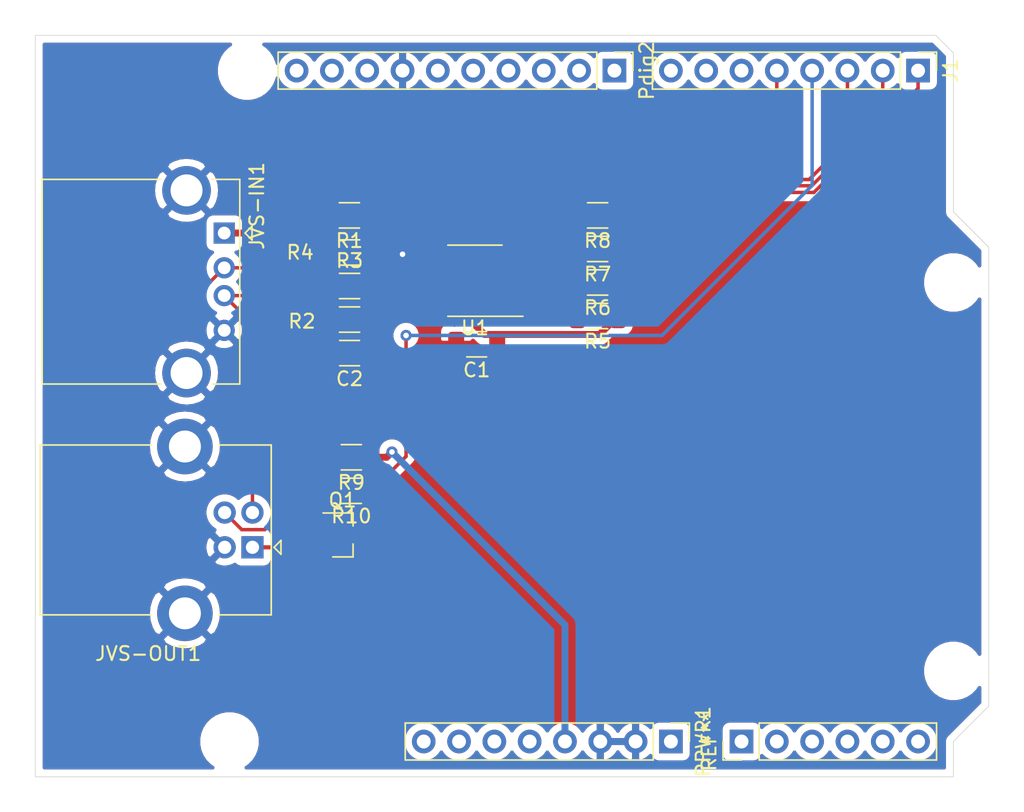
<source format=kicad_pcb>
(kicad_pcb (version 20171130) (host pcbnew "(5.1.10-1-10_14)")

  (general
    (thickness 1.6)
    (drawings 335)
    (tracks 115)
    (zones 0)
    (modules 24)
    (nets 27)
  )

  (page A4)
  (layers
    (0 F.Cu signal)
    (31 B.Cu signal)
    (32 B.Adhes user)
    (33 F.Adhes user)
    (34 B.Paste user)
    (35 F.Paste user)
    (36 B.SilkS user)
    (37 F.SilkS user)
    (38 B.Mask user)
    (39 F.Mask user)
    (40 Dwgs.User user)
    (41 Cmts.User user)
    (42 Eco1.User user)
    (43 Eco2.User user)
    (44 Edge.Cuts user)
    (45 Margin user)
    (46 B.CrtYd user)
    (47 F.CrtYd user)
    (48 B.Fab user)
    (49 F.Fab user hide)
  )

  (setup
    (last_trace_width 0.5)
    (user_trace_width 0.25)
    (user_trace_width 0.3)
    (user_trace_width 0.35)
    (user_trace_width 0.4)
    (user_trace_width 0.5)
    (trace_clearance 0.2)
    (zone_clearance 0.508)
    (zone_45_only no)
    (trace_min 0.2)
    (via_size 0.8)
    (via_drill 0.4)
    (via_min_size 0.4)
    (via_min_drill 0.3)
    (uvia_size 0.3)
    (uvia_drill 0.1)
    (uvias_allowed no)
    (uvia_min_size 0.2)
    (uvia_min_drill 0.1)
    (edge_width 0.05)
    (segment_width 0.2)
    (pcb_text_width 0.3)
    (pcb_text_size 1.5 1.5)
    (mod_edge_width 0.12)
    (mod_text_size 1 1)
    (mod_text_width 0.15)
    (pad_size 1.524 1.524)
    (pad_drill 0.762)
    (pad_to_mask_clearance 0)
    (aux_axis_origin 0 0)
    (grid_origin 25.4 78.74)
    (visible_elements FFFFFF7F)
    (pcbplotparams
      (layerselection 0x010fc_ffffffff)
      (usegerberextensions false)
      (usegerberattributes true)
      (usegerberadvancedattributes true)
      (creategerberjobfile true)
      (excludeedgelayer true)
      (linewidth 0.100000)
      (plotframeref false)
      (viasonmask false)
      (mode 1)
      (useauxorigin false)
      (hpglpennumber 1)
      (hpglpenspeed 20)
      (hpglpendiameter 15.000000)
      (psnegative false)
      (psa4output false)
      (plotreference true)
      (plotvalue true)
      (plotinvisibletext false)
      (padsonsilk false)
      (subtractmaskfromsilk false)
      (outputformat 1)
      (mirror false)
      (drillshape 1)
      (scaleselection 1)
      (outputdirectory ""))
  )

  (net 0 "")
  (net 1 GND)
  (net 2 "Net-(JVS-IN1-Pad3)")
  (net 3 "Net-(JVS-IN1-Pad2)")
  (net 4 ~SENSE-OUT)
  (net 5 "Net-(JVS-OUT1-Pad1)")
  (net 6 VCC)
  (net 7 "Net-(J1-Pad1)")
  (net 8 "Net-(J1-Pad3)")
  (net 9 "Net-(J1-Pad2)")
  (net 10 "Net-(J1-Pad8)")
  (net 11 "Net-(J1-Pad7)")
  (net 12 "Net-(J1-Pad6)")
  (net 13 "Net-(J1-Pad4)")
  (net 14 "Net-(Q1-Pad1)")
  (net 15 "Net-(PPWR1-Pad8)")
  (net 16 "Net-(PPWR1-Pad7)")
  (net 17 "Net-(PPWR1-Pad6)")
  (net 18 "Net-(PPWR1-Pad5)")
  (net 19 "Net-(PPWR1-Pad1)")
  (net 20 "Net-(Pdig2-Pad8)")
  (net 21 "Net-(Pdig2-Pad6)")
  (net 22 "Net-(Pdig2-Pad5)")
  (net 23 "Net-(Pdig2-Pad4)")
  (net 24 "Net-(Pdig2-Pad3)")
  (net 25 "Net-(Pdig2-Pad2)")
  (net 26 "Net-(Pdig2-Pad1)")

  (net_class Default "This is the default net class."
    (clearance 0.2)
    (trace_width 0.25)
    (via_dia 0.8)
    (via_drill 0.4)
    (uvia_dia 0.3)
    (uvia_drill 0.1)
    (add_net GND)
    (add_net "Net-(J1-Pad1)")
    (add_net "Net-(J1-Pad2)")
    (add_net "Net-(J1-Pad3)")
    (add_net "Net-(J1-Pad4)")
    (add_net "Net-(J1-Pad6)")
    (add_net "Net-(J1-Pad7)")
    (add_net "Net-(J1-Pad8)")
    (add_net "Net-(JVS-IN1-Pad2)")
    (add_net "Net-(JVS-IN1-Pad3)")
    (add_net "Net-(JVS-OUT1-Pad1)")
    (add_net "Net-(PPWR1-Pad1)")
    (add_net "Net-(PPWR1-Pad5)")
    (add_net "Net-(PPWR1-Pad6)")
    (add_net "Net-(PPWR1-Pad7)")
    (add_net "Net-(PPWR1-Pad8)")
    (add_net "Net-(Pdig2-Pad1)")
    (add_net "Net-(Pdig2-Pad2)")
    (add_net "Net-(Pdig2-Pad3)")
    (add_net "Net-(Pdig2-Pad4)")
    (add_net "Net-(Pdig2-Pad5)")
    (add_net "Net-(Pdig2-Pad6)")
    (add_net "Net-(Pdig2-Pad8)")
    (add_net "Net-(Q1-Pad1)")
    (add_net VCC)
    (add_net ~SENSE-OUT)
  )

  (module Connector_PinHeader_2.54mm:PinHeader_1x10_P2.54mm_Vertical (layer F.Cu) (tedit 59FED5CC) (tstamp 61235CCD)
    (at 41.656 -50.8 270)
    (descr "Through hole straight pin header, 1x10, 2.54mm pitch, single row")
    (tags "Through hole pin header THT 1x10 2.54mm single row")
    (path /612DC01E)
    (fp_text reference Pdig2 (at 0 -2.33 90) (layer F.SilkS)
      (effects (font (size 1 1) (thickness 0.15)))
    )
    (fp_text value Conn_01x10 (at 0 25.19 90) (layer F.Fab)
      (effects (font (size 1 1) (thickness 0.15)))
    )
    (fp_text user %R (at 0 11.43) (layer F.Fab)
      (effects (font (size 1 1) (thickness 0.15)))
    )
    (fp_line (start -0.635 -1.27) (end 1.27 -1.27) (layer F.Fab) (width 0.1))
    (fp_line (start 1.27 -1.27) (end 1.27 24.13) (layer F.Fab) (width 0.1))
    (fp_line (start 1.27 24.13) (end -1.27 24.13) (layer F.Fab) (width 0.1))
    (fp_line (start -1.27 24.13) (end -1.27 -0.635) (layer F.Fab) (width 0.1))
    (fp_line (start -1.27 -0.635) (end -0.635 -1.27) (layer F.Fab) (width 0.1))
    (fp_line (start -1.33 24.19) (end 1.33 24.19) (layer F.SilkS) (width 0.12))
    (fp_line (start -1.33 1.27) (end -1.33 24.19) (layer F.SilkS) (width 0.12))
    (fp_line (start 1.33 1.27) (end 1.33 24.19) (layer F.SilkS) (width 0.12))
    (fp_line (start -1.33 1.27) (end 1.33 1.27) (layer F.SilkS) (width 0.12))
    (fp_line (start -1.33 0) (end -1.33 -1.33) (layer F.SilkS) (width 0.12))
    (fp_line (start -1.33 -1.33) (end 0 -1.33) (layer F.SilkS) (width 0.12))
    (fp_line (start -1.8 -1.8) (end -1.8 24.65) (layer F.CrtYd) (width 0.05))
    (fp_line (start -1.8 24.65) (end 1.8 24.65) (layer F.CrtYd) (width 0.05))
    (fp_line (start 1.8 24.65) (end 1.8 -1.8) (layer F.CrtYd) (width 0.05))
    (fp_line (start 1.8 -1.8) (end -1.8 -1.8) (layer F.CrtYd) (width 0.05))
    (pad 10 thru_hole oval (at 0 22.86 270) (size 1.7 1.7) (drill 1) (layers *.Cu *.Mask))
    (pad 9 thru_hole oval (at 0 20.32 270) (size 1.7 1.7) (drill 1) (layers *.Cu *.Mask))
    (pad 8 thru_hole oval (at 0 17.78 270) (size 1.7 1.7) (drill 1) (layers *.Cu *.Mask)
      (net 20 "Net-(Pdig2-Pad8)"))
    (pad 7 thru_hole oval (at 0 15.24 270) (size 1.7 1.7) (drill 1) (layers *.Cu *.Mask)
      (net 1 GND))
    (pad 6 thru_hole oval (at 0 12.7 270) (size 1.7 1.7) (drill 1) (layers *.Cu *.Mask)
      (net 21 "Net-(Pdig2-Pad6)"))
    (pad 5 thru_hole oval (at 0 10.16 270) (size 1.7 1.7) (drill 1) (layers *.Cu *.Mask)
      (net 22 "Net-(Pdig2-Pad5)"))
    (pad 4 thru_hole oval (at 0 7.62 270) (size 1.7 1.7) (drill 1) (layers *.Cu *.Mask)
      (net 23 "Net-(Pdig2-Pad4)"))
    (pad 3 thru_hole oval (at 0 5.08 270) (size 1.7 1.7) (drill 1) (layers *.Cu *.Mask)
      (net 24 "Net-(Pdig2-Pad3)"))
    (pad 2 thru_hole oval (at 0 2.54 270) (size 1.7 1.7) (drill 1) (layers *.Cu *.Mask)
      (net 25 "Net-(Pdig2-Pad2)"))
    (pad 1 thru_hole rect (at 0 0 270) (size 1.7 1.7) (drill 1) (layers *.Cu *.Mask)
      (net 26 "Net-(Pdig2-Pad1)"))
    (model ${KISYS3DMOD}/Connector_PinHeader_2.54mm.3dshapes/PinHeader_1x10_P2.54mm_Vertical.wrl
      (at (xyz 0 0 0))
      (scale (xyz 1 1 1))
      (rotate (xyz 0 0 0))
    )
  )

  (module Connector_PinHeader_2.54mm:PinHeader_1x08_P2.54mm_Vertical (layer F.Cu) (tedit 59FED5CC) (tstamp 612355BE)
    (at 45.72 -2.54 270)
    (descr "Through hole straight pin header, 1x08, 2.54mm pitch, single row")
    (tags "Through hole pin header THT 1x08 2.54mm single row")
    (path /612C427E)
    (fp_text reference PPWR1 (at 0 -2.33 90) (layer F.SilkS)
      (effects (font (size 1 1) (thickness 0.15)))
    )
    (fp_text value Conn_01x08 (at 0 20.11 90) (layer F.Fab)
      (effects (font (size 1 1) (thickness 0.15)))
    )
    (fp_text user %R (at 0 8.89) (layer F.Fab)
      (effects (font (size 1 1) (thickness 0.15)))
    )
    (fp_line (start -0.635 -1.27) (end 1.27 -1.27) (layer F.Fab) (width 0.1))
    (fp_line (start 1.27 -1.27) (end 1.27 19.05) (layer F.Fab) (width 0.1))
    (fp_line (start 1.27 19.05) (end -1.27 19.05) (layer F.Fab) (width 0.1))
    (fp_line (start -1.27 19.05) (end -1.27 -0.635) (layer F.Fab) (width 0.1))
    (fp_line (start -1.27 -0.635) (end -0.635 -1.27) (layer F.Fab) (width 0.1))
    (fp_line (start -1.33 19.11) (end 1.33 19.11) (layer F.SilkS) (width 0.12))
    (fp_line (start -1.33 1.27) (end -1.33 19.11) (layer F.SilkS) (width 0.12))
    (fp_line (start 1.33 1.27) (end 1.33 19.11) (layer F.SilkS) (width 0.12))
    (fp_line (start -1.33 1.27) (end 1.33 1.27) (layer F.SilkS) (width 0.12))
    (fp_line (start -1.33 0) (end -1.33 -1.33) (layer F.SilkS) (width 0.12))
    (fp_line (start -1.33 -1.33) (end 0 -1.33) (layer F.SilkS) (width 0.12))
    (fp_line (start -1.8 -1.8) (end -1.8 19.55) (layer F.CrtYd) (width 0.05))
    (fp_line (start -1.8 19.55) (end 1.8 19.55) (layer F.CrtYd) (width 0.05))
    (fp_line (start 1.8 19.55) (end 1.8 -1.8) (layer F.CrtYd) (width 0.05))
    (fp_line (start 1.8 -1.8) (end -1.8 -1.8) (layer F.CrtYd) (width 0.05))
    (pad 8 thru_hole oval (at 0 17.78 270) (size 1.7 1.7) (drill 1) (layers *.Cu *.Mask)
      (net 15 "Net-(PPWR1-Pad8)"))
    (pad 7 thru_hole oval (at 0 15.24 270) (size 1.7 1.7) (drill 1) (layers *.Cu *.Mask)
      (net 16 "Net-(PPWR1-Pad7)"))
    (pad 6 thru_hole oval (at 0 12.7 270) (size 1.7 1.7) (drill 1) (layers *.Cu *.Mask)
      (net 17 "Net-(PPWR1-Pad6)"))
    (pad 5 thru_hole oval (at 0 10.16 270) (size 1.7 1.7) (drill 1) (layers *.Cu *.Mask)
      (net 18 "Net-(PPWR1-Pad5)"))
    (pad 4 thru_hole oval (at 0 7.62 270) (size 1.7 1.7) (drill 1) (layers *.Cu *.Mask)
      (net 6 VCC))
    (pad 3 thru_hole oval (at 0 5.08 270) (size 1.7 1.7) (drill 1) (layers *.Cu *.Mask)
      (net 1 GND))
    (pad 2 thru_hole oval (at 0 2.54 270) (size 1.7 1.7) (drill 1) (layers *.Cu *.Mask)
      (net 1 GND))
    (pad 1 thru_hole rect (at 0 0 270) (size 1.7 1.7) (drill 1) (layers *.Cu *.Mask)
      (net 19 "Net-(PPWR1-Pad1)"))
    (model ${KISYS3DMOD}/Connector_PinHeader_2.54mm.3dshapes/PinHeader_1x08_P2.54mm_Vertical.wrl
      (at (xyz 0 0 0))
      (scale (xyz 1 1 1))
      (rotate (xyz 0 0 0))
    )
  )

  (module Resistor_SMD:R_1206_3216Metric (layer F.Cu) (tedit 5F68FEEE) (tstamp 61234FC9)
    (at 22.733 -20.574 180)
    (descr "Resistor SMD 1206 (3216 Metric), square (rectangular) end terminal, IPC_7351 nominal, (Body size source: IPC-SM-782 page 72, https://www.pcb-3d.com/wordpress/wp-content/uploads/ipc-sm-782a_amendment_1_and_2.pdf), generated with kicad-footprint-generator")
    (tags resistor)
    (path /6129FFE8)
    (attr smd)
    (fp_text reference R10 (at 0 -1.82) (layer F.SilkS)
      (effects (font (size 1 1) (thickness 0.15)))
    )
    (fp_text value 102 (at 0 1.82) (layer F.Fab)
      (effects (font (size 1 1) (thickness 0.15)))
    )
    (fp_text user %R (at 0 0) (layer F.Fab)
      (effects (font (size 0.8 0.8) (thickness 0.12)))
    )
    (fp_line (start -1.6 0.8) (end -1.6 -0.8) (layer F.Fab) (width 0.1))
    (fp_line (start -1.6 -0.8) (end 1.6 -0.8) (layer F.Fab) (width 0.1))
    (fp_line (start 1.6 -0.8) (end 1.6 0.8) (layer F.Fab) (width 0.1))
    (fp_line (start 1.6 0.8) (end -1.6 0.8) (layer F.Fab) (width 0.1))
    (fp_line (start -0.727064 -0.91) (end 0.727064 -0.91) (layer F.SilkS) (width 0.12))
    (fp_line (start -0.727064 0.91) (end 0.727064 0.91) (layer F.SilkS) (width 0.12))
    (fp_line (start -2.28 1.12) (end -2.28 -1.12) (layer F.CrtYd) (width 0.05))
    (fp_line (start -2.28 -1.12) (end 2.28 -1.12) (layer F.CrtYd) (width 0.05))
    (fp_line (start 2.28 -1.12) (end 2.28 1.12) (layer F.CrtYd) (width 0.05))
    (fp_line (start 2.28 1.12) (end -2.28 1.12) (layer F.CrtYd) (width 0.05))
    (pad 2 smd roundrect (at 1.4625 0 180) (size 1.125 1.75) (layers F.Cu F.Paste F.Mask) (roundrect_rratio 0.222222)
      (net 14 "Net-(Q1-Pad1)"))
    (pad 1 smd roundrect (at -1.4625 0 180) (size 1.125 1.75) (layers F.Cu F.Paste F.Mask) (roundrect_rratio 0.222222)
      (net 13 "Net-(J1-Pad4)"))
    (model ${KISYS3DMOD}/Resistor_SMD.3dshapes/R_1206_3216Metric.wrl
      (at (xyz 0 0 0))
      (scale (xyz 1 1 1))
      (rotate (xyz 0 0 0))
    )
  )

  (module Resistor_SMD:R_1206_3216Metric (layer F.Cu) (tedit 5F68FEEE) (tstamp 61234ED2)
    (at 22.733 -22.987 180)
    (descr "Resistor SMD 1206 (3216 Metric), square (rectangular) end terminal, IPC_7351 nominal, (Body size source: IPC-SM-782 page 72, https://www.pcb-3d.com/wordpress/wp-content/uploads/ipc-sm-782a_amendment_1_and_2.pdf), generated with kicad-footprint-generator")
    (tags resistor)
    (path /61298371)
    (attr smd)
    (fp_text reference R9 (at 0 -1.82) (layer F.SilkS)
      (effects (font (size 1 1) (thickness 0.15)))
    )
    (fp_text value 103 (at 0 1.82) (layer F.Fab)
      (effects (font (size 1 1) (thickness 0.15)))
    )
    (fp_text user %R (at 0 0) (layer F.Fab)
      (effects (font (size 0.8 0.8) (thickness 0.12)))
    )
    (fp_line (start -1.6 0.8) (end -1.6 -0.8) (layer F.Fab) (width 0.1))
    (fp_line (start -1.6 -0.8) (end 1.6 -0.8) (layer F.Fab) (width 0.1))
    (fp_line (start 1.6 -0.8) (end 1.6 0.8) (layer F.Fab) (width 0.1))
    (fp_line (start 1.6 0.8) (end -1.6 0.8) (layer F.Fab) (width 0.1))
    (fp_line (start -0.727064 -0.91) (end 0.727064 -0.91) (layer F.SilkS) (width 0.12))
    (fp_line (start -0.727064 0.91) (end 0.727064 0.91) (layer F.SilkS) (width 0.12))
    (fp_line (start -2.28 1.12) (end -2.28 -1.12) (layer F.CrtYd) (width 0.05))
    (fp_line (start -2.28 -1.12) (end 2.28 -1.12) (layer F.CrtYd) (width 0.05))
    (fp_line (start 2.28 -1.12) (end 2.28 1.12) (layer F.CrtYd) (width 0.05))
    (fp_line (start 2.28 1.12) (end -2.28 1.12) (layer F.CrtYd) (width 0.05))
    (pad 2 smd roundrect (at 1.4625 0 180) (size 1.125 1.75) (layers F.Cu F.Paste F.Mask) (roundrect_rratio 0.222222)
      (net 5 "Net-(JVS-OUT1-Pad1)"))
    (pad 1 smd roundrect (at -1.4625 0 180) (size 1.125 1.75) (layers F.Cu F.Paste F.Mask) (roundrect_rratio 0.222222)
      (net 6 VCC))
    (model ${KISYS3DMOD}/Resistor_SMD.3dshapes/R_1206_3216Metric.wrl
      (at (xyz 0 0 0))
      (scale (xyz 1 1 1))
      (rotate (xyz 0 0 0))
    )
  )

  (module Package_TO_SOT_SMD:SOT-23 (layer F.Cu) (tedit 5A02FF57) (tstamp 61234DC1)
    (at 22.098 -17.399)
    (descr "SOT-23, Standard")
    (tags SOT-23)
    (path /6129EBD4)
    (attr smd)
    (fp_text reference Q1 (at 0 -2.5) (layer F.SilkS)
      (effects (font (size 1 1) (thickness 0.15)))
    )
    (fp_text value BC847 (at 0 2.5) (layer F.Fab)
      (effects (font (size 1 1) (thickness 0.15)))
    )
    (fp_text user %R (at 0 0 90) (layer F.Fab)
      (effects (font (size 0.5 0.5) (thickness 0.075)))
    )
    (fp_line (start -0.7 -0.95) (end -0.7 1.5) (layer F.Fab) (width 0.1))
    (fp_line (start -0.15 -1.52) (end 0.7 -1.52) (layer F.Fab) (width 0.1))
    (fp_line (start -0.7 -0.95) (end -0.15 -1.52) (layer F.Fab) (width 0.1))
    (fp_line (start 0.7 -1.52) (end 0.7 1.52) (layer F.Fab) (width 0.1))
    (fp_line (start -0.7 1.52) (end 0.7 1.52) (layer F.Fab) (width 0.1))
    (fp_line (start 0.76 1.58) (end 0.76 0.65) (layer F.SilkS) (width 0.12))
    (fp_line (start 0.76 -1.58) (end 0.76 -0.65) (layer F.SilkS) (width 0.12))
    (fp_line (start -1.7 -1.75) (end 1.7 -1.75) (layer F.CrtYd) (width 0.05))
    (fp_line (start 1.7 -1.75) (end 1.7 1.75) (layer F.CrtYd) (width 0.05))
    (fp_line (start 1.7 1.75) (end -1.7 1.75) (layer F.CrtYd) (width 0.05))
    (fp_line (start -1.7 1.75) (end -1.7 -1.75) (layer F.CrtYd) (width 0.05))
    (fp_line (start 0.76 -1.58) (end -1.4 -1.58) (layer F.SilkS) (width 0.12))
    (fp_line (start 0.76 1.58) (end -0.7 1.58) (layer F.SilkS) (width 0.12))
    (pad 3 smd rect (at 1 0) (size 0.9 0.8) (layers F.Cu F.Paste F.Mask)
      (net 5 "Net-(JVS-OUT1-Pad1)"))
    (pad 2 smd rect (at -1 0.95) (size 0.9 0.8) (layers F.Cu F.Paste F.Mask)
      (net 1 GND))
    (pad 1 smd rect (at -1 -0.95) (size 0.9 0.8) (layers F.Cu F.Paste F.Mask)
      (net 14 "Net-(Q1-Pad1)"))
    (model ${KISYS3DMOD}/Package_TO_SOT_SMD.3dshapes/SOT-23.wrl
      (at (xyz 0 0 0))
      (scale (xyz 1 1 1))
      (rotate (xyz 0 0 0))
    )
  )

  (module Connector_PinHeader_2.54mm:PinHeader_1x08_P2.54mm_Vertical (layer F.Cu) (tedit 59FED5CC) (tstamp 61234919)
    (at 63.5 -50.8 270)
    (descr "Through hole straight pin header, 1x08, 2.54mm pitch, single row")
    (tags "Through hole pin header THT 1x08 2.54mm single row")
    (path /6128A846)
    (fp_text reference J1 (at 0 -2.33 90) (layer F.SilkS)
      (effects (font (size 1 1) (thickness 0.15)))
    )
    (fp_text value Conn_01x08 (at 0 20.11 90) (layer F.Fab)
      (effects (font (size 1 1) (thickness 0.15)))
    )
    (fp_text user %R (at 0 8.89) (layer F.Fab)
      (effects (font (size 1 1) (thickness 0.15)))
    )
    (fp_line (start -0.635 -1.27) (end 1.27 -1.27) (layer F.Fab) (width 0.1))
    (fp_line (start 1.27 -1.27) (end 1.27 19.05) (layer F.Fab) (width 0.1))
    (fp_line (start 1.27 19.05) (end -1.27 19.05) (layer F.Fab) (width 0.1))
    (fp_line (start -1.27 19.05) (end -1.27 -0.635) (layer F.Fab) (width 0.1))
    (fp_line (start -1.27 -0.635) (end -0.635 -1.27) (layer F.Fab) (width 0.1))
    (fp_line (start -1.33 19.11) (end 1.33 19.11) (layer F.SilkS) (width 0.12))
    (fp_line (start -1.33 1.27) (end -1.33 19.11) (layer F.SilkS) (width 0.12))
    (fp_line (start 1.33 1.27) (end 1.33 19.11) (layer F.SilkS) (width 0.12))
    (fp_line (start -1.33 1.27) (end 1.33 1.27) (layer F.SilkS) (width 0.12))
    (fp_line (start -1.33 0) (end -1.33 -1.33) (layer F.SilkS) (width 0.12))
    (fp_line (start -1.33 -1.33) (end 0 -1.33) (layer F.SilkS) (width 0.12))
    (fp_line (start -1.8 -1.8) (end -1.8 19.55) (layer F.CrtYd) (width 0.05))
    (fp_line (start -1.8 19.55) (end 1.8 19.55) (layer F.CrtYd) (width 0.05))
    (fp_line (start 1.8 19.55) (end 1.8 -1.8) (layer F.CrtYd) (width 0.05))
    (fp_line (start 1.8 -1.8) (end -1.8 -1.8) (layer F.CrtYd) (width 0.05))
    (pad 8 thru_hole oval (at 0 17.78 270) (size 1.7 1.7) (drill 1) (layers *.Cu *.Mask)
      (net 10 "Net-(J1-Pad8)"))
    (pad 7 thru_hole oval (at 0 15.24 270) (size 1.7 1.7) (drill 1) (layers *.Cu *.Mask)
      (net 11 "Net-(J1-Pad7)"))
    (pad 6 thru_hole oval (at 0 12.7 270) (size 1.7 1.7) (drill 1) (layers *.Cu *.Mask)
      (net 12 "Net-(J1-Pad6)"))
    (pad 5 thru_hole oval (at 0 10.16 270) (size 1.7 1.7) (drill 1) (layers *.Cu *.Mask)
      (net 4 ~SENSE-OUT))
    (pad 4 thru_hole oval (at 0 7.62 270) (size 1.7 1.7) (drill 1) (layers *.Cu *.Mask)
      (net 13 "Net-(J1-Pad4)"))
    (pad 3 thru_hole oval (at 0 5.08 270) (size 1.7 1.7) (drill 1) (layers *.Cu *.Mask)
      (net 8 "Net-(J1-Pad3)"))
    (pad 2 thru_hole oval (at 0 2.54 270) (size 1.7 1.7) (drill 1) (layers *.Cu *.Mask)
      (net 9 "Net-(J1-Pad2)"))
    (pad 1 thru_hole rect (at 0 0 270) (size 1.7 1.7) (drill 1) (layers *.Cu *.Mask)
      (net 7 "Net-(J1-Pad1)"))
    (model ${KISYS3DMOD}/Connector_PinHeader_2.54mm.3dshapes/PinHeader_1x08_P2.54mm_Vertical.wrl
      (at (xyz 0 0 0))
      (scale (xyz 1 1 1))
      (rotate (xyz 0 0 0))
    )
  )

  (module Capacitor_SMD:C_1206_3216Metric (layer F.Cu) (tedit 5F68FEEE) (tstamp 61233C43)
    (at 22.606 -30.48 180)
    (descr "Capacitor SMD 1206 (3216 Metric), square (rectangular) end terminal, IPC_7351 nominal, (Body size source: IPC-SM-782 page 76, https://www.pcb-3d.com/wordpress/wp-content/uploads/ipc-sm-782a_amendment_1_and_2.pdf), generated with kicad-footprint-generator")
    (tags capacitor)
    (path /61242119)
    (attr smd)
    (fp_text reference C2 (at 0 -1.85) (layer F.SilkS)
      (effects (font (size 1 1) (thickness 0.15)))
    )
    (fp_text value 0.1 (at 0 1.85) (layer F.Fab)
      (effects (font (size 1 1) (thickness 0.15)))
    )
    (fp_text user %R (at 0 0) (layer F.Fab)
      (effects (font (size 0.8 0.8) (thickness 0.12)))
    )
    (fp_line (start -1.6 0.8) (end -1.6 -0.8) (layer F.Fab) (width 0.1))
    (fp_line (start -1.6 -0.8) (end 1.6 -0.8) (layer F.Fab) (width 0.1))
    (fp_line (start 1.6 -0.8) (end 1.6 0.8) (layer F.Fab) (width 0.1))
    (fp_line (start 1.6 0.8) (end -1.6 0.8) (layer F.Fab) (width 0.1))
    (fp_line (start -0.711252 -0.91) (end 0.711252 -0.91) (layer F.SilkS) (width 0.12))
    (fp_line (start -0.711252 0.91) (end 0.711252 0.91) (layer F.SilkS) (width 0.12))
    (fp_line (start -2.3 1.15) (end -2.3 -1.15) (layer F.CrtYd) (width 0.05))
    (fp_line (start -2.3 -1.15) (end 2.3 -1.15) (layer F.CrtYd) (width 0.05))
    (fp_line (start 2.3 -1.15) (end 2.3 1.15) (layer F.CrtYd) (width 0.05))
    (fp_line (start 2.3 1.15) (end -2.3 1.15) (layer F.CrtYd) (width 0.05))
    (pad 2 smd roundrect (at 1.475 0 180) (size 1.15 1.8) (layers F.Cu F.Paste F.Mask) (roundrect_rratio 0.217391)
      (net 1 GND))
    (pad 1 smd roundrect (at -1.475 0 180) (size 1.15 1.8) (layers F.Cu F.Paste F.Mask) (roundrect_rratio 0.217391)
      (net 6 VCC))
    (model ${KISYS3DMOD}/Capacitor_SMD.3dshapes/C_1206_3216Metric.wrl
      (at (xyz 0 0 0))
      (scale (xyz 1 1 1))
      (rotate (xyz 0 0 0))
    )
  )

  (module Capacitor_SMD:C_1206_3216Metric (layer F.Cu) (tedit 5F68FEEE) (tstamp 61233C32)
    (at 31.75 -31.115 180)
    (descr "Capacitor SMD 1206 (3216 Metric), square (rectangular) end terminal, IPC_7351 nominal, (Body size source: IPC-SM-782 page 76, https://www.pcb-3d.com/wordpress/wp-content/uploads/ipc-sm-782a_amendment_1_and_2.pdf), generated with kicad-footprint-generator")
    (tags capacitor)
    (path /61268329)
    (attr smd)
    (fp_text reference C1 (at 0 -1.85) (layer F.SilkS)
      (effects (font (size 1 1) (thickness 0.15)))
    )
    (fp_text value 10 (at 0 1.85) (layer F.Fab)
      (effects (font (size 1 1) (thickness 0.15)))
    )
    (fp_text user %R (at 0 0) (layer F.Fab)
      (effects (font (size 0.8 0.8) (thickness 0.12)))
    )
    (fp_line (start -1.6 0.8) (end -1.6 -0.8) (layer F.Fab) (width 0.1))
    (fp_line (start -1.6 -0.8) (end 1.6 -0.8) (layer F.Fab) (width 0.1))
    (fp_line (start 1.6 -0.8) (end 1.6 0.8) (layer F.Fab) (width 0.1))
    (fp_line (start 1.6 0.8) (end -1.6 0.8) (layer F.Fab) (width 0.1))
    (fp_line (start -0.711252 -0.91) (end 0.711252 -0.91) (layer F.SilkS) (width 0.12))
    (fp_line (start -0.711252 0.91) (end 0.711252 0.91) (layer F.SilkS) (width 0.12))
    (fp_line (start -2.3 1.15) (end -2.3 -1.15) (layer F.CrtYd) (width 0.05))
    (fp_line (start -2.3 -1.15) (end 2.3 -1.15) (layer F.CrtYd) (width 0.05))
    (fp_line (start 2.3 -1.15) (end 2.3 1.15) (layer F.CrtYd) (width 0.05))
    (fp_line (start 2.3 1.15) (end -2.3 1.15) (layer F.CrtYd) (width 0.05))
    (pad 2 smd roundrect (at 1.475 0 180) (size 1.15 1.8) (layers F.Cu F.Paste F.Mask) (roundrect_rratio 0.217391)
      (net 1 GND))
    (pad 1 smd roundrect (at -1.475 0 180) (size 1.15 1.8) (layers F.Cu F.Paste F.Mask) (roundrect_rratio 0.217391)
      (net 6 VCC))
    (model ${KISYS3DMOD}/Capacitor_SMD.3dshapes/C_1206_3216Metric.wrl
      (at (xyz 0 0 0))
      (scale (xyz 1 1 1))
      (rotate (xyz 0 0 0))
    )
  )

  (module Package_SO:SOIC-8_3.9x4.9mm_P1.27mm (layer F.Cu) (tedit 5D9F72B1) (tstamp 61233476)
    (at 31.623 -35.687 180)
    (descr "SOIC, 8 Pin (JEDEC MS-012AA, https://www.analog.com/media/en/package-pcb-resources/package/pkg_pdf/soic_narrow-r/r_8.pdf), generated with kicad-footprint-generator ipc_gullwing_generator.py")
    (tags "SOIC SO")
    (path /6122F676)
    (attr smd)
    (fp_text reference U1 (at 0 -3.4) (layer F.SilkS)
      (effects (font (size 1 1) (thickness 0.15)))
    )
    (fp_text value MAX485E (at 0 3.4) (layer F.Fab)
      (effects (font (size 1 1) (thickness 0.15)))
    )
    (fp_text user %R (at 0 0) (layer F.Fab)
      (effects (font (size 0.98 0.98) (thickness 0.15)))
    )
    (fp_line (start 0 2.56) (end 1.95 2.56) (layer F.SilkS) (width 0.12))
    (fp_line (start 0 2.56) (end -1.95 2.56) (layer F.SilkS) (width 0.12))
    (fp_line (start 0 -2.56) (end 1.95 -2.56) (layer F.SilkS) (width 0.12))
    (fp_line (start 0 -2.56) (end -3.45 -2.56) (layer F.SilkS) (width 0.12))
    (fp_line (start -0.975 -2.45) (end 1.95 -2.45) (layer F.Fab) (width 0.1))
    (fp_line (start 1.95 -2.45) (end 1.95 2.45) (layer F.Fab) (width 0.1))
    (fp_line (start 1.95 2.45) (end -1.95 2.45) (layer F.Fab) (width 0.1))
    (fp_line (start -1.95 2.45) (end -1.95 -1.475) (layer F.Fab) (width 0.1))
    (fp_line (start -1.95 -1.475) (end -0.975 -2.45) (layer F.Fab) (width 0.1))
    (fp_line (start -3.7 -2.7) (end -3.7 2.7) (layer F.CrtYd) (width 0.05))
    (fp_line (start -3.7 2.7) (end 3.7 2.7) (layer F.CrtYd) (width 0.05))
    (fp_line (start 3.7 2.7) (end 3.7 -2.7) (layer F.CrtYd) (width 0.05))
    (fp_line (start 3.7 -2.7) (end -3.7 -2.7) (layer F.CrtYd) (width 0.05))
    (pad 8 smd roundrect (at 2.475 -1.905 180) (size 1.95 0.6) (layers F.Cu F.Paste F.Mask) (roundrect_rratio 0.25)
      (net 6 VCC))
    (pad 7 smd roundrect (at 2.475 -0.635 180) (size 1.95 0.6) (layers F.Cu F.Paste F.Mask) (roundrect_rratio 0.25)
      (net 2 "Net-(JVS-IN1-Pad3)"))
    (pad 6 smd roundrect (at 2.475 0.635 180) (size 1.95 0.6) (layers F.Cu F.Paste F.Mask) (roundrect_rratio 0.25)
      (net 3 "Net-(JVS-IN1-Pad2)"))
    (pad 5 smd roundrect (at 2.475 1.905 180) (size 1.95 0.6) (layers F.Cu F.Paste F.Mask) (roundrect_rratio 0.25)
      (net 1 GND))
    (pad 4 smd roundrect (at -2.475 1.905 180) (size 1.95 0.6) (layers F.Cu F.Paste F.Mask) (roundrect_rratio 0.25)
      (net 9 "Net-(J1-Pad2)"))
    (pad 3 smd roundrect (at -2.475 0.635 180) (size 1.95 0.6) (layers F.Cu F.Paste F.Mask) (roundrect_rratio 0.25)
      (net 8 "Net-(J1-Pad3)"))
    (pad 2 smd roundrect (at -2.475 -0.635 180) (size 1.95 0.6) (layers F.Cu F.Paste F.Mask) (roundrect_rratio 0.25)
      (net 8 "Net-(J1-Pad3)"))
    (pad 1 smd roundrect (at -2.475 -1.905 180) (size 1.95 0.6) (layers F.Cu F.Paste F.Mask) (roundrect_rratio 0.25)
      (net 7 "Net-(J1-Pad1)"))
    (model ${KISYS3DMOD}/Package_SO.3dshapes/SOIC-8_3.9x4.9mm_P1.27mm.wrl
      (at (xyz 0 0 0))
      (scale (xyz 1 1 1))
      (rotate (xyz 0 0 0))
    )
  )

  (module Resistor_SMD:R_1206_3216Metric (layer F.Cu) (tedit 5F68FEEE) (tstamp 61233548)
    (at 40.4475 -33.147 180)
    (descr "Resistor SMD 1206 (3216 Metric), square (rectangular) end terminal, IPC_7351 nominal, (Body size source: IPC-SM-782 page 72, https://www.pcb-3d.com/wordpress/wp-content/uploads/ipc-sm-782a_amendment_1_and_2.pdf), generated with kicad-footprint-generator")
    (tags resistor)
    (path /6123DC5B)
    (attr smd)
    (fp_text reference R5 (at 0 -1.82) (layer F.SilkS)
      (effects (font (size 1 1) (thickness 0.15)))
    )
    (fp_text value 103 (at 0 1.82 180) (layer F.Fab)
      (effects (font (size 1 1) (thickness 0.15)))
    )
    (fp_text user %R (at 0 0) (layer F.Fab)
      (effects (font (size 0.8 0.8) (thickness 0.12)))
    )
    (fp_line (start -1.6 0.8) (end -1.6 -0.8) (layer F.Fab) (width 0.1))
    (fp_line (start -1.6 -0.8) (end 1.6 -0.8) (layer F.Fab) (width 0.1))
    (fp_line (start 1.6 -0.8) (end 1.6 0.8) (layer F.Fab) (width 0.1))
    (fp_line (start 1.6 0.8) (end -1.6 0.8) (layer F.Fab) (width 0.1))
    (fp_line (start -0.727064 -0.91) (end 0.727064 -0.91) (layer F.SilkS) (width 0.12))
    (fp_line (start -0.727064 0.91) (end 0.727064 0.91) (layer F.SilkS) (width 0.12))
    (fp_line (start -2.28 1.12) (end -2.28 -1.12) (layer F.CrtYd) (width 0.05))
    (fp_line (start -2.28 -1.12) (end 2.28 -1.12) (layer F.CrtYd) (width 0.05))
    (fp_line (start 2.28 -1.12) (end 2.28 1.12) (layer F.CrtYd) (width 0.05))
    (fp_line (start 2.28 1.12) (end -2.28 1.12) (layer F.CrtYd) (width 0.05))
    (pad 2 smd roundrect (at 1.4625 0 180) (size 1.125 1.75) (layers F.Cu F.Paste F.Mask) (roundrect_rratio 0.222222)
      (net 7 "Net-(J1-Pad1)"))
    (pad 1 smd roundrect (at -1.4625 0 180) (size 1.125 1.75) (layers F.Cu F.Paste F.Mask) (roundrect_rratio 0.222222)
      (net 6 VCC))
    (model ${KISYS3DMOD}/Resistor_SMD.3dshapes/R_1206_3216Metric.wrl
      (at (xyz 0 0 0))
      (scale (xyz 1 1 1))
      (rotate (xyz 0 0 0))
    )
  )

  (module Resistor_SMD:R_1206_3216Metric (layer F.Cu) (tedit 5F68FEEE) (tstamp 61233518)
    (at 40.4475 -35.56 180)
    (descr "Resistor SMD 1206 (3216 Metric), square (rectangular) end terminal, IPC_7351 nominal, (Body size source: IPC-SM-782 page 72, https://www.pcb-3d.com/wordpress/wp-content/uploads/ipc-sm-782a_amendment_1_and_2.pdf), generated with kicad-footprint-generator")
    (tags resistor)
    (path /6123E319)
    (attr smd)
    (fp_text reference R6 (at 0 -1.82) (layer F.SilkS)
      (effects (font (size 1 1) (thickness 0.15)))
    )
    (fp_text value 103 (at 0 1.82) (layer F.Fab)
      (effects (font (size 1 1) (thickness 0.15)))
    )
    (fp_text user %R (at 0 0) (layer F.Fab)
      (effects (font (size 0.8 0.8) (thickness 0.12)))
    )
    (fp_line (start -1.6 0.8) (end -1.6 -0.8) (layer F.Fab) (width 0.1))
    (fp_line (start -1.6 -0.8) (end 1.6 -0.8) (layer F.Fab) (width 0.1))
    (fp_line (start 1.6 -0.8) (end 1.6 0.8) (layer F.Fab) (width 0.1))
    (fp_line (start 1.6 0.8) (end -1.6 0.8) (layer F.Fab) (width 0.1))
    (fp_line (start -0.727064 -0.91) (end 0.727064 -0.91) (layer F.SilkS) (width 0.12))
    (fp_line (start -0.727064 0.91) (end 0.727064 0.91) (layer F.SilkS) (width 0.12))
    (fp_line (start -2.28 1.12) (end -2.28 -1.12) (layer F.CrtYd) (width 0.05))
    (fp_line (start -2.28 -1.12) (end 2.28 -1.12) (layer F.CrtYd) (width 0.05))
    (fp_line (start 2.28 -1.12) (end 2.28 1.12) (layer F.CrtYd) (width 0.05))
    (fp_line (start 2.28 1.12) (end -2.28 1.12) (layer F.CrtYd) (width 0.05))
    (pad 2 smd roundrect (at 1.4625 0 180) (size 1.125 1.75) (layers F.Cu F.Paste F.Mask) (roundrect_rratio 0.222222)
      (net 8 "Net-(J1-Pad3)"))
    (pad 1 smd roundrect (at -1.4625 0 180) (size 1.125 1.75) (layers F.Cu F.Paste F.Mask) (roundrect_rratio 0.222222)
      (net 6 VCC))
    (model ${KISYS3DMOD}/Resistor_SMD.3dshapes/R_1206_3216Metric.wrl
      (at (xyz 0 0 0))
      (scale (xyz 1 1 1))
      (rotate (xyz 0 0 0))
    )
  )

  (module Resistor_SMD:R_1206_3216Metric (layer F.Cu) (tedit 5F68FEEE) (tstamp 612334E8)
    (at 40.4475 -37.973 180)
    (descr "Resistor SMD 1206 (3216 Metric), square (rectangular) end terminal, IPC_7351 nominal, (Body size source: IPC-SM-782 page 72, https://www.pcb-3d.com/wordpress/wp-content/uploads/ipc-sm-782a_amendment_1_and_2.pdf), generated with kicad-footprint-generator")
    (tags resistor)
    (path /6123E4D2)
    (attr smd)
    (fp_text reference R7 (at 0 -1.82) (layer F.SilkS)
      (effects (font (size 1 1) (thickness 0.15)))
    )
    (fp_text value 103 (at 0 1.82) (layer F.Fab)
      (effects (font (size 1 1) (thickness 0.15)))
    )
    (fp_text user %R (at 0 0) (layer F.Fab)
      (effects (font (size 0.8 0.8) (thickness 0.12)))
    )
    (fp_line (start -1.6 0.8) (end -1.6 -0.8) (layer F.Fab) (width 0.1))
    (fp_line (start -1.6 -0.8) (end 1.6 -0.8) (layer F.Fab) (width 0.1))
    (fp_line (start 1.6 -0.8) (end 1.6 0.8) (layer F.Fab) (width 0.1))
    (fp_line (start 1.6 0.8) (end -1.6 0.8) (layer F.Fab) (width 0.1))
    (fp_line (start -0.727064 -0.91) (end 0.727064 -0.91) (layer F.SilkS) (width 0.12))
    (fp_line (start -0.727064 0.91) (end 0.727064 0.91) (layer F.SilkS) (width 0.12))
    (fp_line (start -2.28 1.12) (end -2.28 -1.12) (layer F.CrtYd) (width 0.05))
    (fp_line (start -2.28 -1.12) (end 2.28 -1.12) (layer F.CrtYd) (width 0.05))
    (fp_line (start 2.28 -1.12) (end 2.28 1.12) (layer F.CrtYd) (width 0.05))
    (fp_line (start 2.28 1.12) (end -2.28 1.12) (layer F.CrtYd) (width 0.05))
    (pad 2 smd roundrect (at 1.4625 0 180) (size 1.125 1.75) (layers F.Cu F.Paste F.Mask) (roundrect_rratio 0.222222)
      (net 8 "Net-(J1-Pad3)"))
    (pad 1 smd roundrect (at -1.4625 0 180) (size 1.125 1.75) (layers F.Cu F.Paste F.Mask) (roundrect_rratio 0.222222)
      (net 6 VCC))
    (model ${KISYS3DMOD}/Resistor_SMD.3dshapes/R_1206_3216Metric.wrl
      (at (xyz 0 0 0))
      (scale (xyz 1 1 1))
      (rotate (xyz 0 0 0))
    )
  )

  (module Resistor_SMD:R_1206_3216Metric (layer F.Cu) (tedit 5F68FEEE) (tstamp 612334B8)
    (at 40.4475 -40.386 180)
    (descr "Resistor SMD 1206 (3216 Metric), square (rectangular) end terminal, IPC_7351 nominal, (Body size source: IPC-SM-782 page 72, https://www.pcb-3d.com/wordpress/wp-content/uploads/ipc-sm-782a_amendment_1_and_2.pdf), generated with kicad-footprint-generator")
    (tags resistor)
    (path /6123E6FD)
    (attr smd)
    (fp_text reference R8 (at 0 -1.82) (layer F.SilkS)
      (effects (font (size 1 1) (thickness 0.15)))
    )
    (fp_text value 103 (at 0 1.82 180) (layer F.Fab)
      (effects (font (size 1 1) (thickness 0.15)))
    )
    (fp_text user %R (at 0 0) (layer F.Fab)
      (effects (font (size 0.8 0.8) (thickness 0.12)))
    )
    (fp_line (start -1.6 0.8) (end -1.6 -0.8) (layer F.Fab) (width 0.1))
    (fp_line (start -1.6 -0.8) (end 1.6 -0.8) (layer F.Fab) (width 0.1))
    (fp_line (start 1.6 -0.8) (end 1.6 0.8) (layer F.Fab) (width 0.1))
    (fp_line (start 1.6 0.8) (end -1.6 0.8) (layer F.Fab) (width 0.1))
    (fp_line (start -0.727064 -0.91) (end 0.727064 -0.91) (layer F.SilkS) (width 0.12))
    (fp_line (start -0.727064 0.91) (end 0.727064 0.91) (layer F.SilkS) (width 0.12))
    (fp_line (start -2.28 1.12) (end -2.28 -1.12) (layer F.CrtYd) (width 0.05))
    (fp_line (start -2.28 -1.12) (end 2.28 -1.12) (layer F.CrtYd) (width 0.05))
    (fp_line (start 2.28 -1.12) (end 2.28 1.12) (layer F.CrtYd) (width 0.05))
    (fp_line (start 2.28 1.12) (end -2.28 1.12) (layer F.CrtYd) (width 0.05))
    (pad 2 smd roundrect (at 1.4625 0 180) (size 1.125 1.75) (layers F.Cu F.Paste F.Mask) (roundrect_rratio 0.222222)
      (net 9 "Net-(J1-Pad2)"))
    (pad 1 smd roundrect (at -1.4625 0 180) (size 1.125 1.75) (layers F.Cu F.Paste F.Mask) (roundrect_rratio 0.222222)
      (net 6 VCC))
    (model ${KISYS3DMOD}/Resistor_SMD.3dshapes/R_1206_3216Metric.wrl
      (at (xyz 0 0 0))
      (scale (xyz 1 1 1))
      (rotate (xyz 0 0 0))
    )
  )

  (module Resistor_SMD:R_1206_3216Metric (layer F.Cu) (tedit 5F68FEEE) (tstamp 61232BE1)
    (at 22.606 -35.306)
    (descr "Resistor SMD 1206 (3216 Metric), square (rectangular) end terminal, IPC_7351 nominal, (Body size source: IPC-SM-782 page 72, https://www.pcb-3d.com/wordpress/wp-content/uploads/ipc-sm-782a_amendment_1_and_2.pdf), generated with kicad-footprint-generator")
    (tags resistor)
    (path /61251CD3)
    (attr smd)
    (fp_text reference R3 (at 0 -1.82) (layer F.SilkS)
      (effects (font (size 1 1) (thickness 0.15)))
    )
    (fp_text value 121 (at 0 1.82) (layer F.Fab)
      (effects (font (size 1 1) (thickness 0.15)))
    )
    (fp_text user %R (at 0 0) (layer F.Fab)
      (effects (font (size 0.8 0.8) (thickness 0.12)))
    )
    (fp_line (start -1.6 0.8) (end -1.6 -0.8) (layer F.Fab) (width 0.1))
    (fp_line (start -1.6 -0.8) (end 1.6 -0.8) (layer F.Fab) (width 0.1))
    (fp_line (start 1.6 -0.8) (end 1.6 0.8) (layer F.Fab) (width 0.1))
    (fp_line (start 1.6 0.8) (end -1.6 0.8) (layer F.Fab) (width 0.1))
    (fp_line (start -0.727064 -0.91) (end 0.727064 -0.91) (layer F.SilkS) (width 0.12))
    (fp_line (start -0.727064 0.91) (end 0.727064 0.91) (layer F.SilkS) (width 0.12))
    (fp_line (start -2.28 1.12) (end -2.28 -1.12) (layer F.CrtYd) (width 0.05))
    (fp_line (start -2.28 -1.12) (end 2.28 -1.12) (layer F.CrtYd) (width 0.05))
    (fp_line (start 2.28 -1.12) (end 2.28 1.12) (layer F.CrtYd) (width 0.05))
    (fp_line (start 2.28 1.12) (end -2.28 1.12) (layer F.CrtYd) (width 0.05))
    (pad 2 smd roundrect (at 1.4625 0) (size 1.125 1.75) (layers F.Cu F.Paste F.Mask) (roundrect_rratio 0.222222)
      (net 3 "Net-(JVS-IN1-Pad2)"))
    (pad 1 smd roundrect (at -1.4625 0) (size 1.125 1.75) (layers F.Cu F.Paste F.Mask) (roundrect_rratio 0.222222)
      (net 2 "Net-(JVS-IN1-Pad3)"))
    (model ${KISYS3DMOD}/Resistor_SMD.3dshapes/R_1206_3216Metric.wrl
      (at (xyz 0 0 0))
      (scale (xyz 1 1 1))
      (rotate (xyz 0 0 0))
    )
  )

  (module Resistor_SMD:R_1206_3216Metric (layer F.Cu) (tedit 5F68FEEE) (tstamp 61232C59)
    (at 22.606 -32.893 180)
    (descr "Resistor SMD 1206 (3216 Metric), square (rectangular) end terminal, IPC_7351 nominal, (Body size source: IPC-SM-782 page 72, https://www.pcb-3d.com/wordpress/wp-content/uploads/ipc-sm-782a_amendment_1_and_2.pdf), generated with kicad-footprint-generator")
    (tags resistor)
    (path /61248952)
    (attr smd)
    (fp_text reference R2 (at 3.429 -0.127) (layer F.SilkS)
      (effects (font (size 1 1) (thickness 0.15)))
    )
    (fp_text value 203 (at 0 1.82) (layer F.Fab)
      (effects (font (size 1 1) (thickness 0.15)))
    )
    (fp_text user %R (at 0 0) (layer F.Fab)
      (effects (font (size 0.8 0.8) (thickness 0.12)))
    )
    (fp_line (start -1.6 0.8) (end -1.6 -0.8) (layer F.Fab) (width 0.1))
    (fp_line (start -1.6 -0.8) (end 1.6 -0.8) (layer F.Fab) (width 0.1))
    (fp_line (start 1.6 -0.8) (end 1.6 0.8) (layer F.Fab) (width 0.1))
    (fp_line (start 1.6 0.8) (end -1.6 0.8) (layer F.Fab) (width 0.1))
    (fp_line (start -0.727064 -0.91) (end 0.727064 -0.91) (layer F.SilkS) (width 0.12))
    (fp_line (start -0.727064 0.91) (end 0.727064 0.91) (layer F.SilkS) (width 0.12))
    (fp_line (start -2.28 1.12) (end -2.28 -1.12) (layer F.CrtYd) (width 0.05))
    (fp_line (start -2.28 -1.12) (end 2.28 -1.12) (layer F.CrtYd) (width 0.05))
    (fp_line (start 2.28 -1.12) (end 2.28 1.12) (layer F.CrtYd) (width 0.05))
    (fp_line (start 2.28 1.12) (end -2.28 1.12) (layer F.CrtYd) (width 0.05))
    (pad 2 smd roundrect (at 1.4625 0 180) (size 1.125 1.75) (layers F.Cu F.Paste F.Mask) (roundrect_rratio 0.222222)
      (net 2 "Net-(JVS-IN1-Pad3)"))
    (pad 1 smd roundrect (at -1.4625 0 180) (size 1.125 1.75) (layers F.Cu F.Paste F.Mask) (roundrect_rratio 0.222222)
      (net 6 VCC))
    (model ${KISYS3DMOD}/Resistor_SMD.3dshapes/R_1206_3216Metric.wrl
      (at (xyz 0 0 0))
      (scale (xyz 1 1 1))
      (rotate (xyz 0 0 0))
    )
  )

  (module Resistor_SMD:R_1206_3216Metric (layer F.Cu) (tedit 5F68FEEE) (tstamp 61232B81)
    (at 22.606 -37.719 180)
    (descr "Resistor SMD 1206 (3216 Metric), square (rectangular) end terminal, IPC_7351 nominal, (Body size source: IPC-SM-782 page 72, https://www.pcb-3d.com/wordpress/wp-content/uploads/ipc-sm-782a_amendment_1_and_2.pdf), generated with kicad-footprint-generator")
    (tags resistor)
    (path /6124A206)
    (attr smd)
    (fp_text reference R4 (at 3.556 0) (layer F.SilkS)
      (effects (font (size 1 1) (thickness 0.15)))
    )
    (fp_text value 203 (at 0 1.82) (layer F.Fab)
      (effects (font (size 1 1) (thickness 0.15)))
    )
    (fp_text user %R (at 0 0) (layer F.Fab)
      (effects (font (size 0.8 0.8) (thickness 0.12)))
    )
    (fp_line (start -1.6 0.8) (end -1.6 -0.8) (layer F.Fab) (width 0.1))
    (fp_line (start -1.6 -0.8) (end 1.6 -0.8) (layer F.Fab) (width 0.1))
    (fp_line (start 1.6 -0.8) (end 1.6 0.8) (layer F.Fab) (width 0.1))
    (fp_line (start 1.6 0.8) (end -1.6 0.8) (layer F.Fab) (width 0.1))
    (fp_line (start -0.727064 -0.91) (end 0.727064 -0.91) (layer F.SilkS) (width 0.12))
    (fp_line (start -0.727064 0.91) (end 0.727064 0.91) (layer F.SilkS) (width 0.12))
    (fp_line (start -2.28 1.12) (end -2.28 -1.12) (layer F.CrtYd) (width 0.05))
    (fp_line (start -2.28 -1.12) (end 2.28 -1.12) (layer F.CrtYd) (width 0.05))
    (fp_line (start 2.28 -1.12) (end 2.28 1.12) (layer F.CrtYd) (width 0.05))
    (fp_line (start 2.28 1.12) (end -2.28 1.12) (layer F.CrtYd) (width 0.05))
    (pad 2 smd roundrect (at 1.4625 0 180) (size 1.125 1.75) (layers F.Cu F.Paste F.Mask) (roundrect_rratio 0.222222)
      (net 3 "Net-(JVS-IN1-Pad2)"))
    (pad 1 smd roundrect (at -1.4625 0 180) (size 1.125 1.75) (layers F.Cu F.Paste F.Mask) (roundrect_rratio 0.222222)
      (net 1 GND))
    (model ${KISYS3DMOD}/Resistor_SMD.3dshapes/R_1206_3216Metric.wrl
      (at (xyz 0 0 0))
      (scale (xyz 1 1 1))
      (rotate (xyz 0 0 0))
    )
  )

  (module Resistor_SMD:R_1206_3216Metric (layer F.Cu) (tedit 5F68FEEE) (tstamp 61232B51)
    (at 22.5913 -40.386 180)
    (descr "Resistor SMD 1206 (3216 Metric), square (rectangular) end terminal, IPC_7351 nominal, (Body size source: IPC-SM-782 page 72, https://www.pcb-3d.com/wordpress/wp-content/uploads/ipc-sm-782a_amendment_1_and_2.pdf), generated with kicad-footprint-generator")
    (tags resistor)
    (path /6122D7A1)
    (attr smd)
    (fp_text reference R1 (at 0 -1.82) (layer F.SilkS)
      (effects (font (size 1 1) (thickness 0.15)))
    )
    (fp_text value R_Small (at 0 1.82) (layer F.Fab)
      (effects (font (size 1 1) (thickness 0.15)))
    )
    (fp_text user %R (at 0 0) (layer F.Fab)
      (effects (font (size 0.8 0.8) (thickness 0.12)))
    )
    (fp_line (start -1.6 0.8) (end -1.6 -0.8) (layer F.Fab) (width 0.1))
    (fp_line (start -1.6 -0.8) (end 1.6 -0.8) (layer F.Fab) (width 0.1))
    (fp_line (start 1.6 -0.8) (end 1.6 0.8) (layer F.Fab) (width 0.1))
    (fp_line (start 1.6 0.8) (end -1.6 0.8) (layer F.Fab) (width 0.1))
    (fp_line (start -0.727064 -0.91) (end 0.727064 -0.91) (layer F.SilkS) (width 0.12))
    (fp_line (start -0.727064 0.91) (end 0.727064 0.91) (layer F.SilkS) (width 0.12))
    (fp_line (start -2.28 1.12) (end -2.28 -1.12) (layer F.CrtYd) (width 0.05))
    (fp_line (start -2.28 -1.12) (end 2.28 -1.12) (layer F.CrtYd) (width 0.05))
    (fp_line (start 2.28 -1.12) (end 2.28 1.12) (layer F.CrtYd) (width 0.05))
    (fp_line (start 2.28 1.12) (end -2.28 1.12) (layer F.CrtYd) (width 0.05))
    (pad 2 smd roundrect (at 1.4625 0 180) (size 1.125 1.75) (layers F.Cu F.Paste F.Mask) (roundrect_rratio 0.222222)
      (net 4 ~SENSE-OUT))
    (pad 1 smd roundrect (at -1.4625 0 180) (size 1.125 1.75) (layers F.Cu F.Paste F.Mask) (roundrect_rratio 0.222222)
      (net 1 GND))
    (model ${KISYS3DMOD}/Resistor_SMD.3dshapes/R_1206_3216Metric.wrl
      (at (xyz 0 0 0))
      (scale (xyz 1 1 1))
      (rotate (xyz 0 0 0))
    )
  )

  (module MountingHole:MountingHole_3.2mm_M3 (layer F.Cu) (tedit 56D1B4CB) (tstamp 612310AC)
    (at 15.24 -50.8)
    (descr "Mounting Hole 3.2mm, no annular, M3")
    (tags "mounting hole 3.2mm no annular m3")
    (attr virtual)
    (fp_text reference REF** (at 0 -4.2) (layer F.SilkS) hide
      (effects (font (size 1 1) (thickness 0.15)))
    )
    (fp_text value MountingHole_3.2mm_M3 (at 0 4.2) (layer F.Fab)
      (effects (font (size 1 1) (thickness 0.15)))
    )
    (fp_text user %R (at 0.3 0) (layer F.Fab)
      (effects (font (size 1 1) (thickness 0.15)))
    )
    (fp_circle (center 0 0) (end 3.2 0) (layer Cmts.User) (width 0.15))
    (fp_circle (center 0 0) (end 3.45 0) (layer F.CrtYd) (width 0.05))
    (pad 1 np_thru_hole circle (at 0 0) (size 3.2 3.2) (drill 3.2) (layers *.Cu *.Mask))
  )

  (module MountingHole:MountingHole_3.2mm_M3 (layer F.Cu) (tedit 56D1B4CB) (tstamp 61231073)
    (at 66.04 -35.56)
    (descr "Mounting Hole 3.2mm, no annular, M3")
    (tags "mounting hole 3.2mm no annular m3")
    (attr virtual)
    (fp_text reference REF** (at 0 -4.2) (layer F.SilkS) hide
      (effects (font (size 1 1) (thickness 0.15)))
    )
    (fp_text value MountingHole_3.2mm_M3 (at 0 4.2) (layer F.Fab)
      (effects (font (size 1 1) (thickness 0.15)))
    )
    (fp_text user %R (at 0.3 0) (layer F.Fab)
      (effects (font (size 1 1) (thickness 0.15)))
    )
    (fp_circle (center 0 0) (end 3.2 0) (layer Cmts.User) (width 0.15))
    (fp_circle (center 0 0) (end 3.45 0) (layer F.CrtYd) (width 0.05))
    (pad 1 np_thru_hole circle (at 0 0) (size 3.2 3.2) (drill 3.2) (layers *.Cu *.Mask))
  )

  (module MountingHole:MountingHole_3.2mm_M3 (layer F.Cu) (tedit 56D1B4CB) (tstamp 61231030)
    (at 66.04 -7.62)
    (descr "Mounting Hole 3.2mm, no annular, M3")
    (tags "mounting hole 3.2mm no annular m3")
    (attr virtual)
    (fp_text reference REF** (at 0 -4.2) (layer F.SilkS) hide
      (effects (font (size 1 1) (thickness 0.15)))
    )
    (fp_text value MountingHole_3.2mm_M3 (at 0 4.2) (layer F.Fab)
      (effects (font (size 1 1) (thickness 0.15)))
    )
    (fp_text user %R (at 0.3 0) (layer F.Fab)
      (effects (font (size 1 1) (thickness 0.15)))
    )
    (fp_circle (center 0 0) (end 3.2 0) (layer Cmts.User) (width 0.15))
    (fp_circle (center 0 0) (end 3.45 0) (layer F.CrtYd) (width 0.05))
    (pad 1 np_thru_hole circle (at 0 0) (size 3.2 3.2) (drill 3.2) (layers *.Cu *.Mask))
  )

  (module MountingHole:MountingHole_3.2mm_M3 (layer F.Cu) (tedit 56D1B4CB) (tstamp 61230FF7)
    (at 13.97 -2.54)
    (descr "Mounting Hole 3.2mm, no annular, M3")
    (tags "mounting hole 3.2mm no annular m3")
    (attr virtual)
    (fp_text reference REF** (at 0 -4.2) (layer F.SilkS) hide
      (effects (font (size 1 1) (thickness 0.15)))
    )
    (fp_text value MountingHole_3.2mm_M3 (at 0 4.2) (layer F.Fab)
      (effects (font (size 1 1) (thickness 0.15)))
    )
    (fp_text user %R (at 0.3 0) (layer F.Fab)
      (effects (font (size 1 1) (thickness 0.15)))
    )
    (fp_circle (center 0 0) (end 3.2 0) (layer Cmts.User) (width 0.15))
    (fp_circle (center 0 0) (end 3.45 0) (layer F.CrtYd) (width 0.05))
    (pad 1 np_thru_hole circle (at 0 0) (size 3.2 3.2) (drill 3.2) (layers *.Cu *.Mask))
  )

  (module Connector_PinHeader_2.54mm:PinHeader_1x06_P2.54mm_Vertical (layer F.Cu) (tedit 59FED5CC) (tstamp 61230D7D)
    (at 50.8 -2.54 90)
    (descr "Through hole straight pin header, 1x06, 2.54mm pitch, single row")
    (tags "Through hole pin header THT 1x06 2.54mm single row")
    (fp_text reference REF** (at 0 -2.33 90) (layer F.SilkS)
      (effects (font (size 1 1) (thickness 0.15)))
    )
    (fp_text value PinHeader_1x06_P2.54mm_Vertical (at 0 15.03 90) (layer F.Fab)
      (effects (font (size 1 1) (thickness 0.15)))
    )
    (fp_text user %R (at 0 6.35) (layer F.Fab)
      (effects (font (size 1 1) (thickness 0.15)))
    )
    (fp_line (start -0.635 -1.27) (end 1.27 -1.27) (layer F.Fab) (width 0.1))
    (fp_line (start 1.27 -1.27) (end 1.27 13.97) (layer F.Fab) (width 0.1))
    (fp_line (start 1.27 13.97) (end -1.27 13.97) (layer F.Fab) (width 0.1))
    (fp_line (start -1.27 13.97) (end -1.27 -0.635) (layer F.Fab) (width 0.1))
    (fp_line (start -1.27 -0.635) (end -0.635 -1.27) (layer F.Fab) (width 0.1))
    (fp_line (start -1.33 14.03) (end 1.33 14.03) (layer F.SilkS) (width 0.12))
    (fp_line (start -1.33 1.27) (end -1.33 14.03) (layer F.SilkS) (width 0.12))
    (fp_line (start 1.33 1.27) (end 1.33 14.03) (layer F.SilkS) (width 0.12))
    (fp_line (start -1.33 1.27) (end 1.33 1.27) (layer F.SilkS) (width 0.12))
    (fp_line (start -1.33 0) (end -1.33 -1.33) (layer F.SilkS) (width 0.12))
    (fp_line (start -1.33 -1.33) (end 0 -1.33) (layer F.SilkS) (width 0.12))
    (fp_line (start -1.8 -1.8) (end -1.8 14.5) (layer F.CrtYd) (width 0.05))
    (fp_line (start -1.8 14.5) (end 1.8 14.5) (layer F.CrtYd) (width 0.05))
    (fp_line (start 1.8 14.5) (end 1.8 -1.8) (layer F.CrtYd) (width 0.05))
    (fp_line (start 1.8 -1.8) (end -1.8 -1.8) (layer F.CrtYd) (width 0.05))
    (pad 6 thru_hole oval (at 0 12.7 90) (size 1.7 1.7) (drill 1) (layers *.Cu *.Mask))
    (pad 5 thru_hole oval (at 0 10.16 90) (size 1.7 1.7) (drill 1) (layers *.Cu *.Mask))
    (pad 4 thru_hole oval (at 0 7.62 90) (size 1.7 1.7) (drill 1) (layers *.Cu *.Mask))
    (pad 3 thru_hole oval (at 0 5.08 90) (size 1.7 1.7) (drill 1) (layers *.Cu *.Mask))
    (pad 2 thru_hole oval (at 0 2.54 90) (size 1.7 1.7) (drill 1) (layers *.Cu *.Mask))
    (pad 1 thru_hole rect (at 0 0 90) (size 1.7 1.7) (drill 1) (layers *.Cu *.Mask))
    (model ${KISYS3DMOD}/Connector_PinHeader_2.54mm.3dshapes/PinHeader_1x06_P2.54mm_Vertical.wrl
      (at (xyz 0 0 0))
      (scale (xyz 1 1 1))
      (rotate (xyz 0 0 0))
    )
  )

  (module Connector_USB:USB_B_Lumberg_2411_02_Horizontal (layer F.Cu) (tedit 5E6EAC30) (tstamp 61231137)
    (at 15.621 -16.51 180)
    (descr "USB 2.0 receptacle type B, horizontal version, through-hole, https://downloads.lumberg.com/datenblaetter/en/2411_02.pdf")
    (tags "USB B receptacle horizontal through-hole")
    (path /612293EE)
    (fp_text reference JVS-OUT1 (at 7.5 -7.65) (layer F.SilkS)
      (effects (font (size 1 1) (thickness 0.15)))
    )
    (fp_text value USB_B (at 7.05 10.45) (layer F.Fab)
      (effects (font (size 1 1) (thickness 0.15)))
    )
    (fp_text user %R (at 7.5 1.25 180) (layer F.Fab)
      (effects (font (size 1 1) (thickness 0.15)))
    )
    (fp_line (start -1.24 7.25) (end -1.24 -4.75) (layer F.Fab) (width 0.1))
    (fp_line (start -1.24 -4.75) (end 15.16 -4.75) (layer F.Fab) (width 0.1))
    (fp_line (start 15.16 -4.75) (end 15.16 7.25) (layer F.Fab) (width 0.1))
    (fp_line (start 15.16 7.25) (end -1.24 7.25) (layer F.Fab) (width 0.1))
    (fp_line (start -1.24 0.49) (end -0.75 0) (layer F.Fab) (width 0.1))
    (fp_line (start -0.75 0) (end -1.24 -0.49) (layer F.Fab) (width 0.1))
    (fp_line (start -1.35 7.36) (end -1.35 -4.86) (layer F.SilkS) (width 0.12))
    (fp_line (start -1.35 7.36) (end 2.4 7.36) (layer F.SilkS) (width 0.12))
    (fp_line (start -1.35 -4.86) (end 2.4 -4.86) (layer F.SilkS) (width 0.12))
    (fp_line (start 15.27 7.36) (end 15.27 -4.86) (layer F.SilkS) (width 0.12))
    (fp_line (start 15.27 -4.86) (end 7.3 -4.86) (layer F.SilkS) (width 0.12))
    (fp_line (start 15.27 7.36) (end 7.3 7.36) (layer F.SilkS) (width 0.12))
    (fp_line (start -1.55 0) (end -2.05 -0.5) (layer F.SilkS) (width 0.12))
    (fp_line (start -2.05 -0.5) (end -2.05 0.5) (layer F.SilkS) (width 0.12))
    (fp_line (start -2.05 0.5) (end -1.55 0) (layer F.SilkS) (width 0.12))
    (fp_line (start -1.74 9.75) (end 15.66 9.75) (layer F.CrtYd) (width 0.05))
    (fp_line (start 15.66 9.75) (end 15.66 -7.25) (layer F.CrtYd) (width 0.05))
    (fp_line (start 15.66 -7.25) (end -1.74 -7.25) (layer F.CrtYd) (width 0.05))
    (fp_line (start -1.74 -7.25) (end -1.74 9.75) (layer F.CrtYd) (width 0.05))
    (pad 5 thru_hole circle (at 4.86 -4.75 270) (size 4 4) (drill 2.3) (layers *.Cu *.Mask)
      (net 1 GND))
    (pad 5 thru_hole circle (at 4.86 7.25 270) (size 4 4) (drill 2.3) (layers *.Cu *.Mask)
      (net 1 GND))
    (pad 4 thru_hole circle (at 2 0 270) (size 1.6 1.6) (drill 0.95) (layers *.Cu *.Mask)
      (net 1 GND))
    (pad 3 thru_hole circle (at 2 2.5 270) (size 1.6 1.6) (drill 0.95) (layers *.Cu *.Mask)
      (net 2 "Net-(JVS-IN1-Pad3)"))
    (pad 2 thru_hole circle (at 0 2.5 270) (size 1.6 1.6) (drill 0.95) (layers *.Cu *.Mask)
      (net 3 "Net-(JVS-IN1-Pad2)"))
    (pad 1 thru_hole rect (at 0 0 270) (size 1.6 1.6) (drill 0.95) (layers *.Cu *.Mask)
      (net 5 "Net-(JVS-OUT1-Pad1)"))
    (model ${KISYS3DMOD}/Connector_USB.3dshapes/USB_B_Lumberg_2411_02_Horizontal.wrl
      (at (xyz 0 0 0))
      (scale (xyz 1 1 1))
      (rotate (xyz 0 0 0))
    )
  )

  (module Connector_USB:USB_A_CONNFLY_DS1095-WNR0 (layer F.Cu) (tedit 5E39FFBD) (tstamp 61229250)
    (at 13.589 -39.116 270)
    (descr http://www.connfly.com/userfiles/image/UpLoadFile/File/2013/5/6/DS1095.pdf)
    (tags "USB-A receptacle horizontal through-hole")
    (path /61228FFA)
    (fp_text reference JVS-IN1 (at -1.95 -2.35 90) (layer F.SilkS)
      (effects (font (size 1 1) (thickness 0.15)))
    )
    (fp_text value USB_A (at 3.5 7 90) (layer F.Fab)
      (effects (font (size 1 1) (thickness 0.15)))
    )
    (fp_text user %R (at 3.5 5 90) (layer F.Fab)
      (effects (font (size 1 1) (thickness 0.15)))
    )
    (fp_line (start -3.75 -0.13) (end -3.75 12.99) (layer F.Fab) (width 0.1))
    (fp_line (start 10.75 -1.01) (end 10.75 12.99) (layer F.Fab) (width 0.1))
    (fp_line (start -2.87 -1.01) (end 10.75 -1.01) (layer F.Fab) (width 0.1))
    (fp_line (start -3.75 12.99) (end 10.75 12.99) (layer F.Fab) (width 0.1))
    (fp_line (start -2.87 -1.01) (end -3.75 -0.13) (layer F.Fab) (width 0.1))
    (fp_line (start -5.32 -1.51) (end -5.32 13.49) (layer F.CrtYd) (width 0.05))
    (fp_line (start 12.32 13.49) (end -5.32 13.49) (layer F.CrtYd) (width 0.05))
    (fp_line (start 12.32 -1.51) (end 12.32 13.49) (layer F.CrtYd) (width 0.05))
    (fp_line (start -5.32 -1.51) (end 12.32 -1.51) (layer F.CrtYd) (width 0.05))
    (fp_line (start -3.86 4.56) (end -3.86 13.1) (layer F.SilkS) (width 0.12))
    (fp_line (start -3.86 13.1) (end 10.86 13.1) (layer F.SilkS) (width 0.12))
    (fp_line (start 10.86 4.56) (end 10.86 13.1) (layer F.SilkS) (width 0.12))
    (fp_line (start -3.86 -1.12) (end 10.86 -1.12) (layer F.SilkS) (width 0.12))
    (fp_line (start -3.86 -1.12) (end -3.86 0.86) (layer F.SilkS) (width 0.12))
    (fp_line (start 10.86 0.86) (end 10.86 -1.12) (layer F.SilkS) (width 0.12))
    (fp_line (start -0.5 -2) (end 0 -1.5) (layer F.SilkS) (width 0.12))
    (fp_line (start 0 -1.5) (end 0.5 -2) (layer F.SilkS) (width 0.12))
    (fp_line (start 0.5 -2) (end -0.5 -2) (layer F.SilkS) (width 0.12))
    (pad 4 thru_hole circle (at 7 0 270) (size 1.524 1.524) (drill 0.92) (layers *.Cu *.Mask)
      (net 1 GND))
    (pad 3 thru_hole circle (at 4.5 0 270) (size 1.524 1.524) (drill 0.92) (layers *.Cu *.Mask)
      (net 2 "Net-(JVS-IN1-Pad3)"))
    (pad 2 thru_hole circle (at 2.5 0 270) (size 1.524 1.524) (drill 0.92) (layers *.Cu *.Mask)
      (net 3 "Net-(JVS-IN1-Pad2)"))
    (pad 1 thru_hole rect (at 0 0 270) (size 1.524 1.524) (drill 0.92) (layers *.Cu *.Mask)
      (net 4 ~SENSE-OUT))
    (pad 5 thru_hole circle (at -3.07 2.71 270) (size 3.5 3.5) (drill 2.3) (layers *.Cu *.Mask)
      (net 1 GND))
    (pad 5 thru_hole circle (at 10.07 2.71 270) (size 3.5 3.5) (drill 2.3) (layers *.Cu *.Mask)
      (net 1 GND))
    (model ${KISYS3DMOD}/Connector_USB.3dshapes/USB_A_CONNFLY_DS1095-WNR0.wrl
      (at (xyz 0 0 0))
      (scale (xyz 1 1 1))
      (rotate (xyz 0 0 0))
    )
  )

  (gr_line (start 29.42575 -7.368112) (end 29.31133 -7.38325) (layer F.Mask) (width 0.018))
  (gr_line (start 31.2952 -7.366) (end 29.464 -7.366) (layer F.Mask) (width 0.018))
  (gr_line (start 57.9322 -7.422961) (end 57.9355 -7.437286) (layer F.Mask) (width 0.018))
  (gr_line (start 57.8884 -7.282827) (end 57.9322 -7.422961) (layer F.Mask) (width 0.018))
  (gr_line (start 57.8827 -7.269153) (end 57.8884 -7.282827) (layer F.Mask) (width 0.018))
  (gr_line (start 57.8797 -7.262806) (end 57.8827 -7.269153) (layer F.Mask) (width 0.018))
  (gr_line (start 57.8482 -7.200958) (end 57.8797 -7.262806) (layer F.Mask) (width 0.018))
  (gr_line (start 57.8449 -7.194937) (end 57.8482 -7.200958) (layer F.Mask) (width 0.018))
  (gr_line (start 57.8248 -7.160269) (end 57.8449 -7.194937) (layer F.Mask) (width 0.018))
  (gr_line (start 57.7474 -7.066027) (end 57.8248 -7.160269) (layer F.Mask) (width 0.018))
  (gr_line (start 57.6571 -8.87332) (end 57.8224 -8.835073) (layer F.Mask) (width 0.018))
  (gr_line (start 57.4885 -8.888296) (end 57.6571 -8.87332) (layer F.Mask) (width 0.018))
  (gr_line (start 57.4546 -8.887807) (end 57.4885 -8.888296) (layer F.Mask) (width 0.018))
  (gr_line (start 55.3297 -8.887807) (end 57.4546 -8.887807) (layer F.Mask) (width 0.018))
  (gr_line (start 48.23596 -8.375275) (end 50.24524 -8.375275) (layer F.Mask) (width 0.018))
  (gr_line (start 48.23596 -7.928499) (end 48.23596 -8.375275) (layer F.Mask) (width 0.018))
  (gr_line (start 49.41403 -7.928499) (end 48.23596 -7.928499) (layer F.Mask) (width 0.018))
  (gr_line (start 49.41403 -7.384713) (end 49.41403 -7.928499) (layer F.Mask) (width 0.018))
  (gr_line (start 33.85153 -6.387806) (end 33.85153 -6.387806) (layer F.Mask) (width 0.018))
  (gr_line (start 34.57972 -6.387806) (end 33.85153 -6.387806) (layer F.Mask) (width 0.018))
  (gr_line (start 34.57972 -8.887807) (end 34.57972 -6.387806) (layer F.Mask) (width 0.018))
  (gr_line (start 43.16875 -7.654408) (end 43.17022 -7.631623) (layer F.Mask) (width 0.018))
  (gr_line (start 43.12759 -7.756786) (end 43.16875 -7.654408) (layer F.Mask) (width 0.018))
  (gr_line (start 43.04845 -7.833445) (end 43.12759 -7.756786) (layer F.Mask) (width 0.018))
  (gr_line (start 43.02796 -7.843375) (end 43.04845 -7.833445) (layer F.Mask) (width 0.018))
  (gr_line (start 43.01899 -7.847931) (end 43.02796 -7.843375) (layer F.Mask) (width 0.018))
  (gr_line (start 42.91339 -7.881133) (end 43.01899 -7.847931) (layer F.Mask) (width 0.018))
  (gr_line (start 42.90118 -7.883248) (end 42.91339 -7.881133) (layer F.Mask) (width 0.018))
  (gr_line (start 35.40151 -6.484975) (end 35.33653 -6.589304) (layer F.Mask) (width 0.018))
  (gr_line (start 35.49787 -6.417266) (end 35.40151 -6.484975) (layer F.Mask) (width 0.018))
  (gr_line (start 35.521959 -6.409128) (end 35.49787 -6.417266) (layer F.Mask) (width 0.018))
  (gr_line (start 35.53366 -6.405547) (end 35.521959 -6.409128) (layer F.Mask) (width 0.018))
  (gr_line (start 29.0947 -7.467562) (end 29.042949 -7.515574) (layer F.Mask) (width 0.018))
  (gr_line (start 40.68208 -7.368112) (end 40.56766 -7.38325) (layer F.Mask) (width 0.018))
  (gr_line (start 40.72033 -7.366) (end 40.68208 -7.368112) (layer F.Mask) (width 0.018))
  (gr_line (start 42.55159 -7.366) (end 40.72033 -7.366) (layer F.Mask) (width 0.018))
  (gr_line (start 42.55159 -6.909778) (end 42.55159 -7.366) (layer F.Mask) (width 0.018))
  (gr_line (start 40.24216 -6.909778) (end 42.55159 -6.909778) (layer F.Mask) (width 0.018))
  (gr_line (start 40.24216 -6.387806) (end 40.24216 -6.909778) (layer F.Mask) (width 0.018))
  (gr_line (start 42.76396 -6.387806) (end 40.24216 -6.387806) (layer F.Mask) (width 0.018))
  (gr_line (start 40.35088 -7.467562) (end 40.29913 -7.515574) (layer F.Mask) (width 0.018))
  (gr_line (start 40.44445 -7.41694) (end 40.35088 -7.467562) (layer F.Mask) (width 0.018))
  (gr_line (start 40.56766 -7.38325) (end 40.44445 -7.41694) (layer F.Mask) (width 0.018))
  (gr_line (start 48.23908 -7.384713) (end 49.41403 -7.384713) (layer F.Mask) (width 0.018))
  (gr_line (start 48.23908 -6.937774) (end 48.23908 -7.384713) (layer F.Mask) (width 0.018))
  (gr_line (start 50.23909 -6.937774) (end 48.23908 -6.937774) (layer F.Mask) (width 0.018))
  (gr_line (start 50.23909 -6.387806) (end 50.23909 -6.937774) (layer F.Mask) (width 0.018))
  (gr_line (start 47.58901 -6.387806) (end 50.23909 -6.387806) (layer F.Mask) (width 0.018))
  (gr_line (start 42.76396 -6.387806) (end 42.76396 -6.387806) (layer F.Mask) (width 0.018))
  (gr_line (start 42.77668 -6.387806) (end 42.76396 -6.387806) (layer F.Mask) (width 0.018))
  (gr_line (start 37.72066 -6.387481) (end 37.53904 -6.38683) (layer F.Mask) (width 0.018))
  (gr_line (start 37.77958 -6.387806) (end 37.72066 -6.387481) (layer F.Mask) (width 0.018))
  (gr_line (start 37.8157 -6.389923) (end 37.77958 -6.387806) (layer F.Mask) (width 0.018))
  (gr_line (start 37.92364 -6.405873) (end 37.8157 -6.389923) (layer F.Mask) (width 0.018))
  (gr_line (start 38.04034 -6.442168) (end 37.92364 -6.405873) (layer F.Mask) (width 0.018))
  (gr_line (start 38.12953 -6.497019) (end 38.04034 -6.442168) (layer F.Mask) (width 0.018))
  (gr_line (start 38.179329 -6.549753) (end 38.12953 -6.497019) (layer F.Mask) (width 0.018))
  (gr_line (start 38.19121 -6.570098) (end 38.179329 -6.549753) (layer F.Mask) (width 0.018))
  (gr_line (start 38.19838 -6.583282) (end 38.19121 -6.570098) (layer F.Mask) (width 0.018))
  (gr_line (start 38.233029 -6.726187) (end 38.19838 -6.583282) (layer F.Mask) (width 0.018))
  (gr_line (start 38.2327 -6.740997) (end 38.233029 -6.726187) (layer F.Mask) (width 0.018))
  (gr_line (start 38.22964 -8.603467) (end 38.2327 -6.740997) (layer F.Mask) (width 0.018))
  (gr_line (start 52.261 -8.887807) (end 52.261 -8.887807) (layer F.Mask) (width 0.018))
  (gr_line (start 52.261 -6.387806) (end 52.261 -8.887807) (layer F.Mask) (width 0.018))
  (gr_line (start 54.9109 -6.387806) (end 52.261 -6.387806) (layer F.Mask) (width 0.018))
  (gr_line (start 54.9109 -6.937774) (end 54.9109 -6.387806) (layer F.Mask) (width 0.018))
  (gr_line (start 52.9111 -6.937774) (end 54.9109 -6.937774) (layer F.Mask) (width 0.018))
  (gr_line (start 35.65474 -6.387644) (end 35.53366 -6.405547) (layer F.Mask) (width 0.018))
  (gr_line (start 35.66713 -6.387806) (end 35.65474 -6.387644) (layer F.Mask) (width 0.018))
  (gr_line (start 35.69905 -6.387806) (end 35.66713 -6.387806) (layer F.Mask) (width 0.018))
  (gr_line (start 36.018369 -6.387318) (end 35.69905 -6.387806) (layer F.Mask) (width 0.018))
  (gr_line (start 36.05041 -6.387155) (end 36.018369 -6.387318) (layer F.Mask) (width 0.018))
  (gr_line (start 36.20632 -6.386993) (end 36.05041 -6.387155) (layer F.Mask) (width 0.018))
  (gr_line (start 36.674469 -6.386504) (end 36.20632 -6.386993) (layer F.Mask) (width 0.018))
  (gr_line (start 37.1707 -6.386342) (end 36.674469 -6.386504) (layer F.Mask) (width 0.018))
  (gr_line (start 37.53904 -6.38683) (end 37.1707 -6.386342) (layer F.Mask) (width 0.018))
  (gr_line (start 29.31133 -7.38325) (end 29.1883 -7.41694) (layer F.Mask) (width 0.018))
  (gr_line (start 28.98595 -6.909778) (end 31.2952 -6.909778) (layer F.Mask) (width 0.018))
  (gr_line (start 29.023419 -7.54585) (end 28.98859 -7.671499) (layer F.Mask) (width 0.018))
  (gr_line (start 31.2952 -6.909778) (end 31.2952 -7.366) (layer F.Mask) (width 0.018))
  (gr_line (start 28.989069 -7.684681) (end 28.989069 -8.590933) (layer F.Mask) (width 0.018))
  (gr_line (start 28.98859 -7.671499) (end 28.989069 -7.684681) (layer F.Mask) (width 0.018))
  (gr_line (start 29.59846 -8.353465) (end 29.59846 -7.894153) (layer F.Mask) (width 0.018))
  (gr_line (start 31.91713 -8.353465) (end 29.59846 -8.353465) (layer F.Mask) (width 0.018))
  (gr_line (start 31.91713 -8.887807) (end 31.91713 -8.353465) (layer F.Mask) (width 0.018))
  (gr_line (start 29.464 -8.887807) (end 31.91713 -8.887807) (layer F.Mask) (width 0.018))
  (gr_line (start 29.46058 -8.887645) (end 29.464 -8.887807) (layer F.Mask) (width 0.018))
  (gr_line (start 29.42626 -8.885692) (end 29.46058 -8.887645) (layer F.Mask) (width 0.018))
  (gr_line (start 29.422839 -8.885365) (end 29.42626 -8.885692) (layer F.Mask) (width 0.018))
  (gr_line (start 29.37496 -8.881948) (end 29.422839 -8.885365) (layer F.Mask) (width 0.018))
  (gr_line (start 29.232879 -8.855254) (end 29.37496 -8.881948) (layer F.Mask) (width 0.018))
  (gr_line (start 29.097459 -8.79601) (end 29.232879 -8.855254) (layer F.Mask) (width 0.018))
  (gr_line (start 29.01607 -8.707957) (end 29.097459 -8.79601) (layer F.Mask) (width 0.018))
  (gr_line (start 55.3297 -6.387806) (end 55.3297 -8.887807) (layer F.Mask) (width 0.018))
  (gr_line (start 57.4546 -6.387806) (end 55.3297 -6.387806) (layer F.Mask) (width 0.018))
  (gr_line (start 24.195283 -8.887807) (end 24.195283 -8.887807) (layer F.Mask) (width 0.018))
  (gr_line (start 24.195283 -6.750274) (end 24.195283 -8.887807) (layer F.Mask) (width 0.018))
  (gr_line (start 24.19447 -6.738394) (end 24.195283 -6.750274) (layer F.Mask) (width 0.018))
  (gr_line (start 24.173146 -6.621042) (end 24.19447 -6.738394) (layer F.Mask) (width 0.018))
  (gr_line (start 24.169729 -6.609486) (end 24.173146 -6.621042) (layer F.Mask) (width 0.018))
  (gr_line (start 24.161428 -6.584258) (end 24.169729 -6.609486) (layer F.Mask) (width 0.018))
  (gr_line (start 24.097951 -6.483673) (end 24.161428 -6.584258) (layer F.Mask) (width 0.018))
  (gr_line (start 24.004693 -6.417754) (end 24.097951 -6.483673) (layer F.Mask) (width 0.018))
  (gr_line (start 23.981743 -6.409779) (end 24.004693 -6.417754) (layer F.Mask) (width 0.018))
  (gr_line (start 23.969857 -6.406036) (end 23.981743 -6.409779) (layer F.Mask) (width 0.018))
  (gr_line (start 23.848279 -6.387644) (end 23.969857 -6.406036) (layer F.Mask) (width 0.018))
  (gr_line (start 23.835907 -6.387806) (end 23.848279 -6.387644) (layer F.Mask) (width 0.018))
  (gr_line (start 23.80612 -6.387806) (end 23.835907 -6.387806) (layer F.Mask) (width 0.018))
  (gr_line (start 23.509246 -6.387318) (end 23.80612 -6.387806) (layer F.Mask) (width 0.018))
  (gr_line (start 23.479624 -6.387155) (end 23.509246 -6.387318) (layer F.Mask) (width 0.018))
  (gr_line (start 23.334117 -6.386993) (end 23.479624 -6.387155) (layer F.Mask) (width 0.018))
  (gr_line (start 22.897921 -6.386504) (end 23.334117 -6.386993) (layer F.Mask) (width 0.018))
  (gr_line (start 22.433236 -6.386342) (end 22.897921 -6.386504) (layer F.Mask) (width 0.018))
  (gr_line (start 22.085422 -6.38683) (end 22.433236 -6.386342) (layer F.Mask) (width 0.018))
  (gr_line (start 21.912079 -6.387481) (end 22.085422 -6.38683) (layer F.Mask) (width 0.018))
  (gr_line (start 21.854625 -6.387806) (end 21.912079 -6.387481) (layer F.Mask) (width 0.018))
  (gr_line (start 21.849904 -6.388295) (end 21.854625 -6.387806) (layer F.Mask) (width 0.018))
  (gr_line (start 21.804006 -6.395131) (end 21.849904 -6.388295) (layer F.Mask) (width 0.018))
  (gr_line (start 21.799449 -6.396107) (end 21.804006 -6.395131) (layer F.Mask) (width 0.018))
  (gr_line (start 21.773082 -6.401967) (end 21.799449 -6.396107) (layer F.Mask) (width 0.018))
  (gr_line (start 21.671194 -6.462676) (end 21.773082 -6.401967) (layer F.Mask) (width 0.018))
  (gr_line (start 21.608694 -6.565053) (end 21.671194 -6.462676) (layer F.Mask) (width 0.018))
  (gr_line (start 21.602183 -6.591745) (end 21.608694 -6.565053) (layer F.Mask) (width 0.018))
  (gr_line (start 21.599904 -6.601674) (end 21.602183 -6.591745) (layer F.Mask) (width 0.018))
  (gr_line (start 21.588838 -6.702748) (end 21.599904 -6.601674) (layer F.Mask) (width 0.018))
  (gr_line (start 21.589 -6.71284) (end 21.588838 -6.702748) (layer F.Mask) (width 0.018))
  (gr_line (start 21.589 -7.437775) (end 21.589 -6.71284) (layer F.Mask) (width 0.018))
  (gr_line (start 22.201468 -7.437775) (end 21.589 -7.437775) (layer F.Mask) (width 0.018))
  (gr_line (start 22.201468 -6.909778) (end 22.201468 -7.437775) (layer F.Mask) (width 0.018))
  (gr_line (start 23.585908 -6.909778) (end 22.201468 -6.909778) (layer F.Mask) (width 0.018))
  (gr_line (start 23.585908 -8.887807) (end 23.585908 -6.909778) (layer F.Mask) (width 0.018))
  (gr_line (start 24.195283 -8.887807) (end 23.585908 -8.887807) (layer F.Mask) (width 0.018))
  (gr_line (start 24.91714 -8.887807) (end 24.91714 -8.887807) (layer F.Mask) (width 0.018))
  (gr_line (start 25.598439 -8.887807) (end 24.91714 -8.887807) (layer F.Mask) (width 0.018))
  (gr_line (start 26.59846 -7.247181) (end 25.598439 -8.887807) (layer F.Mask) (width 0.018))
  (gr_line (start 27.68584 -8.887807) (end 26.59846 -7.247181) (layer F.Mask) (width 0.018))
  (gr_line (start 28.41403 -8.887807) (end 27.68584 -8.887807) (layer F.Mask) (width 0.018))
  (gr_line (start 26.84209 -6.387806) (end 28.41403 -8.887807) (layer F.Mask) (width 0.018))
  (gr_line (start 26.35153 -6.387806) (end 26.84209 -6.387806) (layer F.Mask) (width 0.018))
  (gr_line (start 24.91714 -8.887807) (end 26.35153 -6.387806) (layer F.Mask) (width 0.018))
  (gr_line (start 44.43907 -7.325308) (end 44.43907 -7.325308) (layer F.Mask) (width 0.018))
  (gr_line (start 44.43907 -6.387806) (end 44.43907 -7.325308) (layer F.Mask) (width 0.018))
  (gr_line (start 43.81408 -6.387806) (end 44.43907 -6.387806) (layer F.Mask) (width 0.018))
  (gr_line (start 43.81408 -8.887807) (end 43.81408 -6.387806) (layer F.Mask) (width 0.018))
  (gr_line (start 44.43907 -8.887807) (end 43.81408 -8.887807) (layer F.Mask) (width 0.018))
  (gr_line (start 44.43907 -7.950307) (end 44.43907 -8.887807) (layer F.Mask) (width 0.018))
  (gr_line (start 46.24216 -7.950307) (end 44.43907 -7.950307) (layer F.Mask) (width 0.018))
  (gr_line (start 46.24216 -8.887807) (end 46.24216 -7.950307) (layer F.Mask) (width 0.018))
  (gr_line (start 46.86409 -8.887807) (end 46.24216 -8.887807) (layer F.Mask) (width 0.018))
  (gr_line (start 46.86409 -6.387806) (end 46.86409 -8.887807) (layer F.Mask) (width 0.018))
  (gr_line (start 46.24216 -6.387806) (end 46.86409 -6.387806) (layer F.Mask) (width 0.018))
  (gr_line (start 46.24216 -7.325308) (end 46.24216 -6.387806) (layer F.Mask) (width 0.018))
  (gr_line (start 44.43907 -7.325308) (end 46.24216 -7.325308) (layer F.Mask) (width 0.018))
  (gr_line (start 47.58901 -6.387806) (end 47.58901 -6.387806) (layer F.Mask) (width 0.018))
  (gr_line (start 47.58901 -8.887807) (end 47.58901 -6.387806) (layer F.Mask) (width 0.018))
  (gr_line (start 50.24524 -8.887807) (end 47.58901 -8.887807) (layer F.Mask) (width 0.018))
  (gr_line (start 50.24524 -8.375275) (end 50.24524 -8.887807) (layer F.Mask) (width 0.018))
  (gr_line (start 35.54845 -8.855254) (end 35.690589 -8.881948) (layer F.Mask) (width 0.018))
  (gr_line (start 35.41303 -8.79601) (end 35.54845 -8.855254) (layer F.Mask) (width 0.018))
  (gr_line (start 35.33167 -8.707957) (end 35.41303 -8.79601) (layer F.Mask) (width 0.018))
  (gr_line (start 35.30467 -8.620228) (end 35.33167 -8.707957) (layer F.Mask) (width 0.018))
  (gr_line (start 35.30467 -8.590933) (end 35.30467 -8.620228) (layer F.Mask) (width 0.018))
  (gr_line (start 35.30467 -8.565052) (end 35.30467 -8.590933) (layer F.Mask) (width 0.018))
  (gr_line (start 35.30578 -8.305285) (end 35.30467 -8.565052) (layer F.Mask) (width 0.018))
  (gr_line (start 35.30596 -8.279245) (end 35.30578 -8.305285) (layer F.Mask) (width 0.018))
  (gr_line (start 35.30647 -8.118274) (end 35.30596 -8.279245) (layer F.Mask) (width 0.018))
  (gr_line (start 35.30776 -7.445911) (end 35.30647 -8.118274) (layer F.Mask) (width 0.018))
  (gr_line (start 35.30647 -6.951283) (end 35.30776 -7.445911) (layer F.Mask) (width 0.018))
  (gr_line (start 35.30596 -6.878857) (end 35.30647 -6.951283) (layer F.Mask) (width 0.018))
  (gr_line (start 35.30578 -6.868273) (end 35.30596 -6.878857) (layer F.Mask) (width 0.018))
  (gr_line (start 35.304819 -6.761017) (end 35.30578 -6.868273) (layer F.Mask) (width 0.018))
  (gr_line (start 52.9111 -8.887807) (end 52.9111 -6.937774) (layer F.Mask) (width 0.018))
  (gr_line (start 52.261 -8.887807) (end 52.9111 -8.887807) (layer F.Mask) (width 0.018))
  (gr_line (start 57.4546 -6.387806) (end 57.4546 -6.387806) (layer F.Mask) (width 0.018))
  (gr_line (start 42.81493 -6.389434) (end 42.77668 -6.387806) (layer F.Mask) (width 0.018))
  (gr_line (start 42.81964 -6.389597) (end 42.81493 -6.389434) (layer F.Mask) (width 0.018))
  (gr_line (start 42.85576 -6.392038) (end 42.81964 -6.389597) (layer F.Mask) (width 0.018))
  (gr_line (start 42.96316 -6.416778) (end 42.85576 -6.392038) (layer F.Mask) (width 0.018))
  (gr_line (start 43.06963 -6.476511) (end 42.96316 -6.416778) (layer F.Mask) (width 0.018))
  (gr_line (start 43.13851 -6.569122) (end 43.06963 -6.476511) (layer F.Mask) (width 0.018))
  (gr_line (start 43.16728 -6.662545) (end 43.13851 -6.569122) (layer F.Mask) (width 0.018))
  (gr_line (start 43.17022 -6.694123) (end 43.16728 -6.662545) (layer F.Mask) (width 0.018))
  (gr_line (start 43.17022 -7.631623) (end 43.17022 -6.694123) (layer F.Mask) (width 0.018))
  (gr_line (start 35.91403 -6.912874) (end 35.91403 -6.912874) (layer F.Mask) (width 0.018))
  (gr_line (start 35.91403 -8.353465) (end 35.91403 -6.912874) (layer F.Mask) (width 0.018))
  (gr_line (start 37.61407 -8.353465) (end 35.91403 -8.353465) (layer F.Mask) (width 0.018))
  (gr_line (start 37.61407 -6.912874) (end 37.61407 -8.353465) (layer F.Mask) (width 0.018))
  (gr_line (start 35.91403 -6.912874) (end 37.61407 -6.912874) (layer F.Mask) (width 0.018))
  (gr_line (start 57.3142 -8.372182) (end 57.3142 -8.372182) (layer F.Mask) (width 0.018))
  (gr_line (start 57.3223 -8.372344) (end 57.3142 -8.372182) (layer F.Mask) (width 0.018))
  (gr_line (start 57.4051 -8.367459) (end 57.3223 -8.372344) (layer F.Mask) (width 0.018))
  (gr_line (start 57.4135 -8.366323) (end 57.4051 -8.367459) (layer F.Mask) (width 0.018))
  (gr_line (start 57.4468 -8.362252) (end 57.4135 -8.366323) (layer F.Mask) (width 0.018))
  (gr_line (start 57.5974 -8.315053) (end 57.4468 -8.362252) (layer F.Mask) (width 0.018))
  (gr_line (start 57.724 -8.232856) (end 57.5974 -8.315053) (layer F.Mask) (width 0.018))
  (gr_line (start 57.7462 -8.211049) (end 57.724 -8.232856) (layer F.Mask) (width 0.018))
  (gr_line (start 57.7606 -8.1964) (end 57.7462 -8.211049) (layer F.Mask) (width 0.018))
  (gr_line (start 57.8746 -8.025664) (end 57.7606 -8.1964) (layer F.Mask) (width 0.018))
  (gr_line (start 57.8827 -8.006623) (end 57.8746 -8.025664) (layer F.Mask) (width 0.018))
  (gr_line (start 57.8938 -7.981231) (end 57.8827 -8.006623) (layer F.Mask) (width 0.018))
  (gr_line (start 57.9358 -7.838653) (end 57.8938 -7.981231) (layer F.Mask) (width 0.018))
  (gr_line (start 57.9613 -7.676383) (end 57.9358 -7.838653) (layer F.Mask) (width 0.018))
  (gr_line (start 57.964 -7.640899) (end 57.9613 -7.676383) (layer F.Mask) (width 0.018))
  (gr_line (start 57.9628 -7.622671) (end 57.964 -7.640899) (layer F.Mask) (width 0.018))
  (gr_line (start 57.9388 -7.453075) (end 57.9628 -7.622671) (layer F.Mask) (width 0.018))
  (gr_line (start 57.9355 -7.437286) (end 57.9388 -7.453075) (layer F.Mask) (width 0.018))
  (gr_line (start 35.30467 -6.750274) (end 35.304819 -6.761017) (layer F.Mask) (width 0.018))
  (gr_line (start 35.3053 -6.73888) (end 35.30467 -6.750274) (layer F.Mask) (width 0.018))
  (gr_line (start 35.32501 -6.626739) (end 35.3053 -6.73888) (layer F.Mask) (width 0.018))
  (gr_line (start 35.32843 -6.615671) (end 35.32501 -6.626739) (layer F.Mask) (width 0.018))
  (gr_line (start 35.33653 -6.589304) (end 35.32843 -6.615671) (layer F.Mask) (width 0.018))
  (gr_line (start 57.6259 -6.974071) (end 57.7474 -7.066027) (layer F.Mask) (width 0.018))
  (gr_line (start 57.4804 -6.918895) (end 57.6259 -6.974071) (layer F.Mask) (width 0.018))
  (gr_line (start 57.3532 -6.90034) (end 57.4804 -6.918895) (layer F.Mask) (width 0.018))
  (gr_line (start 57.3109 -6.90034) (end 57.3532 -6.90034) (layer F.Mask) (width 0.018))
  (gr_line (start 55.9483 -6.90034) (end 57.3109 -6.90034) (layer F.Mask) (width 0.018))
  (gr_line (start 55.9483 -8.372182) (end 55.9483 -6.90034) (layer F.Mask) (width 0.018))
  (gr_line (start 57.3142 -8.372182) (end 55.9483 -8.372182) (layer F.Mask) (width 0.018))
  (gr_line (start 50.80774 -6.387806) (end 50.80774 -6.387806) (layer F.Mask) (width 0.018))
  (gr_line (start 51.53596 -6.387806) (end 50.80774 -6.387806) (layer F.Mask) (width 0.018))
  (gr_line (start 51.53596 -8.887807) (end 51.53596 -6.387806) (layer F.Mask) (width 0.018))
  (gr_line (start 50.80774 -8.887807) (end 51.53596 -8.887807) (layer F.Mask) (width 0.018))
  (gr_line (start 50.80774 -6.387806) (end 50.80774 -8.887807) (layer F.Mask) (width 0.018))
  (gr_line (start 33.85153 -8.887807) (end 34.57972 -8.887807) (layer F.Mask) (width 0.018))
  (gr_line (start 33.85153 -6.387806) (end 33.85153 -8.887807) (layer F.Mask) (width 0.018))
  (gr_line (start 38.22964 -8.603467) (end 38.22964 -8.603467) (layer F.Mask) (width 0.018))
  (gr_line (start 38.22784 -8.628529) (end 38.22964 -8.603467) (layer F.Mask) (width 0.018))
  (gr_line (start 38.18191 -8.740183) (end 38.22784 -8.628529) (layer F.Mask) (width 0.018))
  (gr_line (start 38.09404 -8.82319) (end 38.18191 -8.740183) (layer F.Mask) (width 0.018))
  (gr_line (start 38.07142 -8.833606) (end 38.09404 -8.82319) (layer F.Mask) (width 0.018))
  (gr_line (start 38.06167 -8.83849) (end 38.07142 -8.833606) (layer F.Mask) (width 0.018))
  (gr_line (start 37.94692 -8.873974) (end 38.06167 -8.83849) (layer F.Mask) (width 0.018))
  (gr_line (start 37.93372 -8.876086) (end 37.94692 -8.873974) (layer F.Mask) (width 0.018))
  (gr_line (start 37.920879 -8.878204) (end 37.93372 -8.876086) (layer F.Mask) (width 0.018))
  (gr_line (start 37.79245 -8.887969) (end 37.920879 -8.878204) (layer F.Mask) (width 0.018))
  (gr_line (start 37.77958 -8.887807) (end 37.79245 -8.887969) (layer F.Mask) (width 0.018))
  (gr_line (start 35.77957 -8.887807) (end 37.77958 -8.887807) (layer F.Mask) (width 0.018))
  (gr_line (start 35.776179 -8.887645) (end 35.77957 -8.887807) (layer F.Mask) (width 0.018))
  (gr_line (start 35.741829 -8.885692) (end 35.776179 -8.887645) (layer F.Mask) (width 0.018))
  (gr_line (start 35.73841 -8.885365) (end 35.741829 -8.885692) (layer F.Mask) (width 0.018))
  (gr_line (start 35.690589 -8.881948) (end 35.73841 -8.885365) (layer F.Mask) (width 0.018))
  (gr_line (start 31.50778 -6.387806) (end 31.50778 -6.387806) (layer F.Mask) (width 0.018))
  (gr_line (start 31.52047 -6.387806) (end 31.50778 -6.387806) (layer F.Mask) (width 0.018))
  (gr_line (start 31.55872 -6.389434) (end 31.52047 -6.387806) (layer F.Mask) (width 0.018))
  (gr_line (start 31.56346 -6.389597) (end 31.55872 -6.389434) (layer F.Mask) (width 0.018))
  (gr_line (start 31.59958 -6.392038) (end 31.56346 -6.389597) (layer F.Mask) (width 0.018))
  (gr_line (start 31.70701 -6.416778) (end 31.59958 -6.392038) (layer F.Mask) (width 0.018))
  (gr_line (start 31.81345 -6.476511) (end 31.70701 -6.416778) (layer F.Mask) (width 0.018))
  (gr_line (start 31.8823 -6.569122) (end 31.81345 -6.476511) (layer F.Mask) (width 0.018))
  (gr_line (start 31.91107 -6.662545) (end 31.8823 -6.569122) (layer F.Mask) (width 0.018))
  (gr_line (start 31.91404 -6.694123) (end 31.91107 -6.662545) (layer F.Mask) (width 0.018))
  (gr_line (start 31.91404 -7.631623) (end 31.91404 -6.694123) (layer F.Mask) (width 0.018))
  (gr_line (start 31.91257 -7.654408) (end 31.91404 -7.631623) (layer F.Mask) (width 0.018))
  (gr_line (start 31.87138 -7.756786) (end 31.91257 -7.654408) (layer F.Mask) (width 0.018))
  (gr_line (start 28.989069 -8.620228) (end 29.01607 -8.707957) (layer F.Mask) (width 0.018))
  (gr_line (start 28.989069 -8.590933) (end 28.989069 -8.620228) (layer F.Mask) (width 0.018))
  (gr_line (start 31.50778 -6.387806) (end 28.98595 -6.387806) (layer F.Mask) (width 0.018))
  (gr_line (start 31.51642 -7.894315) (end 31.6333 -7.885203) (layer F.Mask) (width 0.018))
  (gr_line (start 31.50472 -7.894153) (end 31.51642 -7.894315) (layer F.Mask) (width 0.018))
  (gr_line (start 29.59846 -7.894153) (end 31.50472 -7.894153) (layer F.Mask) (width 0.018))
  (gr_line (start 31.65721 -7.881133) (end 31.76266 -7.847931) (layer F.Mask) (width 0.018))
  (gr_line (start 31.645 -7.883248) (end 31.65721 -7.881133) (layer F.Mask) (width 0.018))
  (gr_line (start 31.6333 -7.885203) (end 31.645 -7.883248) (layer F.Mask) (width 0.018))
  (gr_line (start 31.79212 -7.833445) (end 31.87138 -7.756786) (layer F.Mask) (width 0.018))
  (gr_line (start 31.77163 -7.843375) (end 31.79212 -7.833445) (layer F.Mask) (width 0.018))
  (gr_line (start 31.76266 -7.847931) (end 31.77163 -7.843375) (layer F.Mask) (width 0.018))
  (gr_line (start 42.88945 -7.885203) (end 42.90118 -7.883248) (layer F.Mask) (width 0.018))
  (gr_line (start 42.77257 -7.894315) (end 42.88945 -7.885203) (layer F.Mask) (width 0.018))
  (gr_line (start 42.76087 -7.894153) (end 42.77257 -7.894315) (layer F.Mask) (width 0.018))
  (gr_line (start 40.85464 -7.894153) (end 42.76087 -7.894153) (layer F.Mask) (width 0.018))
  (gr_line (start 40.85464 -8.353465) (end 40.85464 -7.894153) (layer F.Mask) (width 0.018))
  (gr_line (start 43.17346 -8.353465) (end 40.85464 -8.353465) (layer F.Mask) (width 0.018))
  (gr_line (start 43.17346 -8.887807) (end 43.17346 -8.353465) (layer F.Mask) (width 0.018))
  (gr_line (start 40.72033 -8.887807) (end 43.17346 -8.887807) (layer F.Mask) (width 0.018))
  (gr_line (start 40.71676 -8.887645) (end 40.72033 -8.887807) (layer F.Mask) (width 0.018))
  (gr_line (start 40.68259 -8.885692) (end 40.71676 -8.887645) (layer F.Mask) (width 0.018))
  (gr_line (start 40.67917 -8.885365) (end 40.68259 -8.885692) (layer F.Mask) (width 0.018))
  (gr_line (start 40.63132 -8.881948) (end 40.67917 -8.885365) (layer F.Mask) (width 0.018))
  (gr_line (start 40.48921 -8.855254) (end 40.63132 -8.881948) (layer F.Mask) (width 0.018))
  (gr_line (start 40.35367 -8.79601) (end 40.48921 -8.855254) (layer F.Mask) (width 0.018))
  (gr_line (start 40.27225 -8.707957) (end 40.35367 -8.79601) (layer F.Mask) (width 0.018))
  (gr_line (start 40.24525 -8.620228) (end 40.27225 -8.707957) (layer F.Mask) (width 0.018))
  (gr_line (start 40.24525 -8.590933) (end 40.24525 -8.620228) (layer F.Mask) (width 0.018))
  (gr_line (start 40.24525 -7.684681) (end 40.24525 -8.590933) (layer F.Mask) (width 0.018))
  (gr_line (start 40.24492 -7.671499) (end 40.24525 -7.684681) (layer F.Mask) (width 0.018))
  (gr_line (start 40.27957 -7.54585) (end 40.24492 -7.671499) (layer F.Mask) (width 0.018))
  (gr_line (start 40.28674 -7.534615) (end 40.27957 -7.54585) (layer F.Mask) (width 0.018))
  (gr_line (start 40.29913 -7.515574) (end 40.28674 -7.534615) (layer F.Mask) (width 0.018))
  (gr_line (start 57.4903 -6.387806) (end 57.4546 -6.387806) (layer F.Mask) (width 0.018))
  (gr_line (start 57.5974 -6.394968) (end 57.4903 -6.387806) (layer F.Mask) (width 0.018))
  (gr_line (start 57.6103 -6.396433) (end 57.5974 -6.394968) (layer F.Mask) (width 0.018))
  (gr_line (start 57.6697 -6.403269) (end 57.6103 -6.396433) (layer F.Mask) (width 0.018))
  (gr_line (start 57.9346 -6.486114) (end 57.6697 -6.403269) (layer F.Mask) (width 0.018))
  (gr_line (start 58.1569 -6.633575) (end 57.9346 -6.486114) (layer F.Mask) (width 0.018))
  (gr_line (start 58.195 -6.672799) (end 58.1569 -6.633575) (layer F.Mask) (width 0.018))
  (gr_line (start 58.219 -6.698029) (end 58.195 -6.672799) (layer F.Mask) (width 0.018))
  (gr_line (start 58.3231 -6.835885) (end 58.219 -6.698029) (layer F.Mask) (width 0.018))
  (gr_line (start 58.4068 -6.987253) (end 58.3231 -6.835885) (layer F.Mask) (width 0.018))
  (gr_line (start 58.4203 -7.019152) (end 58.4068 -6.987253) (layer F.Mask) (width 0.018))
  (gr_line (start 58.4233 -7.025665) (end 58.4203 -7.019152) (layer F.Mask) (width 0.018))
  (gr_line (start 58.45 -7.091908) (end 58.4233 -7.025665) (layer F.Mask) (width 0.018))
  (gr_line (start 58.4527 -7.098583) (end 58.45 -7.091908) (layer F.Mask) (width 0.018))
  (gr_line (start 58.4602 -7.119091) (end 58.4527 -7.098583) (layer F.Mask) (width 0.018))
  (gr_line (start 58.5199 -7.341583) (end 58.4602 -7.119091) (layer F.Mask) (width 0.018))
  (gr_line (start 58.5244 -7.36567) (end 58.5199 -7.341583) (layer F.Mask) (width 0.018))
  (gr_line (start 58.5289 -7.388944) (end 58.5244 -7.36567) (layer F.Mask) (width 0.018))
  (gr_line (start 58.5565 -7.623649) (end 58.5289 -7.388944) (layer F.Mask) (width 0.018))
  (gr_line (start 58.5577 -7.64725) (end 58.5565 -7.623649) (layer F.Mask) (width 0.018))
  (gr_line (start 58.5541 -7.707796) (end 58.5577 -7.64725) (layer F.Mask) (width 0.018))
  (gr_line (start 58.5124 -7.983187) (end 58.5541 -7.707796) (layer F.Mask) (width 0.018))
  (gr_line (start 58.4395 -8.223255) (end 58.5124 -7.983187) (layer F.Mask) (width 0.018))
  (gr_line (start 58.4203 -8.265898) (end 58.4395 -8.223255) (layer F.Mask) (width 0.018))
  (gr_line (start 58.3978 -8.31619) (end 58.4203 -8.265898) (layer F.Mask) (width 0.018))
  (gr_line (start 58.3147 -8.459419) (end 58.3978 -8.31619) (layer F.Mask) (width 0.018))
  (gr_line (start 58.1854 -8.616973) (end 58.3147 -8.459419) (layer F.Mask) (width 0.018))
  (gr_line (start 58.0318 -8.738557) (end 58.1854 -8.616973) (layer F.Mask) (width 0.018))
  (gr_line (start 57.9004 -8.807566) (end 58.0318 -8.738557) (layer F.Mask) (width 0.018))
  (gr_line (start 57.8545 -8.824003) (end 57.9004 -8.807566) (layer F.Mask) (width 0.018))
  (gr_line (start 57.8224 -8.835073) (end 57.8545 -8.824003) (layer F.Mask) (width 0.018))
  (gr_line (start 29.1883 -7.41694) (end 29.0947 -7.467562) (layer F.Mask) (width 0.018))
  (gr_line (start 29.03059 -7.534615) (end 29.023419 -7.54585) (layer F.Mask) (width 0.018))
  (gr_line (start 29.042949 -7.515574) (end 29.03059 -7.534615) (layer F.Mask) (width 0.018))
  (gr_line (start 28.98595 -6.387806) (end 28.98595 -6.909778) (layer F.Mask) (width 0.018))
  (gr_line (start 29.464 -7.366) (end 29.42575 -7.368112) (layer F.Mask) (width 0.018))
  (gr_line (start 66.04 -52.07) (end 66.04 -50.8) (layer Edge.Cuts) (width 0.05) (tstamp 6122FD74))
  (gr_line (start 64.77 -53.34) (end 66.04 -52.07) (layer Edge.Cuts) (width 0.05))
  (gr_line (start 63.5 -53.34) (end 64.77 -53.34) (layer Edge.Cuts) (width 0.05))
  (gr_line (start 63.5 -53.34) (end 0 -53.34) (layer Edge.Cuts) (width 0.05) (tstamp 6122A0FF))
  (gr_line (start 66.04 -40.64) (end 66.04 -50.8) (layer Edge.Cuts) (width 0.05))
  (gr_line (start 68.58 -38.1) (end 66.04 -40.64) (layer Edge.Cuts) (width 0.05))
  (gr_line (start 68.58 -5.08) (end 68.58 -38.1) (layer Edge.Cuts) (width 0.05))
  (gr_line (start 66.04 -2.54) (end 68.58 -5.08) (layer Edge.Cuts) (width 0.05))
  (gr_line (start 66.04 0) (end 66.04 -2.54) (layer Edge.Cuts) (width 0.05))
  (gr_line (start 0 0) (end 66.04 0) (layer Edge.Cuts) (width 0.05))
  (gr_line (start 0 -53.34) (end 0 0) (layer Edge.Cuts) (width 0.05))

  (via (at 26.416 -37.592) (size 0.8) (drill 0.4) (layers F.Cu B.Cu) (net 1))
  (segment (start 13.898 -34.925) (end 13.589 -34.616) (width 0.25) (layer F.Cu) (net 2))
  (segment (start 13.589 -34.616) (end 17.78 -30.425) (width 0.25) (layer F.Cu) (net 2))
  (segment (start 17.78 -30.425) (end 17.78 -19.05) (width 0.25) (layer F.Cu) (net 2))
  (segment (start 17.78 -19.05) (end 16.51 -17.78) (width 0.25) (layer F.Cu) (net 2))
  (segment (start 14.851 -17.78) (end 13.621 -19.01) (width 0.25) (layer F.Cu) (net 2))
  (segment (start 16.51 -17.78) (end 14.851 -17.78) (width 0.25) (layer F.Cu) (net 2))
  (segment (start 21.1435 -33.02) (end 21.1435 -35.306) (width 0.25) (layer F.Cu) (net 2) (tstamp 61232C0E))
  (segment (start 20.4535 -34.616) (end 21.1435 -35.306) (width 0.25) (layer F.Cu) (net 2))
  (segment (start 21.844 -35.306) (end 21.1435 -35.306) (width 0.25) (layer F.Cu) (net 2))
  (segment (start 21.971 -35.306) (end 21.844 -35.306) (width 0.25) (layer F.Cu) (net 2))
  (segment (start 24.83499 -34.10599) (end 23.17101 -34.10599) (width 0.25) (layer F.Cu) (net 2))
  (segment (start 29.148 -35.052) (end 25.781 -35.052) (width 0.25) (layer F.Cu) (net 2) (tstamp 6123356F))
  (segment (start 25.781 -35.052) (end 24.83499 -34.10599) (width 0.25) (layer F.Cu) (net 2))
  (segment (start 23.17101 -34.10599) (end 21.971 -35.306) (width 0.25) (layer F.Cu) (net 2))
  (segment (start 13.589 -34.616) (end 16.438 -34.616) (width 0.25) (layer F.Cu) (net 2))
  (segment (start 16.438 -34.616) (end 20.4535 -34.616) (width 0.25) (layer F.Cu) (net 2))
  (segment (start 16.129 -34.616) (end 16.438 -34.616) (width 0.25) (layer F.Cu) (net 2))
  (segment (start 14.01 -36.195) (end 13.589 -36.616) (width 0.25) (layer F.Cu) (net 3))
  (segment (start 12.192 -35.219) (end 13.589 -36.616) (width 0.25) (layer F.Cu) (net 3))
  (segment (start 12.192 -31.369) (end 12.192 -35.219) (width 0.25) (layer F.Cu) (net 3))
  (segment (start 15.621 -27.94) (end 12.192 -31.369) (width 0.25) (layer F.Cu) (net 3))
  (segment (start 15.621 -27.94) (end 15.621 -19.01) (width 0.25) (layer F.Cu) (net 3))
  (segment (start 21.7825 -37.592) (end 24.0685 -35.306) (width 0.25) (layer F.Cu) (net 3) (tstamp 61232C17))
  (segment (start 21.1435 -37.592) (end 21.7825 -37.592) (width 0.25) (layer F.Cu) (net 3) (tstamp 61232C1A))
  (segment (start 20.0405 -36.616) (end 21.1435 -37.719) (width 0.25) (layer F.Cu) (net 3))
  (segment (start 16.129 -36.616) (end 20.0405 -36.616) (width 0.25) (layer F.Cu) (net 3))
  (segment (start 29.148 -36.322) (end 25.908 -36.322) (width 0.25) (layer F.Cu) (net 3) (tstamp 61233575))
  (segment (start 24.892 -35.306) (end 24.0685 -35.306) (width 0.25) (layer F.Cu) (net 3))
  (segment (start 25.908 -36.322) (end 24.892 -35.306) (width 0.25) (layer F.Cu) (net 3))
  (segment (start 16.129 -36.616) (end 13.589 -36.616) (width 0.25) (layer F.Cu) (net 3))
  (segment (start 20.1128 -39.116) (end 21.1288 -40.132) (width 0.5) (layer F.Cu) (net 4))
  (segment (start 13.589 -39.116) (end 17.018 -39.116) (width 0.5) (layer F.Cu) (net 4))
  (segment (start 17.018 -39.116) (end 20.1128 -39.116) (width 0.5) (layer F.Cu) (net 4))
  (segment (start 16.129 -39.116) (end 17.018 -39.116) (width 0.5) (layer F.Cu) (net 4))
  (segment (start 21.1288 -40.386) (end 22.3988 -39.116) (width 0.25) (layer F.Cu) (net 4))
  (segment (start 33.338822 -39.116) (end 37.656822 -43.434) (width 0.25) (layer F.Cu) (net 4))
  (segment (start 22.3988 -39.116) (end 33.338822 -39.116) (width 0.25) (layer F.Cu) (net 4))
  (segment (start 53.34 -50.8) (end 53.34 -45.593) (width 0.25) (layer F.Cu) (net 4))
  (segment (start 51.181 -43.434) (end 48.387 -43.434) (width 0.25) (layer F.Cu) (net 4))
  (segment (start 48.387 -43.434) (end 48.641 -43.434) (width 0.25) (layer F.Cu) (net 4))
  (segment (start 53.34 -45.593) (end 51.181 -43.434) (width 0.25) (layer F.Cu) (net 4))
  (segment (start 37.656822 -43.434) (end 48.387 -43.434) (width 0.25) (layer F.Cu) (net 4))
  (segment (start 23.098 -17.399) (end 18.161 -17.399) (width 0.3) (layer F.Cu) (net 5))
  (segment (start 17.272 -16.51) (end 15.621 -16.51) (width 0.3) (layer F.Cu) (net 5))
  (segment (start 18.161 -17.399) (end 17.272 -16.51) (width 0.3) (layer F.Cu) (net 5))
  (segment (start 22.18301 -18.31399) (end 23.098 -17.399) (width 0.3) (layer F.Cu) (net 5))
  (segment (start 22.18301 -22.07449) (end 22.18301 -18.31399) (width 0.3) (layer F.Cu) (net 5))
  (segment (start 21.2705 -22.987) (end 22.18301 -22.07449) (width 0.3) (layer F.Cu) (net 5))
  (segment (start 29.148 -33.782) (end 25.781 -33.782) (width 0.5) (layer F.Cu) (net 6) (tstamp 61233569))
  (segment (start 24.892 -32.893) (end 24.0685 -32.893) (width 0.5) (layer F.Cu) (net 6))
  (segment (start 25.781 -33.782) (end 24.892 -32.893) (width 0.5) (layer F.Cu) (net 6))
  (segment (start 41.91 -40.386) (end 41.91 -33.147) (width 0.5) (layer F.Cu) (net 6))
  (segment (start 41.91 -33.147) (end 40.58499 -31.82199) (width 0.5) (layer F.Cu) (net 6))
  (segment (start 30.353 -33.782) (end 29.148 -33.782) (width 0.5) (layer F.Cu) (net 6))
  (segment (start 32.31301 -31.82199) (end 30.353 -33.782) (width 0.5) (layer F.Cu) (net 6))
  (segment (start 33.225 -31.59098) (end 33.45601 -31.82199) (width 0.5) (layer F.Cu) (net 6))
  (segment (start 33.225 -31.115) (end 33.225 -31.59098) (width 0.5) (layer F.Cu) (net 6))
  (segment (start 33.45601 -31.82199) (end 32.31301 -31.82199) (width 0.5) (layer F.Cu) (net 6))
  (segment (start 40.58499 -31.82199) (end 33.45601 -31.82199) (width 0.5) (layer F.Cu) (net 6))
  (segment (start 24.081 -32.8805) (end 24.0685 -32.893) (width 0.5) (layer F.Cu) (net 6))
  (segment (start 24.081 -30.48) (end 24.081 -32.8805) (width 0.5) (layer F.Cu) (net 6))
  (segment (start 24.081 -23.1015) (end 24.1955 -22.987) (width 0.5) (layer F.Cu) (net 6))
  (segment (start 24.081 -30.48) (end 24.081 -23.1015) (width 0.5) (layer F.Cu) (net 6))
  (via (at 25.654 -23.368) (size 0.8) (drill 0.4) (layers F.Cu B.Cu) (net 6))
  (segment (start 25.273 -22.987) (end 25.654 -23.368) (width 0.5) (layer F.Cu) (net 6))
  (segment (start 24.1955 -22.987) (end 25.273 -22.987) (width 0.5) (layer F.Cu) (net 6))
  (segment (start 38.1 -10.922) (end 38.1 -2.54) (width 0.5) (layer B.Cu) (net 6))
  (segment (start 25.654 -23.368) (end 38.1 -10.922) (width 0.5) (layer B.Cu) (net 6))
  (segment (start 38.858 -33.02) (end 38.985 -33.147) (width 0.25) (layer F.Cu) (net 7))
  (segment (start 38.1 -33.02) (end 38.858 -33.02) (width 0.25) (layer F.Cu) (net 7))
  (segment (start 37.338 -33.782) (end 38.1 -33.02) (width 0.25) (layer F.Cu) (net 7))
  (segment (start 35.687 -33.782) (end 37.338 -33.782) (width 0.25) (layer F.Cu) (net 7))
  (segment (start 34.098 -33.782) (end 35.687 -33.782) (width 0.25) (layer F.Cu) (net 7))
  (segment (start 35.687 -33.782) (end 36.068 -33.782) (width 0.25) (layer F.Cu) (net 7))
  (segment (start 63.5 -49.53) (end 63.5 -50.8) (width 0.25) (layer F.Cu) (net 7))
  (segment (start 41.275 -42.037) (end 56.007 -42.037) (width 0.25) (layer F.Cu) (net 7))
  (segment (start 40.767 -41.529) (end 41.275 -42.037) (width 0.25) (layer F.Cu) (net 7))
  (segment (start 40.767 -34.036) (end 40.767 -41.529) (width 0.25) (layer F.Cu) (net 7))
  (segment (start 56.007 -42.037) (end 63.5 -49.53) (width 0.25) (layer F.Cu) (net 7))
  (segment (start 39.878 -33.147) (end 40.767 -34.036) (width 0.25) (layer F.Cu) (net 7))
  (segment (start 38.985 -33.147) (end 39.878 -33.147) (width 0.25) (layer F.Cu) (net 7))
  (segment (start 37.592 -35.052) (end 38.1 -35.56) (width 0.25) (layer F.Cu) (net 8))
  (segment (start 38.1 -35.56) (end 38.985 -35.56) (width 0.25) (layer F.Cu) (net 8))
  (segment (start 34.098 -35.052) (end 37.592 -35.052) (width 0.25) (layer F.Cu) (net 8))
  (segment (start 34.098 -36.322) (end 35.052 -36.322) (width 0.25) (layer F.Cu) (net 8) (tstamp 6123356C))
  (segment (start 37.334 -36.322) (end 37.3995 -36.3875) (width 0.25) (layer F.Cu) (net 8))
  (segment (start 37.3995 -36.3875) (end 38.985 -37.973) (width 0.25) (layer F.Cu) (net 8))
  (segment (start 34.098 -36.322) (end 37.334 -36.322) (width 0.25) (layer F.Cu) (net 8))
  (segment (start 38.985 -35.56) (end 38.985 -37.973) (width 0.25) (layer F.Cu) (net 8))
  (segment (start 32.79799 -37.938758) (end 37.825952 -42.96672) (width 0.25) (layer F.Cu) (net 8))
  (segment (start 32.79799 -36.64701) (end 32.79799 -37.938758) (width 0.25) (layer F.Cu) (net 8))
  (segment (start 33.123 -36.322) (end 32.79799 -36.64701) (width 0.25) (layer F.Cu) (net 8))
  (segment (start 34.098 -36.322) (end 33.123 -36.322) (width 0.25) (layer F.Cu) (net 8))
  (segment (start 37.825952 -42.96672) (end 55.6639 -42.96672) (width 0.25) (layer F.Cu) (net 8))
  (segment (start 58.42 -45.72282) (end 58.42 -50.8) (width 0.25) (layer F.Cu) (net 8))
  (segment (start 55.6639 -42.96672) (end 58.42 -45.72282) (width 0.25) (layer F.Cu) (net 8))
  (segment (start 38.09749 -39.49849) (end 38.985 -40.386) (width 0.25) (layer F.Cu) (net 9))
  (segment (start 36.85331 -37.592) (end 38.09749 -38.83618) (width 0.25) (layer F.Cu) (net 9))
  (segment (start 35.433 -37.592) (end 36.85331 -37.592) (width 0.25) (layer F.Cu) (net 9))
  (segment (start 34.098 -37.592) (end 35.433 -37.592) (width 0.25) (layer F.Cu) (net 9))
  (segment (start 38.09749 -38.83618) (end 38.09749 -39.49849) (width 0.25) (layer F.Cu) (net 9))
  (segment (start 35.433 -37.592) (end 35.58331 -37.592) (width 0.25) (layer F.Cu) (net 9))
  (segment (start 38.985 -40.386) (end 41.11571 -42.51671) (width 0.25) (layer F.Cu) (net 9))
  (segment (start 41.11571 -42.51671) (end 55.8503 -42.51671) (width 0.25) (layer F.Cu) (net 9))
  (segment (start 60.96 -47.62641) (end 60.96 -50.8) (width 0.25) (layer F.Cu) (net 9))
  (segment (start 55.8503 -42.51671) (end 60.96 -47.62641) (width 0.25) (layer F.Cu) (net 9))
  (via (at 26.67 -31.75) (size 0.8) (drill 0.4) (layers F.Cu B.Cu) (net 13))
  (segment (start 26.67 -23.0485) (end 26.67 -31.75) (width 0.25) (layer F.Cu) (net 13))
  (segment (start 24.1955 -20.574) (end 26.67 -23.0485) (width 0.25) (layer F.Cu) (net 13))
  (segment (start 26.67 -31.75) (end 45.085 -31.75) (width 0.25) (layer B.Cu) (net 13))
  (segment (start 55.88 -42.545) (end 55.88 -50.8) (width 0.25) (layer B.Cu) (net 13))
  (segment (start 45.085 -31.75) (end 55.88 -42.545) (width 0.25) (layer B.Cu) (net 13))
  (segment (start 21.2705 -18.5215) (end 21.098 -18.349) (width 0.3) (layer F.Cu) (net 14))
  (segment (start 21.2705 -20.574) (end 21.2705 -18.5215) (width 0.3) (layer F.Cu) (net 14))

  (zone (net 1) (net_name GND) (layer F.Cu) (tstamp 61235F3F) (hatch edge 0.508)
    (connect_pads (clearance 0.508))
    (min_thickness 0.254)
    (fill yes (arc_segments 32) (thermal_gap 0.508) (thermal_bridge_width 0.508))
    (polygon
      (pts
        (xy 69.85 1.27) (xy -1.27 1.27) (xy -1.27 -54.61) (xy 69.85 -54.61)
      )
    )
    (filled_polygon
      (pts
        (xy 13.815271 -52.536038) (xy 13.503962 -52.224729) (xy 13.259369 -51.858669) (xy 13.09089 -51.451925) (xy 13.005 -51.020128)
        (xy 13.005 -50.579872) (xy 13.09089 -50.148075) (xy 13.259369 -49.741331) (xy 13.503962 -49.375271) (xy 13.815271 -49.063962)
        (xy 14.181331 -48.819369) (xy 14.588075 -48.65089) (xy 15.019872 -48.565) (xy 15.460128 -48.565) (xy 15.891925 -48.65089)
        (xy 16.298669 -48.819369) (xy 16.664729 -49.063962) (xy 16.976038 -49.375271) (xy 17.220631 -49.741331) (xy 17.38911 -50.148075)
        (xy 17.411681 -50.261549) (xy 17.48001 -50.096589) (xy 17.642525 -49.853368) (xy 17.849368 -49.646525) (xy 18.092589 -49.48401)
        (xy 18.362842 -49.372068) (xy 18.64974 -49.315) (xy 18.94226 -49.315) (xy 19.229158 -49.372068) (xy 19.499411 -49.48401)
        (xy 19.742632 -49.646525) (xy 19.949475 -49.853368) (xy 20.066 -50.02776) (xy 20.182525 -49.853368) (xy 20.389368 -49.646525)
        (xy 20.632589 -49.48401) (xy 20.902842 -49.372068) (xy 21.18974 -49.315) (xy 21.48226 -49.315) (xy 21.769158 -49.372068)
        (xy 22.039411 -49.48401) (xy 22.282632 -49.646525) (xy 22.489475 -49.853368) (xy 22.606 -50.02776) (xy 22.722525 -49.853368)
        (xy 22.929368 -49.646525) (xy 23.172589 -49.48401) (xy 23.442842 -49.372068) (xy 23.72974 -49.315) (xy 24.02226 -49.315)
        (xy 24.309158 -49.372068) (xy 24.579411 -49.48401) (xy 24.822632 -49.646525) (xy 25.029475 -49.853368) (xy 25.151195 -50.035534)
        (xy 25.220822 -49.918645) (xy 25.415731 -49.702412) (xy 25.64908 -49.528359) (xy 25.911901 -49.403175) (xy 26.05911 -49.358524)
        (xy 26.289 -49.479845) (xy 26.289 -50.673) (xy 26.269 -50.673) (xy 26.269 -50.927) (xy 26.289 -50.927)
        (xy 26.289 -52.120155) (xy 26.543 -52.120155) (xy 26.543 -50.927) (xy 26.563 -50.927) (xy 26.563 -50.673)
        (xy 26.543 -50.673) (xy 26.543 -49.479845) (xy 26.77289 -49.358524) (xy 26.920099 -49.403175) (xy 27.18292 -49.528359)
        (xy 27.416269 -49.702412) (xy 27.611178 -49.918645) (xy 27.680805 -50.035534) (xy 27.802525 -49.853368) (xy 28.009368 -49.646525)
        (xy 28.252589 -49.48401) (xy 28.522842 -49.372068) (xy 28.80974 -49.315) (xy 29.10226 -49.315) (xy 29.389158 -49.372068)
        (xy 29.659411 -49.48401) (xy 29.902632 -49.646525) (xy 30.109475 -49.853368) (xy 30.226 -50.02776) (xy 30.342525 -49.853368)
        (xy 30.549368 -49.646525) (xy 30.792589 -49.48401) (xy 31.062842 -49.372068) (xy 31.34974 -49.315) (xy 31.64226 -49.315)
        (xy 31.929158 -49.372068) (xy 32.199411 -49.48401) (xy 32.442632 -49.646525) (xy 32.649475 -49.853368) (xy 32.766 -50.02776)
        (xy 32.882525 -49.853368) (xy 33.089368 -49.646525) (xy 33.332589 -49.48401) (xy 33.602842 -49.372068) (xy 33.88974 -49.315)
        (xy 34.18226 -49.315) (xy 34.469158 -49.372068) (xy 34.739411 -49.48401) (xy 34.982632 -49.646525) (xy 35.189475 -49.853368)
        (xy 35.306 -50.02776) (xy 35.422525 -49.853368) (xy 35.629368 -49.646525) (xy 35.872589 -49.48401) (xy 36.142842 -49.372068)
        (xy 36.42974 -49.315) (xy 36.72226 -49.315) (xy 37.009158 -49.372068) (xy 37.279411 -49.48401) (xy 37.522632 -49.646525)
        (xy 37.729475 -49.853368) (xy 37.846 -50.02776) (xy 37.962525 -49.853368) (xy 38.169368 -49.646525) (xy 38.412589 -49.48401)
        (xy 38.682842 -49.372068) (xy 38.96974 -49.315) (xy 39.26226 -49.315) (xy 39.549158 -49.372068) (xy 39.819411 -49.48401)
        (xy 40.062632 -49.646525) (xy 40.194487 -49.77838) (xy 40.216498 -49.70582) (xy 40.275463 -49.595506) (xy 40.354815 -49.498815)
        (xy 40.451506 -49.419463) (xy 40.56182 -49.360498) (xy 40.681518 -49.324188) (xy 40.806 -49.311928) (xy 42.506 -49.311928)
        (xy 42.630482 -49.324188) (xy 42.75018 -49.360498) (xy 42.860494 -49.419463) (xy 42.957185 -49.498815) (xy 43.036537 -49.595506)
        (xy 43.095502 -49.70582) (xy 43.131812 -49.825518) (xy 43.144072 -49.95) (xy 43.144072 -51.65) (xy 43.131812 -51.774482)
        (xy 43.095502 -51.89418) (xy 43.036537 -52.004494) (xy 42.957185 -52.101185) (xy 42.860494 -52.180537) (xy 42.75018 -52.239502)
        (xy 42.630482 -52.275812) (xy 42.506 -52.288072) (xy 40.806 -52.288072) (xy 40.681518 -52.275812) (xy 40.56182 -52.239502)
        (xy 40.451506 -52.180537) (xy 40.354815 -52.101185) (xy 40.275463 -52.004494) (xy 40.216498 -51.89418) (xy 40.194487 -51.82162)
        (xy 40.062632 -51.953475) (xy 39.819411 -52.11599) (xy 39.549158 -52.227932) (xy 39.26226 -52.285) (xy 38.96974 -52.285)
        (xy 38.682842 -52.227932) (xy 38.412589 -52.11599) (xy 38.169368 -51.953475) (xy 37.962525 -51.746632) (xy 37.846 -51.57224)
        (xy 37.729475 -51.746632) (xy 37.522632 -51.953475) (xy 37.279411 -52.11599) (xy 37.009158 -52.227932) (xy 36.72226 -52.285)
        (xy 36.42974 -52.285) (xy 36.142842 -52.227932) (xy 35.872589 -52.11599) (xy 35.629368 -51.953475) (xy 35.422525 -51.746632)
        (xy 35.306 -51.57224) (xy 35.189475 -51.746632) (xy 34.982632 -51.953475) (xy 34.739411 -52.11599) (xy 34.469158 -52.227932)
        (xy 34.18226 -52.285) (xy 33.88974 -52.285) (xy 33.602842 -52.227932) (xy 33.332589 -52.11599) (xy 33.089368 -51.953475)
        (xy 32.882525 -51.746632) (xy 32.766 -51.57224) (xy 32.649475 -51.746632) (xy 32.442632 -51.953475) (xy 32.199411 -52.11599)
        (xy 31.929158 -52.227932) (xy 31.64226 -52.285) (xy 31.34974 -52.285) (xy 31.062842 -52.227932) (xy 30.792589 -52.11599)
        (xy 30.549368 -51.953475) (xy 30.342525 -51.746632) (xy 30.226 -51.57224) (xy 30.109475 -51.746632) (xy 29.902632 -51.953475)
        (xy 29.659411 -52.11599) (xy 29.389158 -52.227932) (xy 29.10226 -52.285) (xy 28.80974 -52.285) (xy 28.522842 -52.227932)
        (xy 28.252589 -52.11599) (xy 28.009368 -51.953475) (xy 27.802525 -51.746632) (xy 27.680805 -51.564466) (xy 27.611178 -51.681355)
        (xy 27.416269 -51.897588) (xy 27.18292 -52.071641) (xy 26.920099 -52.196825) (xy 26.77289 -52.241476) (xy 26.543 -52.120155)
        (xy 26.289 -52.120155) (xy 26.05911 -52.241476) (xy 25.911901 -52.196825) (xy 25.64908 -52.071641) (xy 25.415731 -51.897588)
        (xy 25.220822 -51.681355) (xy 25.151195 -51.564466) (xy 25.029475 -51.746632) (xy 24.822632 -51.953475) (xy 24.579411 -52.11599)
        (xy 24.309158 -52.227932) (xy 24.02226 -52.285) (xy 23.72974 -52.285) (xy 23.442842 -52.227932) (xy 23.172589 -52.11599)
        (xy 22.929368 -51.953475) (xy 22.722525 -51.746632) (xy 22.606 -51.57224) (xy 22.489475 -51.746632) (xy 22.282632 -51.953475)
        (xy 22.039411 -52.11599) (xy 21.769158 -52.227932) (xy 21.48226 -52.285) (xy 21.18974 -52.285) (xy 20.902842 -52.227932)
        (xy 20.632589 -52.11599) (xy 20.389368 -51.953475) (xy 20.182525 -51.746632) (xy 20.066 -51.57224) (xy 19.949475 -51.746632)
        (xy 19.742632 -51.953475) (xy 19.499411 -52.11599) (xy 19.229158 -52.227932) (xy 18.94226 -52.285) (xy 18.64974 -52.285)
        (xy 18.362842 -52.227932) (xy 18.092589 -52.11599) (xy 17.849368 -51.953475) (xy 17.642525 -51.746632) (xy 17.48001 -51.503411)
        (xy 17.411681 -51.338451) (xy 17.38911 -51.451925) (xy 17.220631 -51.858669) (xy 16.976038 -52.224729) (xy 16.664729 -52.536038)
        (xy 16.449274 -52.68) (xy 64.49662 -52.68) (xy 65.38 -51.796619) (xy 65.380001 -50.832419) (xy 65.38 -40.672409)
        (xy 65.376808 -40.64) (xy 65.38 -40.607591) (xy 65.38 -40.607582) (xy 65.38955 -40.510618) (xy 65.42729 -40.386208)
        (xy 65.488575 -40.27155) (xy 65.520628 -40.232494) (xy 65.571052 -40.171052) (xy 65.596236 -40.150384) (xy 67.920001 -37.826618)
        (xy 67.920001 -36.769273) (xy 67.776038 -36.984729) (xy 67.464729 -37.296038) (xy 67.098669 -37.540631) (xy 66.691925 -37.70911)
        (xy 66.260128 -37.795) (xy 65.819872 -37.795) (xy 65.388075 -37.70911) (xy 64.981331 -37.540631) (xy 64.615271 -37.296038)
        (xy 64.303962 -36.984729) (xy 64.059369 -36.618669) (xy 63.89089 -36.211925) (xy 63.805 -35.780128) (xy 63.805 -35.339872)
        (xy 63.89089 -34.908075) (xy 64.059369 -34.501331) (xy 64.303962 -34.135271) (xy 64.615271 -33.823962) (xy 64.981331 -33.579369)
        (xy 65.388075 -33.41089) (xy 65.819872 -33.325) (xy 66.260128 -33.325) (xy 66.691925 -33.41089) (xy 67.098669 -33.579369)
        (xy 67.464729 -33.823962) (xy 67.776038 -34.135271) (xy 67.920001 -34.350727) (xy 67.92 -8.829274) (xy 67.776038 -9.044729)
        (xy 67.464729 -9.356038) (xy 67.098669 -9.600631) (xy 66.691925 -9.76911) (xy 66.260128 -9.855) (xy 65.819872 -9.855)
        (xy 65.388075 -9.76911) (xy 64.981331 -9.600631) (xy 64.615271 -9.356038) (xy 64.303962 -9.044729) (xy 64.059369 -8.678669)
        (xy 63.89089 -8.271925) (xy 63.805 -7.840128) (xy 63.805 -7.399872) (xy 63.89089 -6.968075) (xy 64.059369 -6.561331)
        (xy 64.303962 -6.195271) (xy 64.615271 -5.883962) (xy 64.981331 -5.639369) (xy 65.388075 -5.47089) (xy 65.819872 -5.385)
        (xy 66.260128 -5.385) (xy 66.691925 -5.47089) (xy 67.098669 -5.639369) (xy 67.464729 -5.883962) (xy 67.776038 -6.195271)
        (xy 67.92 -6.410726) (xy 67.92 -5.353381) (xy 65.596232 -3.029612) (xy 65.571053 -3.008948) (xy 65.550389 -2.983769)
        (xy 65.550386 -2.983766) (xy 65.488575 -2.90845) (xy 65.42729 -2.793792) (xy 65.389551 -2.669382) (xy 65.376808 -2.54)
        (xy 65.380001 -2.507581) (xy 65.38 -0.66) (xy 15.179274 -0.66) (xy 15.394729 -0.803962) (xy 15.706038 -1.115271)
        (xy 15.950631 -1.481331) (xy 16.11911 -1.888075) (xy 16.205 -2.319872) (xy 16.205 -2.68626) (xy 26.455 -2.68626)
        (xy 26.455 -2.39374) (xy 26.512068 -2.106842) (xy 26.62401 -1.836589) (xy 26.786525 -1.593368) (xy 26.993368 -1.386525)
        (xy 27.236589 -1.22401) (xy 27.506842 -1.112068) (xy 27.79374 -1.055) (xy 28.08626 -1.055) (xy 28.373158 -1.112068)
        (xy 28.643411 -1.22401) (xy 28.886632 -1.386525) (xy 29.093475 -1.593368) (xy 29.21 -1.76776) (xy 29.326525 -1.593368)
        (xy 29.533368 -1.386525) (xy 29.776589 -1.22401) (xy 30.046842 -1.112068) (xy 30.33374 -1.055) (xy 30.62626 -1.055)
        (xy 30.913158 -1.112068) (xy 31.183411 -1.22401) (xy 31.426632 -1.386525) (xy 31.633475 -1.593368) (xy 31.75 -1.76776)
        (xy 31.866525 -1.593368) (xy 32.073368 -1.386525) (xy 32.316589 -1.22401) (xy 32.586842 -1.112068) (xy 32.87374 -1.055)
        (xy 33.16626 -1.055) (xy 33.453158 -1.112068) (xy 33.723411 -1.22401) (xy 33.966632 -1.386525) (xy 34.173475 -1.593368)
        (xy 34.29 -1.76776) (xy 34.406525 -1.593368) (xy 34.613368 -1.386525) (xy 34.856589 -1.22401) (xy 35.126842 -1.112068)
        (xy 35.41374 -1.055) (xy 35.70626 -1.055) (xy 35.993158 -1.112068) (xy 36.263411 -1.22401) (xy 36.506632 -1.386525)
        (xy 36.713475 -1.593368) (xy 36.83 -1.76776) (xy 36.946525 -1.593368) (xy 37.153368 -1.386525) (xy 37.396589 -1.22401)
        (xy 37.666842 -1.112068) (xy 37.95374 -1.055) (xy 38.24626 -1.055) (xy 38.533158 -1.112068) (xy 38.803411 -1.22401)
        (xy 39.046632 -1.386525) (xy 39.253475 -1.593368) (xy 39.375195 -1.775534) (xy 39.444822 -1.658645) (xy 39.639731 -1.442412)
        (xy 39.87308 -1.268359) (xy 40.135901 -1.143175) (xy 40.28311 -1.098524) (xy 40.513 -1.219845) (xy 40.513 -2.413)
        (xy 40.767 -2.413) (xy 40.767 -1.219845) (xy 40.99689 -1.098524) (xy 41.144099 -1.143175) (xy 41.40692 -1.268359)
        (xy 41.640269 -1.442412) (xy 41.835178 -1.658645) (xy 41.91 -1.784255) (xy 41.984822 -1.658645) (xy 42.179731 -1.442412)
        (xy 42.41308 -1.268359) (xy 42.675901 -1.143175) (xy 42.82311 -1.098524) (xy 43.053 -1.219845) (xy 43.053 -2.413)
        (xy 40.767 -2.413) (xy 40.513 -2.413) (xy 40.493 -2.413) (xy 40.493 -2.667) (xy 40.513 -2.667)
        (xy 40.513 -3.860155) (xy 40.767 -3.860155) (xy 40.767 -2.667) (xy 43.053 -2.667) (xy 43.053 -3.860155)
        (xy 43.307 -3.860155) (xy 43.307 -2.667) (xy 43.327 -2.667) (xy 43.327 -2.413) (xy 43.307 -2.413)
        (xy 43.307 -1.219845) (xy 43.53689 -1.098524) (xy 43.684099 -1.143175) (xy 43.94692 -1.268359) (xy 44.180269 -1.442412)
        (xy 44.256034 -1.526466) (xy 44.280498 -1.44582) (xy 44.339463 -1.335506) (xy 44.418815 -1.238815) (xy 44.515506 -1.159463)
        (xy 44.62582 -1.100498) (xy 44.745518 -1.064188) (xy 44.87 -1.051928) (xy 46.57 -1.051928) (xy 46.694482 -1.064188)
        (xy 46.81418 -1.100498) (xy 46.924494 -1.159463) (xy 47.021185 -1.238815) (xy 47.100537 -1.335506) (xy 47.159502 -1.44582)
        (xy 47.195812 -1.565518) (xy 47.208072 -1.69) (xy 47.208072 -3.39) (xy 49.311928 -3.39) (xy 49.311928 -1.69)
        (xy 49.324188 -1.565518) (xy 49.360498 -1.44582) (xy 49.419463 -1.335506) (xy 49.498815 -1.238815) (xy 49.595506 -1.159463)
        (xy 49.70582 -1.100498) (xy 49.825518 -1.064188) (xy 49.95 -1.051928) (xy 51.65 -1.051928) (xy 51.774482 -1.064188)
        (xy 51.89418 -1.100498) (xy 52.004494 -1.159463) (xy 52.101185 -1.238815) (xy 52.180537 -1.335506) (xy 52.239502 -1.44582)
        (xy 52.261513 -1.51838) (xy 52.393368 -1.386525) (xy 52.636589 -1.22401) (xy 52.906842 -1.112068) (xy 53.19374 -1.055)
        (xy 53.48626 -1.055) (xy 53.773158 -1.112068) (xy 54.043411 -1.22401) (xy 54.286632 -1.386525) (xy 54.493475 -1.593368)
        (xy 54.61 -1.76776) (xy 54.726525 -1.593368) (xy 54.933368 -1.386525) (xy 55.176589 -1.22401) (xy 55.446842 -1.112068)
        (xy 55.73374 -1.055) (xy 56.02626 -1.055) (xy 56.313158 -1.112068) (xy 56.583411 -1.22401) (xy 56.826632 -1.386525)
        (xy 57.033475 -1.593368) (xy 57.15 -1.76776) (xy 57.266525 -1.593368) (xy 57.473368 -1.386525) (xy 57.716589 -1.22401)
        (xy 57.986842 -1.112068) (xy 58.27374 -1.055) (xy 58.56626 -1.055) (xy 58.853158 -1.112068) (xy 59.123411 -1.22401)
        (xy 59.366632 -1.386525) (xy 59.573475 -1.593368) (xy 59.69 -1.76776) (xy 59.806525 -1.593368) (xy 60.013368 -1.386525)
        (xy 60.256589 -1.22401) (xy 60.526842 -1.112068) (xy 60.81374 -1.055) (xy 61.10626 -1.055) (xy 61.393158 -1.112068)
        (xy 61.663411 -1.22401) (xy 61.906632 -1.386525) (xy 62.113475 -1.593368) (xy 62.23 -1.76776) (xy 62.346525 -1.593368)
        (xy 62.553368 -1.386525) (xy 62.796589 -1.22401) (xy 63.066842 -1.112068) (xy 63.35374 -1.055) (xy 63.64626 -1.055)
        (xy 63.933158 -1.112068) (xy 64.203411 -1.22401) (xy 64.446632 -1.386525) (xy 64.653475 -1.593368) (xy 64.81599 -1.836589)
        (xy 64.927932 -2.106842) (xy 64.985 -2.39374) (xy 64.985 -2.68626) (xy 64.927932 -2.973158) (xy 64.81599 -3.243411)
        (xy 64.653475 -3.486632) (xy 64.446632 -3.693475) (xy 64.203411 -3.85599) (xy 63.933158 -3.967932) (xy 63.64626 -4.025)
        (xy 63.35374 -4.025) (xy 63.066842 -3.967932) (xy 62.796589 -3.85599) (xy 62.553368 -3.693475) (xy 62.346525 -3.486632)
        (xy 62.23 -3.31224) (xy 62.113475 -3.486632) (xy 61.906632 -3.693475) (xy 61.663411 -3.85599) (xy 61.393158 -3.967932)
        (xy 61.10626 -4.025) (xy 60.81374 -4.025) (xy 60.526842 -3.967932) (xy 60.256589 -3.85599) (xy 60.013368 -3.693475)
        (xy 59.806525 -3.486632) (xy 59.69 -3.31224) (xy 59.573475 -3.486632) (xy 59.366632 -3.693475) (xy 59.123411 -3.85599)
        (xy 58.853158 -3.967932) (xy 58.56626 -4.025) (xy 58.27374 -4.025) (xy 57.986842 -3.967932) (xy 57.716589 -3.85599)
        (xy 57.473368 -3.693475) (xy 57.266525 -3.486632) (xy 57.15 -3.31224) (xy 57.033475 -3.486632) (xy 56.826632 -3.693475)
        (xy 56.583411 -3.85599) (xy 56.313158 -3.967932) (xy 56.02626 -4.025) (xy 55.73374 -4.025) (xy 55.446842 -3.967932)
        (xy 55.176589 -3.85599) (xy 54.933368 -3.693475) (xy 54.726525 -3.486632) (xy 54.61 -3.31224) (xy 54.493475 -3.486632)
        (xy 54.286632 -3.693475) (xy 54.043411 -3.85599) (xy 53.773158 -3.967932) (xy 53.48626 -4.025) (xy 53.19374 -4.025)
        (xy 52.906842 -3.967932) (xy 52.636589 -3.85599) (xy 52.393368 -3.693475) (xy 52.261513 -3.56162) (xy 52.239502 -3.63418)
        (xy 52.180537 -3.744494) (xy 52.101185 -3.841185) (xy 52.004494 -3.920537) (xy 51.89418 -3.979502) (xy 51.774482 -4.015812)
        (xy 51.65 -4.028072) (xy 49.95 -4.028072) (xy 49.825518 -4.015812) (xy 49.70582 -3.979502) (xy 49.595506 -3.920537)
        (xy 49.498815 -3.841185) (xy 49.419463 -3.744494) (xy 49.360498 -3.63418) (xy 49.324188 -3.514482) (xy 49.311928 -3.39)
        (xy 47.208072 -3.39) (xy 47.195812 -3.514482) (xy 47.159502 -3.63418) (xy 47.100537 -3.744494) (xy 47.021185 -3.841185)
        (xy 46.924494 -3.920537) (xy 46.81418 -3.979502) (xy 46.694482 -4.015812) (xy 46.57 -4.028072) (xy 44.87 -4.028072)
        (xy 44.745518 -4.015812) (xy 44.62582 -3.979502) (xy 44.515506 -3.920537) (xy 44.418815 -3.841185) (xy 44.339463 -3.744494)
        (xy 44.280498 -3.63418) (xy 44.256034 -3.553534) (xy 44.180269 -3.637588) (xy 43.94692 -3.811641) (xy 43.684099 -3.936825)
        (xy 43.53689 -3.981476) (xy 43.307 -3.860155) (xy 43.053 -3.860155) (xy 42.82311 -3.981476) (xy 42.675901 -3.936825)
        (xy 42.41308 -3.811641) (xy 42.179731 -3.637588) (xy 41.984822 -3.421355) (xy 41.91 -3.295745) (xy 41.835178 -3.421355)
        (xy 41.640269 -3.637588) (xy 41.40692 -3.811641) (xy 41.144099 -3.936825) (xy 40.99689 -3.981476) (xy 40.767 -3.860155)
        (xy 40.513 -3.860155) (xy 40.28311 -3.981476) (xy 40.135901 -3.936825) (xy 39.87308 -3.811641) (xy 39.639731 -3.637588)
        (xy 39.444822 -3.421355) (xy 39.375195 -3.304466) (xy 39.253475 -3.486632) (xy 39.046632 -3.693475) (xy 38.803411 -3.85599)
        (xy 38.533158 -3.967932) (xy 38.24626 -4.025) (xy 37.95374 -4.025) (xy 37.666842 -3.967932) (xy 37.396589 -3.85599)
        (xy 37.153368 -3.693475) (xy 36.946525 -3.486632) (xy 36.83 -3.31224) (xy 36.713475 -3.486632) (xy 36.506632 -3.693475)
        (xy 36.263411 -3.85599) (xy 35.993158 -3.967932) (xy 35.70626 -4.025) (xy 35.41374 -4.025) (xy 35.126842 -3.967932)
        (xy 34.856589 -3.85599) (xy 34.613368 -3.693475) (xy 34.406525 -3.486632) (xy 34.29 -3.31224) (xy 34.173475 -3.486632)
        (xy 33.966632 -3.693475) (xy 33.723411 -3.85599) (xy 33.453158 -3.967932) (xy 33.16626 -4.025) (xy 32.87374 -4.025)
        (xy 32.586842 -3.967932) (xy 32.316589 -3.85599) (xy 32.073368 -3.693475) (xy 31.866525 -3.486632) (xy 31.75 -3.31224)
        (xy 31.633475 -3.486632) (xy 31.426632 -3.693475) (xy 31.183411 -3.85599) (xy 30.913158 -3.967932) (xy 30.62626 -4.025)
        (xy 30.33374 -4.025) (xy 30.046842 -3.967932) (xy 29.776589 -3.85599) (xy 29.533368 -3.693475) (xy 29.326525 -3.486632)
        (xy 29.21 -3.31224) (xy 29.093475 -3.486632) (xy 28.886632 -3.693475) (xy 28.643411 -3.85599) (xy 28.373158 -3.967932)
        (xy 28.08626 -4.025) (xy 27.79374 -4.025) (xy 27.506842 -3.967932) (xy 27.236589 -3.85599) (xy 26.993368 -3.693475)
        (xy 26.786525 -3.486632) (xy 26.62401 -3.243411) (xy 26.512068 -2.973158) (xy 26.455 -2.68626) (xy 16.205 -2.68626)
        (xy 16.205 -2.760128) (xy 16.11911 -3.191925) (xy 15.950631 -3.598669) (xy 15.706038 -3.964729) (xy 15.394729 -4.276038)
        (xy 15.028669 -4.520631) (xy 14.621925 -4.68911) (xy 14.190128 -4.775) (xy 13.749872 -4.775) (xy 13.318075 -4.68911)
        (xy 12.911331 -4.520631) (xy 12.545271 -4.276038) (xy 12.233962 -3.964729) (xy 11.989369 -3.598669) (xy 11.82089 -3.191925)
        (xy 11.735 -2.760128) (xy 11.735 -2.319872) (xy 11.82089 -1.888075) (xy 11.989369 -1.481331) (xy 12.233962 -1.115271)
        (xy 12.545271 -0.803962) (xy 12.760726 -0.66) (xy 0.66 -0.66) (xy 0.66 -9.912501) (xy 9.093106 -9.912501)
        (xy 9.309228 -9.545742) (xy 9.769105 -9.305062) (xy 10.267098 -9.158725) (xy 10.784071 -9.112352) (xy 11.300159 -9.167727)
        (xy 11.795526 -9.322721) (xy 12.212772 -9.545742) (xy 12.428894 -9.912501) (xy 10.761 -11.580395) (xy 9.093106 -9.912501)
        (xy 0.66 -9.912501) (xy 0.66 -11.736929) (xy 8.113352 -11.736929) (xy 8.168727 -11.220841) (xy 8.323721 -10.725474)
        (xy 8.546742 -10.308228) (xy 8.913501 -10.092106) (xy 10.581395 -11.76) (xy 10.940605 -11.76) (xy 12.608499 -10.092106)
        (xy 12.975258 -10.308228) (xy 13.215938 -10.768105) (xy 13.362275 -11.266098) (xy 13.408648 -11.783071) (xy 13.353273 -12.299159)
        (xy 13.198279 -12.794526) (xy 12.975258 -13.211772) (xy 12.608499 -13.427894) (xy 10.940605 -11.76) (xy 10.581395 -11.76)
        (xy 8.913501 -13.427894) (xy 8.546742 -13.211772) (xy 8.306062 -12.751895) (xy 8.159725 -12.253902) (xy 8.113352 -11.736929)
        (xy 0.66 -11.736929) (xy 0.66 -13.607499) (xy 9.093106 -13.607499) (xy 10.761 -11.939605) (xy 12.428894 -13.607499)
        (xy 12.212772 -13.974258) (xy 11.752895 -14.214938) (xy 11.254902 -14.361275) (xy 10.737929 -14.407648) (xy 10.221841 -14.352273)
        (xy 9.726474 -14.197279) (xy 9.309228 -13.974258) (xy 9.093106 -13.607499) (xy 0.66 -13.607499) (xy 0.66 -16.439488)
        (xy 12.180783 -16.439488) (xy 12.222213 -16.15987) (xy 12.317397 -15.893708) (xy 12.384329 -15.768486) (xy 12.628298 -15.696903)
        (xy 13.441395 -16.51) (xy 12.628298 -17.323097) (xy 12.384329 -17.251514) (xy 12.263429 -16.996004) (xy 12.1947 -16.721816)
        (xy 12.180783 -16.439488) (xy 0.66 -16.439488) (xy 0.66 -21.912501) (xy 9.093106 -21.912501) (xy 9.309228 -21.545742)
        (xy 9.769105 -21.305062) (xy 10.267098 -21.158725) (xy 10.784071 -21.112352) (xy 11.300159 -21.167727) (xy 11.795526 -21.322721)
        (xy 12.212772 -21.545742) (xy 12.428894 -21.912501) (xy 10.761 -23.580395) (xy 9.093106 -21.912501) (xy 0.66 -21.912501)
        (xy 0.66 -23.736929) (xy 8.113352 -23.736929) (xy 8.168727 -23.220841) (xy 8.323721 -22.725474) (xy 8.546742 -22.308228)
        (xy 8.913501 -22.092106) (xy 10.581395 -23.76) (xy 10.940605 -23.76) (xy 12.608499 -22.092106) (xy 12.975258 -22.308228)
        (xy 13.215938 -22.768105) (xy 13.362275 -23.266098) (xy 13.408648 -23.783071) (xy 13.353273 -24.299159) (xy 13.198279 -24.794526)
        (xy 12.975258 -25.211772) (xy 12.608499 -25.427894) (xy 10.940605 -23.76) (xy 10.581395 -23.76) (xy 8.913501 -25.427894)
        (xy 8.546742 -25.211772) (xy 8.306062 -24.751895) (xy 8.159725 -24.253902) (xy 8.113352 -23.736929) (xy 0.66 -23.736929)
        (xy 0.66 -25.607499) (xy 9.093106 -25.607499) (xy 10.761 -23.939605) (xy 12.428894 -25.607499) (xy 12.212772 -25.974258)
        (xy 11.752895 -26.214938) (xy 11.254902 -26.361275) (xy 10.737929 -26.407648) (xy 10.221841 -26.352273) (xy 9.726474 -26.197279)
        (xy 9.309228 -25.974258) (xy 9.093106 -25.607499) (xy 0.66 -25.607499) (xy 0.66 -27.376391) (xy 9.388997 -27.376391)
        (xy 9.575073 -27.035234) (xy 9.992409 -26.819487) (xy 10.443815 -26.689304) (xy 10.911946 -26.649687) (xy 11.378811 -26.702158)
        (xy 11.826468 -26.844703) (xy 12.182927 -27.035234) (xy 12.369003 -27.376391) (xy 10.879 -28.866395) (xy 9.388997 -27.376391)
        (xy 0.66 -27.376391) (xy 0.66 -29.013054) (xy 8.482687 -29.013054) (xy 8.535158 -28.546189) (xy 8.677703 -28.098532)
        (xy 8.868234 -27.742073) (xy 9.209391 -27.555997) (xy 10.699395 -29.046) (xy 9.209391 -30.536003) (xy 8.868234 -30.349927)
        (xy 8.652487 -29.932591) (xy 8.522304 -29.481185) (xy 8.482687 -29.013054) (xy 0.66 -29.013054) (xy 0.66 -30.715609)
        (xy 9.388997 -30.715609) (xy 10.879 -29.225605) (xy 10.893143 -29.239748) (xy 11.072748 -29.060143) (xy 11.058605 -29.046)
        (xy 12.548609 -27.555997) (xy 12.889766 -27.742073) (xy 13.105513 -28.159409) (xy 13.235696 -28.610815) (xy 13.275313 -29.078946)
        (xy 13.258607 -29.227592) (xy 14.861 -27.625198) (xy 14.861001 -20.228044) (xy 14.706241 -20.124637) (xy 14.621 -20.039396)
        (xy 14.535759 -20.124637) (xy 14.300727 -20.28168) (xy 14.039574 -20.389853) (xy 13.762335 -20.445) (xy 13.479665 -20.445)
        (xy 13.202426 -20.389853) (xy 12.941273 -20.28168) (xy 12.706241 -20.124637) (xy 12.506363 -19.924759) (xy 12.34932 -19.689727)
        (xy 12.241147 -19.428574) (xy 12.186 -19.151335) (xy 12.186 -18.868665) (xy 12.241147 -18.591426) (xy 12.34932 -18.330273)
        (xy 12.506363 -18.095241) (xy 12.706241 -17.895363) (xy 12.906869 -17.761308) (xy 12.879486 -17.746671) (xy 12.807903 -17.502702)
        (xy 13.621 -16.689605) (xy 13.635143 -16.703748) (xy 13.814748 -16.524143) (xy 13.800605 -16.51) (xy 13.814748 -16.495858)
        (xy 13.635143 -16.316253) (xy 13.621 -16.330395) (xy 12.807903 -15.517298) (xy 12.879486 -15.273329) (xy 13.134996 -15.152429)
        (xy 13.409184 -15.0837) (xy 13.691512 -15.069783) (xy 13.97113 -15.111213) (xy 14.237292 -15.206397) (xy 14.359309 -15.271616)
        (xy 14.369815 -15.258815) (xy 14.466506 -15.179463) (xy 14.57682 -15.120498) (xy 14.696518 -15.084188) (xy 14.821 -15.071928)
        (xy 16.421 -15.071928) (xy 16.545482 -15.084188) (xy 16.66518 -15.120498) (xy 16.775494 -15.179463) (xy 16.872185 -15.258815)
        (xy 16.951537 -15.355506) (xy 17.010502 -15.46582) (xy 17.046812 -15.585518) (xy 17.059072 -15.71) (xy 17.059072 -15.725)
        (xy 17.233447 -15.725) (xy 17.272 -15.721203) (xy 17.310553 -15.725) (xy 17.310561 -15.725) (xy 17.425887 -15.736359)
        (xy 17.57386 -15.781246) (xy 17.710233 -15.854138) (xy 17.829764 -15.952236) (xy 17.854347 -15.98219) (xy 17.921157 -16.049)
        (xy 20.009928 -16.049) (xy 20.022188 -15.924518) (xy 20.058498 -15.80482) (xy 20.117463 -15.694506) (xy 20.196815 -15.597815)
        (xy 20.293506 -15.518463) (xy 20.40382 -15.459498) (xy 20.523518 -15.423188) (xy 20.648 -15.410928) (xy 20.81225 -15.414)
        (xy 20.971 -15.57275) (xy 20.971 -16.322) (xy 21.225 -16.322) (xy 21.225 -15.57275) (xy 21.38375 -15.414)
        (xy 21.548 -15.410928) (xy 21.672482 -15.423188) (xy 21.79218 -15.459498) (xy 21.902494 -15.518463) (xy 21.999185 -15.597815)
        (xy 22.078537 -15.694506) (xy 22.137502 -15.80482) (xy 22.173812 -15.924518) (xy 22.186072 -16.049) (xy 22.183 -16.16325)
        (xy 22.02425 -16.322) (xy 21.225 -16.322) (xy 20.971 -16.322) (xy 20.17175 -16.322) (xy 20.013 -16.16325)
        (xy 20.009928 -16.049) (xy 17.921157 -16.049) (xy 18.486157 -16.614) (xy 20.13375 -16.614) (xy 20.17175 -16.576)
        (xy 20.971 -16.576) (xy 20.971 -16.596) (xy 21.225 -16.596) (xy 21.225 -16.576) (xy 22.02425 -16.576)
        (xy 22.06225 -16.614) (xy 22.142499 -16.614) (xy 22.196815 -16.547815) (xy 22.293506 -16.468463) (xy 22.40382 -16.409498)
        (xy 22.523518 -16.373188) (xy 22.648 -16.360928) (xy 23.548 -16.360928) (xy 23.672482 -16.373188) (xy 23.79218 -16.409498)
        (xy 23.902494 -16.468463) (xy 23.999185 -16.547815) (xy 24.078537 -16.644506) (xy 24.137502 -16.75482) (xy 24.173812 -16.874518)
        (xy 24.186072 -16.999) (xy 24.186072 -17.799) (xy 24.173812 -17.923482) (xy 24.137502 -18.04318) (xy 24.078537 -18.153494)
        (xy 23.999185 -18.250185) (xy 23.902494 -18.329537) (xy 23.79218 -18.388502) (xy 23.672482 -18.424812) (xy 23.548 -18.437072)
        (xy 23.170085 -18.437072) (xy 22.96801 -18.639147) (xy 22.96801 -22.035938) (xy 22.971807 -22.074491) (xy 22.96801 -22.113044)
        (xy 22.96801 -22.113051) (xy 22.956651 -22.228377) (xy 22.911764 -22.37635) (xy 22.838872 -22.512723) (xy 22.740774 -22.632254)
        (xy 22.710827 -22.656831) (xy 22.471072 -22.896586) (xy 22.471072 -23.612001) (xy 22.454008 -23.785255) (xy 22.403472 -23.951851)
        (xy 22.321405 -24.105387) (xy 22.210962 -24.239962) (xy 22.076387 -24.350405) (xy 21.922851 -24.432472) (xy 21.756255 -24.483008)
        (xy 21.583001 -24.500072) (xy 20.957999 -24.500072) (xy 20.784745 -24.483008) (xy 20.618149 -24.432472) (xy 20.464613 -24.350405)
        (xy 20.330038 -24.239962) (xy 20.219595 -24.105387) (xy 20.137528 -23.951851) (xy 20.086992 -23.785255) (xy 20.069928 -23.612001)
        (xy 20.069928 -22.361999) (xy 20.086992 -22.188745) (xy 20.137528 -22.022149) (xy 20.219595 -21.868613) (xy 20.291908 -21.7805)
        (xy 20.219595 -21.692387) (xy 20.137528 -21.538851) (xy 20.086992 -21.372255) (xy 20.069928 -21.199001) (xy 20.069928 -19.948999)
        (xy 20.086992 -19.775745) (xy 20.137528 -19.609149) (xy 20.219595 -19.455613) (xy 20.330038 -19.321038) (xy 20.346253 -19.307731)
        (xy 20.293506 -19.279537) (xy 20.196815 -19.200185) (xy 20.117463 -19.103494) (xy 20.058498 -18.99318) (xy 20.022188 -18.873482)
        (xy 20.009928 -18.749) (xy 20.009928 -18.184) (xy 18.199556 -18.184) (xy 18.161 -18.187797) (xy 18.122444 -18.184)
        (xy 18.122439 -18.184) (xy 18.082026 -18.18002) (xy 18.007113 -18.172642) (xy 17.964524 -18.159723) (xy 18.291003 -18.486201)
        (xy 18.320001 -18.509999) (xy 18.414974 -18.625724) (xy 18.485546 -18.757753) (xy 18.529003 -18.901014) (xy 18.54 -19.012667)
        (xy 18.54 -19.012676) (xy 18.543676 -19.049999) (xy 18.54 -19.087322) (xy 18.54 -29.58) (xy 19.917928 -29.58)
        (xy 19.930188 -29.455518) (xy 19.966498 -29.33582) (xy 20.025463 -29.225506) (xy 20.104815 -29.128815) (xy 20.201506 -29.049463)
        (xy 20.31182 -28.990498) (xy 20.431518 -28.954188) (xy 20.556 -28.941928) (xy 20.84525 -28.945) (xy 21.004 -29.10375)
        (xy 21.004 -30.353) (xy 21.258 -30.353) (xy 21.258 -29.10375) (xy 21.41675 -28.945) (xy 21.706 -28.941928)
        (xy 21.830482 -28.954188) (xy 21.95018 -28.990498) (xy 22.060494 -29.049463) (xy 22.157185 -29.128815) (xy 22.236537 -29.225506)
        (xy 22.295502 -29.33582) (xy 22.331812 -29.455518) (xy 22.344072 -29.58) (xy 22.341 -30.19425) (xy 22.18225 -30.353)
        (xy 21.258 -30.353) (xy 21.004 -30.353) (xy 20.07975 -30.353) (xy 19.921 -30.19425) (xy 19.917928 -29.58)
        (xy 18.54 -29.58) (xy 18.54 -30.387678) (xy 18.543676 -30.425001) (xy 18.54 -30.462324) (xy 18.54 -30.462333)
        (xy 18.529003 -30.573986) (xy 18.485546 -30.717247) (xy 18.430456 -30.820312) (xy 18.414974 -30.849277) (xy 18.343799 -30.936003)
        (xy 18.320001 -30.965001) (xy 18.291004 -30.988798) (xy 15.423801 -33.856) (xy 20.009967 -33.856) (xy 19.959992 -33.691255)
        (xy 19.942928 -33.518001) (xy 19.942928 -32.267999) (xy 19.959992 -32.094745) (xy 20.010528 -31.928149) (xy 20.079103 -31.799855)
        (xy 20.025463 -31.734494) (xy 19.966498 -31.62418) (xy 19.930188 -31.504482) (xy 19.917928 -31.38) (xy 19.921 -30.76575)
        (xy 20.07975 -30.607) (xy 21.004 -30.607) (xy 21.004 -30.627) (xy 21.258 -30.627) (xy 21.258 -30.607)
        (xy 22.18225 -30.607) (xy 22.341 -30.76575) (xy 22.344072 -31.38) (xy 22.331812 -31.504482) (xy 22.295502 -31.62418)
        (xy 22.236537 -31.734494) (xy 22.198037 -31.781407) (xy 22.276472 -31.928149) (xy 22.327008 -32.094745) (xy 22.344072 -32.267999)
        (xy 22.344072 -33.518001) (xy 22.327008 -33.691255) (xy 22.276472 -33.857851) (xy 22.198532 -34.003665) (xy 22.607215 -33.594982)
        (xy 22.631009 -33.565989) (xy 22.660002 -33.542195) (xy 22.660006 -33.542191) (xy 22.689593 -33.51791) (xy 22.746734 -33.471016)
        (xy 22.867928 -33.406236) (xy 22.867928 -32.267999) (xy 22.884992 -32.094745) (xy 22.935528 -31.928149) (xy 23.017595 -31.774613)
        (xy 23.079649 -31.699) (xy 23.017595 -31.623387) (xy 22.935528 -31.469851) (xy 22.884992 -31.303255) (xy 22.867928 -31.130001)
        (xy 22.867928 -29.829999) (xy 22.884992 -29.656745) (xy 22.935528 -29.490149) (xy 23.017595 -29.336613) (xy 23.128038 -29.202038)
        (xy 23.196 -29.146263) (xy 23.196001 -24.168025) (xy 23.144595 -24.105387) (xy 23.062528 -23.951851) (xy 23.011992 -23.785255)
        (xy 22.994928 -23.612001) (xy 22.994928 -22.361999) (xy 23.011992 -22.188745) (xy 23.062528 -22.022149) (xy 23.144595 -21.868613)
        (xy 23.216908 -21.7805) (xy 23.144595 -21.692387) (xy 23.062528 -21.538851) (xy 23.011992 -21.372255) (xy 22.994928 -21.199001)
        (xy 22.994928 -19.948999) (xy 23.011992 -19.775745) (xy 23.062528 -19.609149) (xy 23.144595 -19.455613) (xy 23.255038 -19.321038)
        (xy 23.389613 -19.210595) (xy 23.543149 -19.128528) (xy 23.709745 -19.077992) (xy 23.882999 -19.060928) (xy 24.508001 -19.060928)
        (xy 24.681255 -19.077992) (xy 24.847851 -19.128528) (xy 25.001387 -19.210595) (xy 25.135962 -19.321038) (xy 25.246405 -19.455613)
        (xy 25.328472 -19.609149) (xy 25.379008 -19.775745) (xy 25.396072 -19.948999) (xy 25.396072 -20.69977) (xy 27.181009 -22.484706)
        (xy 27.210001 -22.508499) (xy 27.233795 -22.537492) (xy 27.233799 -22.537496) (xy 27.304973 -22.624223) (xy 27.304974 -22.624224)
        (xy 27.375546 -22.756253) (xy 27.419003 -22.899514) (xy 27.43 -23.011167) (xy 27.43 -23.011176) (xy 27.433676 -23.048499)
        (xy 27.43 -23.085822) (xy 27.43 -30.215) (xy 29.061928 -30.215) (xy 29.074188 -30.090518) (xy 29.110498 -29.97082)
        (xy 29.169463 -29.860506) (xy 29.248815 -29.763815) (xy 29.345506 -29.684463) (xy 29.45582 -29.625498) (xy 29.575518 -29.589188)
        (xy 29.7 -29.576928) (xy 29.98925 -29.58) (xy 30.148 -29.73875) (xy 30.148 -30.988) (xy 30.402 -30.988)
        (xy 30.402 -29.73875) (xy 30.56075 -29.58) (xy 30.85 -29.576928) (xy 30.974482 -29.589188) (xy 31.09418 -29.625498)
        (xy 31.204494 -29.684463) (xy 31.301185 -29.763815) (xy 31.380537 -29.860506) (xy 31.439502 -29.97082) (xy 31.475812 -30.090518)
        (xy 31.488072 -30.215) (xy 31.485 -30.82925) (xy 31.32625 -30.988) (xy 30.402 -30.988) (xy 30.148 -30.988)
        (xy 29.22375 -30.988) (xy 29.065 -30.82925) (xy 29.061928 -30.215) (xy 27.43 -30.215) (xy 27.43 -31.046289)
        (xy 27.473937 -31.090226) (xy 27.587205 -31.259744) (xy 27.665226 -31.448102) (xy 27.705 -31.648061) (xy 27.705 -31.851939)
        (xy 27.665226 -32.051898) (xy 27.587205 -32.240256) (xy 27.473937 -32.409774) (xy 27.329774 -32.553937) (xy 27.160256 -32.667205)
        (xy 26.971898 -32.745226) (xy 26.771939 -32.785) (xy 26.568061 -32.785) (xy 26.368102 -32.745226) (xy 26.179744 -32.667205)
        (xy 26.010226 -32.553937) (xy 25.866063 -32.409774) (xy 25.752795 -32.240256) (xy 25.674774 -32.051898) (xy 25.635 -31.851939)
        (xy 25.635 -31.648061) (xy 25.674774 -31.448102) (xy 25.752795 -31.259744) (xy 25.866063 -31.090226) (xy 25.910001 -31.046288)
        (xy 25.91 -24.372356) (xy 25.755939 -24.403) (xy 25.552061 -24.403) (xy 25.352102 -24.363226) (xy 25.163744 -24.285205)
        (xy 25.118042 -24.254668) (xy 25.001387 -24.350405) (xy 24.966 -24.36932) (xy 24.966 -29.146263) (xy 25.033962 -29.202038)
        (xy 25.144405 -29.336613) (xy 25.226472 -29.490149) (xy 25.277008 -29.656745) (xy 25.294072 -29.829999) (xy 25.294072 -31.130001)
        (xy 25.277008 -31.303255) (xy 25.226472 -31.469851) (xy 25.144405 -31.623387) (xy 25.069851 -31.714231) (xy 25.119405 -31.774613)
        (xy 25.201472 -31.928149) (xy 25.247371 -32.07946) (xy 25.386059 -32.153589) (xy 25.520817 -32.264183) (xy 25.548534 -32.297956)
        (xy 26.147579 -32.897) (xy 28.044217 -32.897) (xy 28.169255 -32.859071) (xy 28.323 -32.843928) (xy 29.973 -32.843928)
        (xy 30.033532 -32.84989) (xy 30.233422 -32.65) (xy 30.147998 -32.65) (xy 30.147998 -32.491252) (xy 29.98925 -32.65)
        (xy 29.7 -32.653072) (xy 29.575518 -32.640812) (xy 29.45582 -32.604502) (xy 29.345506 -32.545537) (xy 29.248815 -32.466185)
        (xy 29.169463 -32.369494) (xy 29.110498 -32.25918) (xy 29.074188 -32.139482) (xy 29.061928 -32.015) (xy 29.065 -31.40075)
        (xy 29.22375 -31.242) (xy 30.148 -31.242) (xy 30.148 -31.262) (xy 30.402 -31.262) (xy 30.402 -31.242)
        (xy 31.32625 -31.242) (xy 31.483836 -31.399586) (xy 31.65648 -31.226941) (xy 31.684193 -31.193173) (xy 31.717961 -31.16546)
        (xy 31.717963 -31.165458) (xy 31.78698 -31.108817) (xy 31.818951 -31.082579) (xy 31.972697 -31.000401) (xy 32.011928 -30.9885)
        (xy 32.011928 -30.464999) (xy 32.028992 -30.291745) (xy 32.079528 -30.125149) (xy 32.161595 -29.971613) (xy 32.272038 -29.837038)
        (xy 32.406613 -29.726595) (xy 32.560149 -29.644528) (xy 32.726745 -29.593992) (xy 32.899999 -29.576928) (xy 33.550001 -29.576928)
        (xy 33.723255 -29.593992) (xy 33.889851 -29.644528) (xy 34.043387 -29.726595) (xy 34.177962 -29.837038) (xy 34.288405 -29.971613)
        (xy 34.370472 -30.125149) (xy 34.421008 -30.291745) (xy 34.438072 -30.464999) (xy 34.438072 -30.93699) (xy 40.541521 -30.93699)
        (xy 40.58499 -30.932709) (xy 40.628459 -30.93699) (xy 40.628467 -30.93699) (xy 40.75848 -30.949795) (xy 40.925303 -31.000401)
        (xy 41.079049 -31.082579) (xy 41.213807 -31.193173) (xy 41.241524 -31.226946) (xy 41.648506 -31.633928) (xy 42.222501 -31.633928)
        (xy 42.395755 -31.650992) (xy 42.562351 -31.701528) (xy 42.715887 -31.783595) (xy 42.850462 -31.894038) (xy 42.960905 -32.028613)
        (xy 43.042972 -32.182149) (xy 43.093508 -32.348745) (xy 43.110572 -32.521999) (xy 43.110572 -33.772001) (xy 43.093508 -33.945255)
        (xy 43.042972 -34.111851) (xy 42.960905 -34.265387) (xy 42.888592 -34.3535) (xy 42.960905 -34.441613) (xy 43.042972 -34.595149)
        (xy 43.093508 -34.761745) (xy 43.110572 -34.934999) (xy 43.110572 -36.185001) (xy 43.093508 -36.358255) (xy 43.042972 -36.524851)
        (xy 42.960905 -36.678387) (xy 42.888592 -36.7665) (xy 42.960905 -36.854613) (xy 43.042972 -37.008149) (xy 43.093508 -37.174745)
        (xy 43.110572 -37.347999) (xy 43.110572 -38.598001) (xy 43.093508 -38.771255) (xy 43.042972 -38.937851) (xy 42.960905 -39.091387)
        (xy 42.888592 -39.1795) (xy 42.960905 -39.267613) (xy 43.042972 -39.421149) (xy 43.093508 -39.587745) (xy 43.110572 -39.760999)
        (xy 43.110572 -41.011001) (xy 43.093508 -41.184255) (xy 43.065374 -41.277) (xy 55.969678 -41.277) (xy 56.007 -41.273324)
        (xy 56.044322 -41.277) (xy 56.044333 -41.277) (xy 56.155986 -41.287997) (xy 56.299247 -41.331454) (xy 56.431276 -41.402026)
        (xy 56.547001 -41.496999) (xy 56.570804 -41.526003) (xy 64.011004 -48.966202) (xy 64.040001 -48.989999) (xy 64.134974 -49.105724)
        (xy 64.205546 -49.237753) (xy 64.228046 -49.311928) (xy 64.35 -49.311928) (xy 64.474482 -49.324188) (xy 64.59418 -49.360498)
        (xy 64.704494 -49.419463) (xy 64.801185 -49.498815) (xy 64.880537 -49.595506) (xy 64.939502 -49.70582) (xy 64.975812 -49.825518)
        (xy 64.988072 -49.95) (xy 64.988072 -51.65) (xy 64.975812 -51.774482) (xy 64.939502 -51.89418) (xy 64.880537 -52.004494)
        (xy 64.801185 -52.101185) (xy 64.704494 -52.180537) (xy 64.59418 -52.239502) (xy 64.474482 -52.275812) (xy 64.35 -52.288072)
        (xy 62.65 -52.288072) (xy 62.525518 -52.275812) (xy 62.40582 -52.239502) (xy 62.295506 -52.180537) (xy 62.198815 -52.101185)
        (xy 62.119463 -52.004494) (xy 62.060498 -51.89418) (xy 62.038487 -51.82162) (xy 61.906632 -51.953475) (xy 61.663411 -52.11599)
        (xy 61.393158 -52.227932) (xy 61.10626 -52.285) (xy 60.81374 -52.285) (xy 60.526842 -52.227932) (xy 60.256589 -52.11599)
        (xy 60.013368 -51.953475) (xy 59.806525 -51.746632) (xy 59.69 -51.57224) (xy 59.573475 -51.746632) (xy 59.366632 -51.953475)
        (xy 59.123411 -52.11599) (xy 58.853158 -52.227932) (xy 58.56626 -52.285) (xy 58.27374 -52.285) (xy 57.986842 -52.227932)
        (xy 57.716589 -52.11599) (xy 57.473368 -51.953475) (xy 57.266525 -51.746632) (xy 57.15 -51.57224) (xy 57.033475 -51.746632)
        (xy 56.826632 -51.953475) (xy 56.583411 -52.11599) (xy 56.313158 -52.227932) (xy 56.02626 -52.285) (xy 55.73374 -52.285)
        (xy 55.446842 -52.227932) (xy 55.176589 -52.11599) (xy 54.933368 -51.953475) (xy 54.726525 -51.746632) (xy 54.61 -51.57224)
        (xy 54.493475 -51.746632) (xy 54.286632 -51.953475) (xy 54.043411 -52.11599) (xy 53.773158 -52.227932) (xy 53.48626 -52.285)
        (xy 53.19374 -52.285) (xy 52.906842 -52.227932) (xy 52.636589 -52.11599) (xy 52.393368 -51.953475) (xy 52.186525 -51.746632)
        (xy 52.07 -51.57224) (xy 51.953475 -51.746632) (xy 51.746632 -51.953475) (xy 51.503411 -52.11599) (xy 51.233158 -52.227932)
        (xy 50.94626 -52.285) (xy 50.65374 -52.285) (xy 50.366842 -52.227932) (xy 50.096589 -52.11599) (xy 49.853368 -51.953475)
        (xy 49.646525 -51.746632) (xy 49.53 -51.57224) (xy 49.413475 -51.746632) (xy 49.206632 -51.953475) (xy 48.963411 -52.11599)
        (xy 48.693158 -52.227932) (xy 48.40626 -52.285) (xy 48.11374 -52.285) (xy 47.826842 -52.227932) (xy 47.556589 -52.11599)
        (xy 47.313368 -51.953475) (xy 47.106525 -51.746632) (xy 46.99 -51.57224) (xy 46.873475 -51.746632) (xy 46.666632 -51.953475)
        (xy 46.423411 -52.11599) (xy 46.153158 -52.227932) (xy 45.86626 -52.285) (xy 45.57374 -52.285) (xy 45.286842 -52.227932)
        (xy 45.016589 -52.11599) (xy 44.773368 -51.953475) (xy 44.566525 -51.746632) (xy 44.40401 -51.503411) (xy 44.292068 -51.233158)
        (xy 44.235 -50.94626) (xy 44.235 -50.65374) (xy 44.292068 -50.366842) (xy 44.40401 -50.096589) (xy 44.566525 -49.853368)
        (xy 44.773368 -49.646525) (xy 45.016589 -49.48401) (xy 45.286842 -49.372068) (xy 45.57374 -49.315) (xy 45.86626 -49.315)
        (xy 46.153158 -49.372068) (xy 46.423411 -49.48401) (xy 46.666632 -49.646525) (xy 46.873475 -49.853368) (xy 46.99 -50.02776)
        (xy 47.106525 -49.853368) (xy 47.313368 -49.646525) (xy 47.556589 -49.48401) (xy 47.826842 -49.372068) (xy 48.11374 -49.315)
        (xy 48.40626 -49.315) (xy 48.693158 -49.372068) (xy 48.963411 -49.48401) (xy 49.206632 -49.646525) (xy 49.413475 -49.853368)
        (xy 49.53 -50.02776) (xy 49.646525 -49.853368) (xy 49.853368 -49.646525) (xy 50.096589 -49.48401) (xy 50.366842 -49.372068)
        (xy 50.65374 -49.315) (xy 50.94626 -49.315) (xy 51.233158 -49.372068) (xy 51.503411 -49.48401) (xy 51.746632 -49.646525)
        (xy 51.953475 -49.853368) (xy 52.07 -50.02776) (xy 52.186525 -49.853368) (xy 52.393368 -49.646525) (xy 52.58 -49.521821)
        (xy 52.580001 -45.907803) (xy 50.866199 -44.194) (xy 37.694144 -44.194) (xy 37.656821 -44.197676) (xy 37.619498 -44.194)
        (xy 37.619489 -44.194) (xy 37.507836 -44.183003) (xy 37.364575 -44.139546) (xy 37.232546 -44.068974) (xy 37.116821 -43.974001)
        (xy 37.093023 -43.945003) (xy 33.024021 -39.876) (xy 25.252469 -39.876) (xy 25.2513 -40.10025) (xy 25.09255 -40.259)
        (xy 24.1808 -40.259) (xy 24.1808 -40.239) (xy 23.9268 -40.239) (xy 23.9268 -40.259) (xy 23.01505 -40.259)
        (xy 22.8563 -40.10025) (xy 22.855131 -39.876) (xy 22.713602 -39.876) (xy 22.329372 -40.26023) (xy 22.329372 -41.011001)
        (xy 22.312308 -41.184255) (xy 22.289028 -41.261) (xy 22.853228 -41.261) (xy 22.8563 -40.67175) (xy 23.01505 -40.513)
        (xy 23.9268 -40.513) (xy 23.9268 -41.73725) (xy 24.1808 -41.73725) (xy 24.1808 -40.513) (xy 25.09255 -40.513)
        (xy 25.2513 -40.67175) (xy 25.254372 -41.261) (xy 25.242112 -41.385482) (xy 25.205802 -41.50518) (xy 25.146837 -41.615494)
        (xy 25.067485 -41.712185) (xy 24.970794 -41.791537) (xy 24.86048 -41.850502) (xy 24.740782 -41.886812) (xy 24.6163 -41.899072)
        (xy 24.33955 -41.896) (xy 24.1808 -41.73725) (xy 23.9268 -41.73725) (xy 23.76805 -41.896) (xy 23.4913 -41.899072)
        (xy 23.366818 -41.886812) (xy 23.24712 -41.850502) (xy 23.136806 -41.791537) (xy 23.040115 -41.712185) (xy 22.960763 -41.615494)
        (xy 22.901798 -41.50518) (xy 22.865488 -41.385482) (xy 22.853228 -41.261) (xy 22.289028 -41.261) (xy 22.261772 -41.350851)
        (xy 22.179705 -41.504387) (xy 22.069262 -41.638962) (xy 21.934687 -41.749405) (xy 21.781151 -41.831472) (xy 21.614555 -41.882008)
        (xy 21.441301 -41.899072) (xy 20.816299 -41.899072) (xy 20.643045 -41.882008) (xy 20.476449 -41.831472) (xy 20.322913 -41.749405)
        (xy 20.188338 -41.638962) (xy 20.077895 -41.504387) (xy 19.995828 -41.350851) (xy 19.945292 -41.184255) (xy 19.928228 -41.011001)
        (xy 19.928228 -40.183006) (xy 19.746222 -40.001) (xy 14.976958 -40.001) (xy 14.976812 -40.002482) (xy 14.940502 -40.12218)
        (xy 14.881537 -40.232494) (xy 14.802185 -40.329185) (xy 14.705494 -40.408537) (xy 14.59518 -40.467502) (xy 14.475482 -40.503812)
        (xy 14.351 -40.516072) (xy 12.827 -40.516072) (xy 12.702518 -40.503812) (xy 12.58282 -40.467502) (xy 12.472506 -40.408537)
        (xy 12.375815 -40.329185) (xy 12.296463 -40.232494) (xy 12.237498 -40.12218) (xy 12.201188 -40.002482) (xy 12.188928 -39.878)
        (xy 12.188928 -38.354) (xy 12.201188 -38.229518) (xy 12.237498 -38.10982) (xy 12.296463 -37.999506) (xy 12.375815 -37.902815)
        (xy 12.472506 -37.823463) (xy 12.58282 -37.764498) (xy 12.702518 -37.728188) (xy 12.734292 -37.725059) (xy 12.698465 -37.70112)
        (xy 12.50388 -37.506535) (xy 12.350995 -37.277727) (xy 12.245686 -37.02349) (xy 12.192 -36.753592) (xy 12.192 -36.478408)
        (xy 12.222628 -36.32443) (xy 11.680998 -35.782799) (xy 11.652 -35.759001) (xy 11.628202 -35.730003) (xy 11.628201 -35.730002)
        (xy 11.557026 -35.643276) (xy 11.486454 -35.511246) (xy 11.442998 -35.367985) (xy 11.428324 -35.219) (xy 11.432001 -35.181668)
        (xy 11.432 -31.406323) (xy 11.428399 -31.369757) (xy 11.314185 -31.402696) (xy 10.846054 -31.442313) (xy 10.379189 -31.389842)
        (xy 9.931532 -31.247297) (xy 9.575073 -31.056766) (xy 9.388997 -30.715609) (xy 0.66 -30.715609) (xy 0.66 -40.516391)
        (xy 9.388997 -40.516391) (xy 9.575073 -40.175234) (xy 9.992409 -39.959487) (xy 10.443815 -39.829304) (xy 10.911946 -39.789687)
        (xy 11.378811 -39.842158) (xy 11.826468 -39.984703) (xy 12.182927 -40.175234) (xy 12.369003 -40.516391) (xy 10.879 -42.006395)
        (xy 9.388997 -40.516391) (xy 0.66 -40.516391) (xy 0.66 -42.153054) (xy 8.482687 -42.153054) (xy 8.535158 -41.686189)
        (xy 8.677703 -41.238532) (xy 8.868234 -40.882073) (xy 9.209391 -40.695997) (xy 10.699395 -42.186) (xy 11.058605 -42.186)
        (xy 12.548609 -40.695997) (xy 12.889766 -40.882073) (xy 13.105513 -41.299409) (xy 13.235696 -41.750815) (xy 13.275313 -42.218946)
        (xy 13.222842 -42.685811) (xy 13.080297 -43.133468) (xy 12.889766 -43.489927) (xy 12.548609 -43.676003) (xy 11.058605 -42.186)
        (xy 10.699395 -42.186) (xy 9.209391 -43.676003) (xy 8.868234 -43.489927) (xy 8.652487 -43.072591) (xy 8.522304 -42.621185)
        (xy 8.482687 -42.153054) (xy 0.66 -42.153054) (xy 0.66 -43.855609) (xy 9.388997 -43.855609) (xy 10.879 -42.365605)
        (xy 12.369003 -43.855609) (xy 12.182927 -44.196766) (xy 11.765591 -44.412513) (xy 11.314185 -44.542696) (xy 10.846054 -44.582313)
        (xy 10.379189 -44.529842) (xy 9.931532 -44.387297) (xy 9.575073 -44.196766) (xy 9.388997 -43.855609) (xy 0.66 -43.855609)
        (xy 0.66 -52.68) (xy 14.030726 -52.68)
      )
    )
    (filled_polygon
      (pts
        (xy 13.782748 -32.130143) (xy 13.768605 -32.116) (xy 14.554565 -31.33004) (xy 14.794656 -31.39702) (xy 14.911756 -31.646048)
        (xy 14.978023 -31.913135) (xy 14.988728 -32.141471) (xy 17.02 -30.110198) (xy 17.020001 -19.364803) (xy 17.01461 -19.359412)
        (xy 17.000853 -19.428574) (xy 16.89268 -19.689727) (xy 16.735637 -19.924759) (xy 16.535759 -20.124637) (xy 16.381 -20.228043)
        (xy 16.381 -27.902678) (xy 16.384676 -27.940001) (xy 16.381 -27.977324) (xy 16.381 -27.977333) (xy 16.370003 -28.088986)
        (xy 16.326546 -28.232247) (xy 16.255974 -28.364276) (xy 16.161001 -28.480001) (xy 16.132004 -28.503798) (xy 13.887584 -30.748217)
        (xy 13.933133 -30.755078) (xy 14.192023 -30.848364) (xy 14.30798 -30.910344) (xy 14.37496 -31.150435) (xy 13.589 -31.936395)
        (xy 13.574858 -31.922253) (xy 13.395253 -32.101858) (xy 13.409395 -32.116) (xy 13.395253 -32.130143) (xy 13.574858 -32.309748)
        (xy 13.589 -32.295605) (xy 13.603143 -32.309748)
      )
    )
    (filled_polygon
      (pts
        (xy 22.361467 -38.356) (xy 22.361476 -38.356) (xy 22.398799 -38.352324) (xy 22.436122 -38.356) (xy 22.869169 -38.356)
        (xy 22.871 -38.00475) (xy 23.02975 -37.846) (xy 23.9415 -37.846) (xy 23.9415 -37.866) (xy 24.1955 -37.866)
        (xy 24.1955 -37.846) (xy 25.10725 -37.846) (xy 25.266 -38.00475) (xy 25.267831 -38.356) (xy 27.73743 -38.356)
        (xy 27.721815 -38.343185) (xy 27.642463 -38.246494) (xy 27.583498 -38.13618) (xy 27.547188 -38.016482) (xy 27.534928 -37.892)
        (xy 27.538 -37.87775) (xy 27.69675 -37.719) (xy 29.021 -37.719) (xy 29.021 -37.739) (xy 29.275 -37.739)
        (xy 29.275 -37.719) (xy 30.59925 -37.719) (xy 30.758 -37.87775) (xy 30.761072 -37.892) (xy 30.748812 -38.016482)
        (xy 30.712502 -38.13618) (xy 30.653537 -38.246494) (xy 30.574185 -38.343185) (xy 30.55857 -38.356) (xy 32.159256 -38.356)
        (xy 32.092444 -38.231004) (xy 32.076921 -38.179829) (xy 32.053617 -38.103002) (xy 32.048988 -38.087743) (xy 32.034314 -37.938758)
        (xy 32.037991 -37.901426) (xy 32.03799 -36.684333) (xy 32.034314 -36.64701) (xy 32.03799 -36.609688) (xy 32.03799 -36.609678)
        (xy 32.048987 -36.498025) (xy 32.080902 -36.392815) (xy 32.092444 -36.354764) (xy 32.163016 -36.222734) (xy 32.193983 -36.185001)
        (xy 32.257989 -36.107009) (xy 32.286993 -36.083206) (xy 32.559196 -35.811003) (xy 32.582999 -35.781999) (xy 32.59935 -35.76858)
        (xy 32.617742 -35.734171) (xy 32.656454 -35.687) (xy 32.617742 -35.639829) (xy 32.544916 -35.503582) (xy 32.500071 -35.355745)
        (xy 32.484928 -35.202) (xy 32.484928 -34.902) (xy 32.500071 -34.748255) (xy 32.544916 -34.600418) (xy 32.617742 -34.464171)
        (xy 32.656454 -34.417) (xy 32.617742 -34.369829) (xy 32.544916 -34.233582) (xy 32.500071 -34.085745) (xy 32.484928 -33.932)
        (xy 32.484928 -33.632) (xy 32.500071 -33.478255) (xy 32.544916 -33.330418) (xy 32.617742 -33.194171) (xy 32.715749 -33.074749)
        (xy 32.835171 -32.976742) (xy 32.971418 -32.903916) (xy 33.119255 -32.859071) (xy 33.273 -32.843928) (xy 34.923 -32.843928)
        (xy 35.076745 -32.859071) (xy 35.224582 -32.903916) (xy 35.360829 -32.976742) (xy 35.415976 -33.022) (xy 37.023199 -33.022)
        (xy 37.338208 -32.70699) (xy 33.499475 -32.70699) (xy 33.456009 -32.711271) (xy 33.412543 -32.70699) (xy 32.679589 -32.70699)
        (xy 31.009534 -34.377044) (xy 30.981817 -34.410817) (xy 30.847059 -34.521411) (xy 30.700675 -34.599654) (xy 30.701084 -34.600418)
        (xy 30.745929 -34.748255) (xy 30.761072 -34.902) (xy 30.761072 -35.202) (xy 30.745929 -35.355745) (xy 30.701084 -35.503582)
        (xy 30.628258 -35.639829) (xy 30.589546 -35.687) (xy 30.628258 -35.734171) (xy 30.701084 -35.870418) (xy 30.745929 -36.018255)
        (xy 30.761072 -36.172) (xy 30.761072 -36.472) (xy 30.745929 -36.625745) (xy 30.701084 -36.773582) (xy 30.62927 -36.907936)
        (xy 30.653537 -36.937506) (xy 30.712502 -37.04782) (xy 30.748812 -37.167518) (xy 30.761072 -37.292) (xy 30.758 -37.30625)
        (xy 30.59925 -37.465) (xy 29.275 -37.465) (xy 29.275 -37.445) (xy 29.021 -37.445) (xy 29.021 -37.465)
        (xy 27.69675 -37.465) (xy 27.538 -37.30625) (xy 27.534928 -37.292) (xy 27.547188 -37.167518) (xy 27.57313 -37.082)
        (xy 25.945322 -37.082) (xy 25.908 -37.085676) (xy 25.870677 -37.082) (xy 25.870667 -37.082) (xy 25.759014 -37.071003)
        (xy 25.621374 -37.029251) (xy 25.615753 -37.027546) (xy 25.483723 -36.956974) (xy 25.400083 -36.888332) (xy 25.367999 -36.862001)
        (xy 25.344201 -36.833003) (xy 25.259663 -36.748465) (xy 25.269072 -36.844) (xy 25.266 -37.43325) (xy 25.10725 -37.592)
        (xy 24.1955 -37.592) (xy 24.1955 -37.572) (xy 23.9415 -37.572) (xy 23.9415 -37.592) (xy 23.02975 -37.592)
        (xy 22.943526 -37.505776) (xy 22.346304 -38.102997) (xy 22.344072 -38.105717) (xy 22.344072 -38.344001) (xy 22.342708 -38.357848)
      )
    )
  )
  (zone (net 1) (net_name GND) (layer B.Cu) (tstamp 0) (hatch edge 0.508)
    (connect_pads (clearance 0.508))
    (min_thickness 0.254)
    (fill yes (arc_segments 32) (thermal_gap 0.508) (thermal_bridge_width 0.508))
    (polygon
      (pts
        (xy 71.12 2.54) (xy -2.54 2.54) (xy -2.54 -55.88) (xy 71.12 -55.88)
      )
    )
    (filled_polygon
      (pts
        (xy 13.815271 -52.536038) (xy 13.503962 -52.224729) (xy 13.259369 -51.858669) (xy 13.09089 -51.451925) (xy 13.005 -51.020128)
        (xy 13.005 -50.579872) (xy 13.09089 -50.148075) (xy 13.259369 -49.741331) (xy 13.503962 -49.375271) (xy 13.815271 -49.063962)
        (xy 14.181331 -48.819369) (xy 14.588075 -48.65089) (xy 15.019872 -48.565) (xy 15.460128 -48.565) (xy 15.891925 -48.65089)
        (xy 16.298669 -48.819369) (xy 16.664729 -49.063962) (xy 16.976038 -49.375271) (xy 17.220631 -49.741331) (xy 17.38911 -50.148075)
        (xy 17.411681 -50.261549) (xy 17.48001 -50.096589) (xy 17.642525 -49.853368) (xy 17.849368 -49.646525) (xy 18.092589 -49.48401)
        (xy 18.362842 -49.372068) (xy 18.64974 -49.315) (xy 18.94226 -49.315) (xy 19.229158 -49.372068) (xy 19.499411 -49.48401)
        (xy 19.742632 -49.646525) (xy 19.949475 -49.853368) (xy 20.066 -50.02776) (xy 20.182525 -49.853368) (xy 20.389368 -49.646525)
        (xy 20.632589 -49.48401) (xy 20.902842 -49.372068) (xy 21.18974 -49.315) (xy 21.48226 -49.315) (xy 21.769158 -49.372068)
        (xy 22.039411 -49.48401) (xy 22.282632 -49.646525) (xy 22.489475 -49.853368) (xy 22.606 -50.02776) (xy 22.722525 -49.853368)
        (xy 22.929368 -49.646525) (xy 23.172589 -49.48401) (xy 23.442842 -49.372068) (xy 23.72974 -49.315) (xy 24.02226 -49.315)
        (xy 24.309158 -49.372068) (xy 24.579411 -49.48401) (xy 24.822632 -49.646525) (xy 25.029475 -49.853368) (xy 25.151195 -50.035534)
        (xy 25.220822 -49.918645) (xy 25.415731 -49.702412) (xy 25.64908 -49.528359) (xy 25.911901 -49.403175) (xy 26.05911 -49.358524)
        (xy 26.289 -49.479845) (xy 26.289 -50.673) (xy 26.269 -50.673) (xy 26.269 -50.927) (xy 26.289 -50.927)
        (xy 26.289 -52.120155) (xy 26.543 -52.120155) (xy 26.543 -50.927) (xy 26.563 -50.927) (xy 26.563 -50.673)
        (xy 26.543 -50.673) (xy 26.543 -49.479845) (xy 26.77289 -49.358524) (xy 26.920099 -49.403175) (xy 27.18292 -49.528359)
        (xy 27.416269 -49.702412) (xy 27.611178 -49.918645) (xy 27.680805 -50.035534) (xy 27.802525 -49.853368) (xy 28.009368 -49.646525)
        (xy 28.252589 -49.48401) (xy 28.522842 -49.372068) (xy 28.80974 -49.315) (xy 29.10226 -49.315) (xy 29.389158 -49.372068)
        (xy 29.659411 -49.48401) (xy 29.902632 -49.646525) (xy 30.109475 -49.853368) (xy 30.226 -50.02776) (xy 30.342525 -49.853368)
        (xy 30.549368 -49.646525) (xy 30.792589 -49.48401) (xy 31.062842 -49.372068) (xy 31.34974 -49.315) (xy 31.64226 -49.315)
        (xy 31.929158 -49.372068) (xy 32.199411 -49.48401) (xy 32.442632 -49.646525) (xy 32.649475 -49.853368) (xy 32.766 -50.02776)
        (xy 32.882525 -49.853368) (xy 33.089368 -49.646525) (xy 33.332589 -49.48401) (xy 33.602842 -49.372068) (xy 33.88974 -49.315)
        (xy 34.18226 -49.315) (xy 34.469158 -49.372068) (xy 34.739411 -49.48401) (xy 34.982632 -49.646525) (xy 35.189475 -49.853368)
        (xy 35.306 -50.02776) (xy 35.422525 -49.853368) (xy 35.629368 -49.646525) (xy 35.872589 -49.48401) (xy 36.142842 -49.372068)
        (xy 36.42974 -49.315) (xy 36.72226 -49.315) (xy 37.009158 -49.372068) (xy 37.279411 -49.48401) (xy 37.522632 -49.646525)
        (xy 37.729475 -49.853368) (xy 37.846 -50.02776) (xy 37.962525 -49.853368) (xy 38.169368 -49.646525) (xy 38.412589 -49.48401)
        (xy 38.682842 -49.372068) (xy 38.96974 -49.315) (xy 39.26226 -49.315) (xy 39.549158 -49.372068) (xy 39.819411 -49.48401)
        (xy 40.062632 -49.646525) (xy 40.194487 -49.77838) (xy 40.216498 -49.70582) (xy 40.275463 -49.595506) (xy 40.354815 -49.498815)
        (xy 40.451506 -49.419463) (xy 40.56182 -49.360498) (xy 40.681518 -49.324188) (xy 40.806 -49.311928) (xy 42.506 -49.311928)
        (xy 42.630482 -49.324188) (xy 42.75018 -49.360498) (xy 42.860494 -49.419463) (xy 42.957185 -49.498815) (xy 43.036537 -49.595506)
        (xy 43.095502 -49.70582) (xy 43.131812 -49.825518) (xy 43.144072 -49.95) (xy 43.144072 -51.65) (xy 43.131812 -51.774482)
        (xy 43.095502 -51.89418) (xy 43.036537 -52.004494) (xy 42.957185 -52.101185) (xy 42.860494 -52.180537) (xy 42.75018 -52.239502)
        (xy 42.630482 -52.275812) (xy 42.506 -52.288072) (xy 40.806 -52.288072) (xy 40.681518 -52.275812) (xy 40.56182 -52.239502)
        (xy 40.451506 -52.180537) (xy 40.354815 -52.101185) (xy 40.275463 -52.004494) (xy 40.216498 -51.89418) (xy 40.194487 -51.82162)
        (xy 40.062632 -51.953475) (xy 39.819411 -52.11599) (xy 39.549158 -52.227932) (xy 39.26226 -52.285) (xy 38.96974 -52.285)
        (xy 38.682842 -52.227932) (xy 38.412589 -52.11599) (xy 38.169368 -51.953475) (xy 37.962525 -51.746632) (xy 37.846 -51.57224)
        (xy 37.729475 -51.746632) (xy 37.522632 -51.953475) (xy 37.279411 -52.11599) (xy 37.009158 -52.227932) (xy 36.72226 -52.285)
        (xy 36.42974 -52.285) (xy 36.142842 -52.227932) (xy 35.872589 -52.11599) (xy 35.629368 -51.953475) (xy 35.422525 -51.746632)
        (xy 35.306 -51.57224) (xy 35.189475 -51.746632) (xy 34.982632 -51.953475) (xy 34.739411 -52.11599) (xy 34.469158 -52.227932)
        (xy 34.18226 -52.285) (xy 33.88974 -52.285) (xy 33.602842 -52.227932) (xy 33.332589 -52.11599) (xy 33.089368 -51.953475)
        (xy 32.882525 -51.746632) (xy 32.766 -51.57224) (xy 32.649475 -51.746632) (xy 32.442632 -51.953475) (xy 32.199411 -52.11599)
        (xy 31.929158 -52.227932) (xy 31.64226 -52.285) (xy 31.34974 -52.285) (xy 31.062842 -52.227932) (xy 30.792589 -52.11599)
        (xy 30.549368 -51.953475) (xy 30.342525 -51.746632) (xy 30.226 -51.57224) (xy 30.109475 -51.746632) (xy 29.902632 -51.953475)
        (xy 29.659411 -52.11599) (xy 29.389158 -52.227932) (xy 29.10226 -52.285) (xy 28.80974 -52.285) (xy 28.522842 -52.227932)
        (xy 28.252589 -52.11599) (xy 28.009368 -51.953475) (xy 27.802525 -51.746632) (xy 27.680805 -51.564466) (xy 27.611178 -51.681355)
        (xy 27.416269 -51.897588) (xy 27.18292 -52.071641) (xy 26.920099 -52.196825) (xy 26.77289 -52.241476) (xy 26.543 -52.120155)
        (xy 26.289 -52.120155) (xy 26.05911 -52.241476) (xy 25.911901 -52.196825) (xy 25.64908 -52.071641) (xy 25.415731 -51.897588)
        (xy 25.220822 -51.681355) (xy 25.151195 -51.564466) (xy 25.029475 -51.746632) (xy 24.822632 -51.953475) (xy 24.579411 -52.11599)
        (xy 24.309158 -52.227932) (xy 24.02226 -52.285) (xy 23.72974 -52.285) (xy 23.442842 -52.227932) (xy 23.172589 -52.11599)
        (xy 22.929368 -51.953475) (xy 22.722525 -51.746632) (xy 22.606 -51.57224) (xy 22.489475 -51.746632) (xy 22.282632 -51.953475)
        (xy 22.039411 -52.11599) (xy 21.769158 -52.227932) (xy 21.48226 -52.285) (xy 21.18974 -52.285) (xy 20.902842 -52.227932)
        (xy 20.632589 -52.11599) (xy 20.389368 -51.953475) (xy 20.182525 -51.746632) (xy 20.066 -51.57224) (xy 19.949475 -51.746632)
        (xy 19.742632 -51.953475) (xy 19.499411 -52.11599) (xy 19.229158 -52.227932) (xy 18.94226 -52.285) (xy 18.64974 -52.285)
        (xy 18.362842 -52.227932) (xy 18.092589 -52.11599) (xy 17.849368 -51.953475) (xy 17.642525 -51.746632) (xy 17.48001 -51.503411)
        (xy 17.411681 -51.338451) (xy 17.38911 -51.451925) (xy 17.220631 -51.858669) (xy 16.976038 -52.224729) (xy 16.664729 -52.536038)
        (xy 16.449274 -52.68) (xy 64.49662 -52.68) (xy 65.38 -51.796619) (xy 65.380001 -50.832419) (xy 65.38 -40.672409)
        (xy 65.376808 -40.64) (xy 65.38 -40.607591) (xy 65.38 -40.607582) (xy 65.38955 -40.510618) (xy 65.42729 -40.386208)
        (xy 65.488575 -40.27155) (xy 65.520628 -40.232494) (xy 65.571052 -40.171052) (xy 65.596236 -40.150384) (xy 67.920001 -37.826618)
        (xy 67.920001 -36.769273) (xy 67.776038 -36.984729) (xy 67.464729 -37.296038) (xy 67.098669 -37.540631) (xy 66.691925 -37.70911)
        (xy 66.260128 -37.795) (xy 65.819872 -37.795) (xy 65.388075 -37.70911) (xy 64.981331 -37.540631) (xy 64.615271 -37.296038)
        (xy 64.303962 -36.984729) (xy 64.059369 -36.618669) (xy 63.89089 -36.211925) (xy 63.805 -35.780128) (xy 63.805 -35.339872)
        (xy 63.89089 -34.908075) (xy 64.059369 -34.501331) (xy 64.303962 -34.135271) (xy 64.615271 -33.823962) (xy 64.981331 -33.579369)
        (xy 65.388075 -33.41089) (xy 65.819872 -33.325) (xy 66.260128 -33.325) (xy 66.691925 -33.41089) (xy 67.098669 -33.579369)
        (xy 67.464729 -33.823962) (xy 67.776038 -34.135271) (xy 67.920001 -34.350727) (xy 67.92 -8.829274) (xy 67.776038 -9.044729)
        (xy 67.464729 -9.356038) (xy 67.098669 -9.600631) (xy 66.691925 -9.76911) (xy 66.260128 -9.855) (xy 65.819872 -9.855)
        (xy 65.388075 -9.76911) (xy 64.981331 -9.600631) (xy 64.615271 -9.356038) (xy 64.303962 -9.044729) (xy 64.059369 -8.678669)
        (xy 63.89089 -8.271925) (xy 63.805 -7.840128) (xy 63.805 -7.399872) (xy 63.89089 -6.968075) (xy 64.059369 -6.561331)
        (xy 64.303962 -6.195271) (xy 64.615271 -5.883962) (xy 64.981331 -5.639369) (xy 65.388075 -5.47089) (xy 65.819872 -5.385)
        (xy 66.260128 -5.385) (xy 66.691925 -5.47089) (xy 67.098669 -5.639369) (xy 67.464729 -5.883962) (xy 67.776038 -6.195271)
        (xy 67.92 -6.410726) (xy 67.92 -5.353381) (xy 65.596232 -3.029612) (xy 65.571053 -3.008948) (xy 65.550389 -2.983769)
        (xy 65.550386 -2.983766) (xy 65.488575 -2.90845) (xy 65.42729 -2.793792) (xy 65.389551 -2.669382) (xy 65.376808 -2.54)
        (xy 65.380001 -2.507581) (xy 65.38 -0.66) (xy 15.179274 -0.66) (xy 15.394729 -0.803962) (xy 15.706038 -1.115271)
        (xy 15.950631 -1.481331) (xy 16.11911 -1.888075) (xy 16.205 -2.319872) (xy 16.205 -2.760128) (xy 16.11911 -3.191925)
        (xy 15.950631 -3.598669) (xy 15.706038 -3.964729) (xy 15.394729 -4.276038) (xy 15.028669 -4.520631) (xy 14.621925 -4.68911)
        (xy 14.190128 -4.775) (xy 13.749872 -4.775) (xy 13.318075 -4.68911) (xy 12.911331 -4.520631) (xy 12.545271 -4.276038)
        (xy 12.233962 -3.964729) (xy 11.989369 -3.598669) (xy 11.82089 -3.191925) (xy 11.735 -2.760128) (xy 11.735 -2.319872)
        (xy 11.82089 -1.888075) (xy 11.989369 -1.481331) (xy 12.233962 -1.115271) (xy 12.545271 -0.803962) (xy 12.760726 -0.66)
        (xy 0.66 -0.66) (xy 0.66 -9.912501) (xy 9.093106 -9.912501) (xy 9.309228 -9.545742) (xy 9.769105 -9.305062)
        (xy 10.267098 -9.158725) (xy 10.784071 -9.112352) (xy 11.300159 -9.167727) (xy 11.795526 -9.322721) (xy 12.212772 -9.545742)
        (xy 12.428894 -9.912501) (xy 10.761 -11.580395) (xy 9.093106 -9.912501) (xy 0.66 -9.912501) (xy 0.66 -11.736929)
        (xy 8.113352 -11.736929) (xy 8.168727 -11.220841) (xy 8.323721 -10.725474) (xy 8.546742 -10.308228) (xy 8.913501 -10.092106)
        (xy 10.581395 -11.76) (xy 10.940605 -11.76) (xy 12.608499 -10.092106) (xy 12.975258 -10.308228) (xy 13.215938 -10.768105)
        (xy 13.362275 -11.266098) (xy 13.408648 -11.783071) (xy 13.353273 -12.299159) (xy 13.198279 -12.794526) (xy 12.975258 -13.211772)
        (xy 12.608499 -13.427894) (xy 10.940605 -11.76) (xy 10.581395 -11.76) (xy 8.913501 -13.427894) (xy 8.546742 -13.211772)
        (xy 8.306062 -12.751895) (xy 8.159725 -12.253902) (xy 8.113352 -11.736929) (xy 0.66 -11.736929) (xy 0.66 -13.607499)
        (xy 9.093106 -13.607499) (xy 10.761 -11.939605) (xy 12.428894 -13.607499) (xy 12.212772 -13.974258) (xy 11.752895 -14.214938)
        (xy 11.254902 -14.361275) (xy 10.737929 -14.407648) (xy 10.221841 -14.352273) (xy 9.726474 -14.197279) (xy 9.309228 -13.974258)
        (xy 9.093106 -13.607499) (xy 0.66 -13.607499) (xy 0.66 -16.439488) (xy 12.180783 -16.439488) (xy 12.222213 -16.15987)
        (xy 12.317397 -15.893708) (xy 12.384329 -15.768486) (xy 12.628298 -15.696903) (xy 13.441395 -16.51) (xy 12.628298 -17.323097)
        (xy 12.384329 -17.251514) (xy 12.263429 -16.996004) (xy 12.1947 -16.721816) (xy 12.180783 -16.439488) (xy 0.66 -16.439488)
        (xy 0.66 -19.151335) (xy 12.186 -19.151335) (xy 12.186 -18.868665) (xy 12.241147 -18.591426) (xy 12.34932 -18.330273)
        (xy 12.506363 -18.095241) (xy 12.706241 -17.895363) (xy 12.906869 -17.761308) (xy 12.879486 -17.746671) (xy 12.807903 -17.502702)
        (xy 13.621 -16.689605) (xy 13.635143 -16.703748) (xy 13.814748 -16.524143) (xy 13.800605 -16.51) (xy 13.814748 -16.495858)
        (xy 13.635143 -16.316253) (xy 13.621 -16.330395) (xy 12.807903 -15.517298) (xy 12.879486 -15.273329) (xy 13.134996 -15.152429)
        (xy 13.409184 -15.0837) (xy 13.691512 -15.069783) (xy 13.97113 -15.111213) (xy 14.237292 -15.206397) (xy 14.359309 -15.271616)
        (xy 14.369815 -15.258815) (xy 14.466506 -15.179463) (xy 14.57682 -15.120498) (xy 14.696518 -15.084188) (xy 14.821 -15.071928)
        (xy 16.421 -15.071928) (xy 16.545482 -15.084188) (xy 16.66518 -15.120498) (xy 16.775494 -15.179463) (xy 16.872185 -15.258815)
        (xy 16.951537 -15.355506) (xy 17.010502 -15.46582) (xy 17.046812 -15.585518) (xy 17.059072 -15.71) (xy 17.059072 -17.31)
        (xy 17.046812 -17.434482) (xy 17.010502 -17.55418) (xy 16.951537 -17.664494) (xy 16.872185 -17.761185) (xy 16.775494 -17.840537)
        (xy 16.66518 -17.899502) (xy 16.569057 -17.928661) (xy 16.735637 -18.095241) (xy 16.89268 -18.330273) (xy 17.000853 -18.591426)
        (xy 17.056 -18.868665) (xy 17.056 -19.151335) (xy 17.000853 -19.428574) (xy 16.89268 -19.689727) (xy 16.735637 -19.924759)
        (xy 16.535759 -20.124637) (xy 16.300727 -20.28168) (xy 16.039574 -20.389853) (xy 15.762335 -20.445) (xy 15.479665 -20.445)
        (xy 15.202426 -20.389853) (xy 14.941273 -20.28168) (xy 14.706241 -20.124637) (xy 14.621 -20.039396) (xy 14.535759 -20.124637)
        (xy 14.300727 -20.28168) (xy 14.039574 -20.389853) (xy 13.762335 -20.445) (xy 13.479665 -20.445) (xy 13.202426 -20.389853)
        (xy 12.941273 -20.28168) (xy 12.706241 -20.124637) (xy 12.506363 -19.924759) (xy 12.34932 -19.689727) (xy 12.241147 -19.428574)
        (xy 12.186 -19.151335) (xy 0.66 -19.151335) (xy 0.66 -21.912501) (xy 9.093106 -21.912501) (xy 9.309228 -21.545742)
        (xy 9.769105 -21.305062) (xy 10.267098 -21.158725) (xy 10.784071 -21.112352) (xy 11.300159 -21.167727) (xy 11.795526 -21.322721)
        (xy 12.212772 -21.545742) (xy 12.428894 -21.912501) (xy 10.761 -23.580395) (xy 9.093106 -21.912501) (xy 0.66 -21.912501)
        (xy 0.66 -23.736929) (xy 8.113352 -23.736929) (xy 8.168727 -23.220841) (xy 8.323721 -22.725474) (xy 8.546742 -22.308228)
        (xy 8.913501 -22.092106) (xy 10.581395 -23.76) (xy 10.940605 -23.76) (xy 12.608499 -22.092106) (xy 12.975258 -22.308228)
        (xy 13.215938 -22.768105) (xy 13.362275 -23.266098) (xy 13.380559 -23.469939) (xy 24.619 -23.469939) (xy 24.619 -23.266061)
        (xy 24.658774 -23.066102) (xy 24.736795 -22.877744) (xy 24.850063 -22.708226) (xy 24.994226 -22.564063) (xy 25.163744 -22.450795)
        (xy 25.352102 -22.372774) (xy 25.408957 -22.361465) (xy 37.215 -10.555421) (xy 37.215001 -3.734657) (xy 37.153368 -3.693475)
        (xy 36.946525 -3.486632) (xy 36.83 -3.31224) (xy 36.713475 -3.486632) (xy 36.506632 -3.693475) (xy 36.263411 -3.85599)
        (xy 35.993158 -3.967932) (xy 35.70626 -4.025) (xy 35.41374 -4.025) (xy 35.126842 -3.967932) (xy 34.856589 -3.85599)
        (xy 34.613368 -3.693475) (xy 34.406525 -3.486632) (xy 34.29 -3.31224) (xy 34.173475 -3.486632) (xy 33.966632 -3.693475)
        (xy 33.723411 -3.85599) (xy 33.453158 -3.967932) (xy 33.16626 -4.025) (xy 32.87374 -4.025) (xy 32.586842 -3.967932)
        (xy 32.316589 -3.85599) (xy 32.073368 -3.693475) (xy 31.866525 -3.486632) (xy 31.75 -3.31224) (xy 31.633475 -3.486632)
        (xy 31.426632 -3.693475) (xy 31.183411 -3.85599) (xy 30.913158 -3.967932) (xy 30.62626 -4.025) (xy 30.33374 -4.025)
        (xy 30.046842 -3.967932) (xy 29.776589 -3.85599) (xy 29.533368 -3.693475) (xy 29.326525 -3.486632) (xy 29.21 -3.31224)
        (xy 29.093475 -3.486632) (xy 28.886632 -3.693475) (xy 28.643411 -3.85599) (xy 28.373158 -3.967932) (xy 28.08626 -4.025)
        (xy 27.79374 -4.025) (xy 27.506842 -3.967932) (xy 27.236589 -3.85599) (xy 26.993368 -3.693475) (xy 26.786525 -3.486632)
        (xy 26.62401 -3.243411) (xy 26.512068 -2.973158) (xy 26.455 -2.68626) (xy 26.455 -2.39374) (xy 26.512068 -2.106842)
        (xy 26.62401 -1.836589) (xy 26.786525 -1.593368) (xy 26.993368 -1.386525) (xy 27.236589 -1.22401) (xy 27.506842 -1.112068)
        (xy 27.79374 -1.055) (xy 28.08626 -1.055) (xy 28.373158 -1.112068) (xy 28.643411 -1.22401) (xy 28.886632 -1.386525)
        (xy 29.093475 -1.593368) (xy 29.21 -1.76776) (xy 29.326525 -1.593368) (xy 29.533368 -1.386525) (xy 29.776589 -1.22401)
        (xy 30.046842 -1.112068) (xy 30.33374 -1.055) (xy 30.62626 -1.055) (xy 30.913158 -1.112068) (xy 31.183411 -1.22401)
        (xy 31.426632 -1.386525) (xy 31.633475 -1.593368) (xy 31.75 -1.76776) (xy 31.866525 -1.593368) (xy 32.073368 -1.386525)
        (xy 32.316589 -1.22401) (xy 32.586842 -1.112068) (xy 32.87374 -1.055) (xy 33.16626 -1.055) (xy 33.453158 -1.112068)
        (xy 33.723411 -1.22401) (xy 33.966632 -1.386525) (xy 34.173475 -1.593368) (xy 34.29 -1.76776) (xy 34.406525 -1.593368)
        (xy 34.613368 -1.386525) (xy 34.856589 -1.22401) (xy 35.126842 -1.112068) (xy 35.41374 -1.055) (xy 35.70626 -1.055)
        (xy 35.993158 -1.112068) (xy 36.263411 -1.22401) (xy 36.506632 -1.386525) (xy 36.713475 -1.593368) (xy 36.83 -1.76776)
        (xy 36.946525 -1.593368) (xy 37.153368 -1.386525) (xy 37.396589 -1.22401) (xy 37.666842 -1.112068) (xy 37.95374 -1.055)
        (xy 38.24626 -1.055) (xy 38.533158 -1.112068) (xy 38.803411 -1.22401) (xy 39.046632 -1.386525) (xy 39.253475 -1.593368)
        (xy 39.375195 -1.775534) (xy 39.444822 -1.658645) (xy 39.639731 -1.442412) (xy 39.87308 -1.268359) (xy 40.135901 -1.143175)
        (xy 40.28311 -1.098524) (xy 40.513 -1.219845) (xy 40.513 -2.413) (xy 40.767 -2.413) (xy 40.767 -1.219845)
        (xy 40.99689 -1.098524) (xy 41.144099 -1.143175) (xy 41.40692 -1.268359) (xy 41.640269 -1.442412) (xy 41.835178 -1.658645)
        (xy 41.91 -1.784255) (xy 41.984822 -1.658645) (xy 42.179731 -1.442412) (xy 42.41308 -1.268359) (xy 42.675901 -1.143175)
        (xy 42.82311 -1.098524) (xy 43.053 -1.219845) (xy 43.053 -2.413) (xy 40.767 -2.413) (xy 40.513 -2.413)
        (xy 40.493 -2.413) (xy 40.493 -2.667) (xy 40.513 -2.667) (xy 40.513 -3.860155) (xy 40.767 -3.860155)
        (xy 40.767 -2.667) (xy 43.053 -2.667) (xy 43.053 -3.860155) (xy 43.307 -3.860155) (xy 43.307 -2.667)
        (xy 43.327 -2.667) (xy 43.327 -2.413) (xy 43.307 -2.413) (xy 43.307 -1.219845) (xy 43.53689 -1.098524)
        (xy 43.684099 -1.143175) (xy 43.94692 -1.268359) (xy 44.180269 -1.442412) (xy 44.256034 -1.526466) (xy 44.280498 -1.44582)
        (xy 44.339463 -1.335506) (xy 44.418815 -1.238815) (xy 44.515506 -1.159463) (xy 44.62582 -1.100498) (xy 44.745518 -1.064188)
        (xy 44.87 -1.051928) (xy 46.57 -1.051928) (xy 46.694482 -1.064188) (xy 46.81418 -1.100498) (xy 46.924494 -1.159463)
        (xy 47.021185 -1.238815) (xy 47.100537 -1.335506) (xy 47.159502 -1.44582) (xy 47.195812 -1.565518) (xy 47.208072 -1.69)
        (xy 47.208072 -3.39) (xy 49.311928 -3.39) (xy 49.311928 -1.69) (xy 49.324188 -1.565518) (xy 49.360498 -1.44582)
        (xy 49.419463 -1.335506) (xy 49.498815 -1.238815) (xy 49.595506 -1.159463) (xy 49.70582 -1.100498) (xy 49.825518 -1.064188)
        (xy 49.95 -1.051928) (xy 51.65 -1.051928) (xy 51.774482 -1.064188) (xy 51.89418 -1.100498) (xy 52.004494 -1.159463)
        (xy 52.101185 -1.238815) (xy 52.180537 -1.335506) (xy 52.239502 -1.44582) (xy 52.261513 -1.51838) (xy 52.393368 -1.386525)
        (xy 52.636589 -1.22401) (xy 52.906842 -1.112068) (xy 53.19374 -1.055) (xy 53.48626 -1.055) (xy 53.773158 -1.112068)
        (xy 54.043411 -1.22401) (xy 54.286632 -1.386525) (xy 54.493475 -1.593368) (xy 54.61 -1.76776) (xy 54.726525 -1.593368)
        (xy 54.933368 -1.386525) (xy 55.176589 -1.22401) (xy 55.446842 -1.112068) (xy 55.73374 -1.055) (xy 56.02626 -1.055)
        (xy 56.313158 -1.112068) (xy 56.583411 -1.22401) (xy 56.826632 -1.386525) (xy 57.033475 -1.593368) (xy 57.15 -1.76776)
        (xy 57.266525 -1.593368) (xy 57.473368 -1.386525) (xy 57.716589 -1.22401) (xy 57.986842 -1.112068) (xy 58.27374 -1.055)
        (xy 58.56626 -1.055) (xy 58.853158 -1.112068) (xy 59.123411 -1.22401) (xy 59.366632 -1.386525) (xy 59.573475 -1.593368)
        (xy 59.69 -1.76776) (xy 59.806525 -1.593368) (xy 60.013368 -1.386525) (xy 60.256589 -1.22401) (xy 60.526842 -1.112068)
        (xy 60.81374 -1.055) (xy 61.10626 -1.055) (xy 61.393158 -1.112068) (xy 61.663411 -1.22401) (xy 61.906632 -1.386525)
        (xy 62.113475 -1.593368) (xy 62.23 -1.76776) (xy 62.346525 -1.593368) (xy 62.553368 -1.386525) (xy 62.796589 -1.22401)
        (xy 63.066842 -1.112068) (xy 63.35374 -1.055) (xy 63.64626 -1.055) (xy 63.933158 -1.112068) (xy 64.203411 -1.22401)
        (xy 64.446632 -1.386525) (xy 64.653475 -1.593368) (xy 64.81599 -1.836589) (xy 64.927932 -2.106842) (xy 64.985 -2.39374)
        (xy 64.985 -2.68626) (xy 64.927932 -2.973158) (xy 64.81599 -3.243411) (xy 64.653475 -3.486632) (xy 64.446632 -3.693475)
        (xy 64.203411 -3.85599) (xy 63.933158 -3.967932) (xy 63.64626 -4.025) (xy 63.35374 -4.025) (xy 63.066842 -3.967932)
        (xy 62.796589 -3.85599) (xy 62.553368 -3.693475) (xy 62.346525 -3.486632) (xy 62.23 -3.31224) (xy 62.113475 -3.486632)
        (xy 61.906632 -3.693475) (xy 61.663411 -3.85599) (xy 61.393158 -3.967932) (xy 61.10626 -4.025) (xy 60.81374 -4.025)
        (xy 60.526842 -3.967932) (xy 60.256589 -3.85599) (xy 60.013368 -3.693475) (xy 59.806525 -3.486632) (xy 59.69 -3.31224)
        (xy 59.573475 -3.486632) (xy 59.366632 -3.693475) (xy 59.123411 -3.85599) (xy 58.853158 -3.967932) (xy 58.56626 -4.025)
        (xy 58.27374 -4.025) (xy 57.986842 -3.967932) (xy 57.716589 -3.85599) (xy 57.473368 -3.693475) (xy 57.266525 -3.486632)
        (xy 57.15 -3.31224) (xy 57.033475 -3.486632) (xy 56.826632 -3.693475) (xy 56.583411 -3.85599) (xy 56.313158 -3.967932)
        (xy 56.02626 -4.025) (xy 55.73374 -4.025) (xy 55.446842 -3.967932) (xy 55.176589 -3.85599) (xy 54.933368 -3.693475)
        (xy 54.726525 -3.486632) (xy 54.61 -3.31224) (xy 54.493475 -3.486632) (xy 54.286632 -3.693475) (xy 54.043411 -3.85599)
        (xy 53.773158 -3.967932) (xy 53.48626 -4.025) (xy 53.19374 -4.025) (xy 52.906842 -3.967932) (xy 52.636589 -3.85599)
        (xy 52.393368 -3.693475) (xy 52.261513 -3.56162) (xy 52.239502 -3.63418) (xy 52.180537 -3.744494) (xy 52.101185 -3.841185)
        (xy 52.004494 -3.920537) (xy 51.89418 -3.979502) (xy 51.774482 -4.015812) (xy 51.65 -4.028072) (xy 49.95 -4.028072)
        (xy 49.825518 -4.015812) (xy 49.70582 -3.979502) (xy 49.595506 -3.920537) (xy 49.498815 -3.841185) (xy 49.419463 -3.744494)
        (xy 49.360498 -3.63418) (xy 49.324188 -3.514482) (xy 49.311928 -3.39) (xy 47.208072 -3.39) (xy 47.195812 -3.514482)
        (xy 47.159502 -3.63418) (xy 47.100537 -3.744494) (xy 47.021185 -3.841185) (xy 46.924494 -3.920537) (xy 46.81418 -3.979502)
        (xy 46.694482 -4.015812) (xy 46.57 -4.028072) (xy 44.87 -4.028072) (xy 44.745518 -4.015812) (xy 44.62582 -3.979502)
        (xy 44.515506 -3.920537) (xy 44.418815 -3.841185) (xy 44.339463 -3.744494) (xy 44.280498 -3.63418) (xy 44.256034 -3.553534)
        (xy 44.180269 -3.637588) (xy 43.94692 -3.811641) (xy 43.684099 -3.936825) (xy 43.53689 -3.981476) (xy 43.307 -3.860155)
        (xy 43.053 -3.860155) (xy 42.82311 -3.981476) (xy 42.675901 -3.936825) (xy 42.41308 -3.811641) (xy 42.179731 -3.637588)
        (xy 41.984822 -3.421355) (xy 41.91 -3.295745) (xy 41.835178 -3.421355) (xy 41.640269 -3.637588) (xy 41.40692 -3.811641)
        (xy 41.144099 -3.936825) (xy 40.99689 -3.981476) (xy 40.767 -3.860155) (xy 40.513 -3.860155) (xy 40.28311 -3.981476)
        (xy 40.135901 -3.936825) (xy 39.87308 -3.811641) (xy 39.639731 -3.637588) (xy 39.444822 -3.421355) (xy 39.375195 -3.304466)
        (xy 39.253475 -3.486632) (xy 39.046632 -3.693475) (xy 38.985 -3.734656) (xy 38.985 -10.878531) (xy 38.989281 -10.922)
        (xy 38.985 -10.965469) (xy 38.985 -10.965477) (xy 38.972195 -11.09549) (xy 38.921589 -11.262313) (xy 38.839411 -11.416059)
        (xy 38.728817 -11.550817) (xy 38.695051 -11.578528) (xy 26.660535 -23.613043) (xy 26.649226 -23.669898) (xy 26.571205 -23.858256)
        (xy 26.457937 -24.027774) (xy 26.313774 -24.171937) (xy 26.144256 -24.285205) (xy 25.955898 -24.363226) (xy 25.755939 -24.403)
        (xy 25.552061 -24.403) (xy 25.352102 -24.363226) (xy 25.163744 -24.285205) (xy 24.994226 -24.171937) (xy 24.850063 -24.027774)
        (xy 24.736795 -23.858256) (xy 24.658774 -23.669898) (xy 24.619 -23.469939) (xy 13.380559 -23.469939) (xy 13.408648 -23.783071)
        (xy 13.353273 -24.299159) (xy 13.198279 -24.794526) (xy 12.975258 -25.211772) (xy 12.608499 -25.427894) (xy 10.940605 -23.76)
        (xy 10.581395 -23.76) (xy 8.913501 -25.427894) (xy 8.546742 -25.211772) (xy 8.306062 -24.751895) (xy 8.159725 -24.253902)
        (xy 8.113352 -23.736929) (xy 0.66 -23.736929) (xy 0.66 -25.607499) (xy 9.093106 -25.607499) (xy 10.761 -23.939605)
        (xy 12.428894 -25.607499) (xy 12.212772 -25.974258) (xy 11.752895 -26.214938) (xy 11.254902 -26.361275) (xy 10.737929 -26.407648)
        (xy 10.221841 -26.352273) (xy 9.726474 -26.197279) (xy 9.309228 -25.974258) (xy 9.093106 -25.607499) (xy 0.66 -25.607499)
        (xy 0.66 -27.376391) (xy 9.388997 -27.376391) (xy 9.575073 -27.035234) (xy 9.992409 -26.819487) (xy 10.443815 -26.689304)
        (xy 10.911946 -26.649687) (xy 11.378811 -26.702158) (xy 11.826468 -26.844703) (xy 12.182927 -27.035234) (xy 12.369003 -27.376391)
        (xy 10.879 -28.866395) (xy 9.388997 -27.376391) (xy 0.66 -27.376391) (xy 0.66 -29.013054) (xy 8.482687 -29.013054)
        (xy 8.535158 -28.546189) (xy 8.677703 -28.098532) (xy 8.868234 -27.742073) (xy 9.209391 -27.555997) (xy 10.699395 -29.046)
        (xy 11.058605 -29.046) (xy 12.548609 -27.555997) (xy 12.889766 -27.742073) (xy 13.105513 -28.159409) (xy 13.235696 -28.610815)
        (xy 13.275313 -29.078946) (xy 13.222842 -29.545811) (xy 13.080297 -29.993468) (xy 12.889766 -30.349927) (xy 12.548609 -30.536003)
        (xy 11.058605 -29.046) (xy 10.699395 -29.046) (xy 9.209391 -30.536003) (xy 8.868234 -30.349927) (xy 8.652487 -29.932591)
        (xy 8.522304 -29.481185) (xy 8.482687 -29.013054) (xy 0.66 -29.013054) (xy 0.66 -30.715609) (xy 9.388997 -30.715609)
        (xy 10.879 -29.225605) (xy 12.369003 -30.715609) (xy 12.182927 -31.056766) (xy 12.001736 -31.150435) (xy 12.80304 -31.150435)
        (xy 12.87002 -30.910344) (xy 13.119048 -30.793244) (xy 13.386135 -30.726977) (xy 13.661017 -30.71409) (xy 13.933133 -30.755078)
        (xy 14.192023 -30.848364) (xy 14.30798 -30.910344) (xy 14.37496 -31.150435) (xy 13.589 -31.936395) (xy 12.80304 -31.150435)
        (xy 12.001736 -31.150435) (xy 11.765591 -31.272513) (xy 11.314185 -31.402696) (xy 10.846054 -31.442313) (xy 10.379189 -31.389842)
        (xy 9.931532 -31.247297) (xy 9.575073 -31.056766) (xy 9.388997 -30.715609) (xy 0.66 -30.715609) (xy 0.66 -32.043983)
        (xy 12.18709 -32.043983) (xy 12.228078 -31.771867) (xy 12.321364 -31.512977) (xy 12.383344 -31.39702) (xy 12.623435 -31.33004)
        (xy 13.409395 -32.116) (xy 13.768605 -32.116) (xy 14.554565 -31.33004) (xy 14.794656 -31.39702) (xy 14.911756 -31.646048)
        (xy 14.962839 -31.851939) (xy 25.635 -31.851939) (xy 25.635 -31.648061) (xy 25.674774 -31.448102) (xy 25.752795 -31.259744)
        (xy 25.866063 -31.090226) (xy 26.010226 -30.946063) (xy 26.179744 -30.832795) (xy 26.368102 -30.754774) (xy 26.568061 -30.715)
        (xy 26.771939 -30.715) (xy 26.971898 -30.754774) (xy 27.160256 -30.832795) (xy 27.329774 -30.946063) (xy 27.373711 -30.99)
        (xy 45.047678 -30.99) (xy 45.085 -30.986324) (xy 45.122322 -30.99) (xy 45.122333 -30.99) (xy 45.233986 -31.000997)
        (xy 45.377247 -31.044454) (xy 45.509276 -31.115026) (xy 45.625001 -31.209999) (xy 45.648804 -31.239003) (xy 56.391009 -41.981207)
        (xy 56.420001 -42.004999) (xy 56.443795 -42.033992) (xy 56.443799 -42.033996) (xy 56.514973 -42.120723) (xy 56.514974 -42.120724)
        (xy 56.585546 -42.252753) (xy 56.629003 -42.396014) (xy 56.64 -42.507667) (xy 56.64 -42.507676) (xy 56.643676 -42.544999)
        (xy 56.64 -42.582322) (xy 56.64 -49.521822) (xy 56.826632 -49.646525) (xy 57.033475 -49.853368) (xy 57.15 -50.02776)
        (xy 57.266525 -49.853368) (xy 57.473368 -49.646525) (xy 57.716589 -49.48401) (xy 57.986842 -49.372068) (xy 58.27374 -49.315)
        (xy 58.56626 -49.315) (xy 58.853158 -49.372068) (xy 59.123411 -49.48401) (xy 59.366632 -49.646525) (xy 59.573475 -49.853368)
        (xy 59.69 -50.02776) (xy 59.806525 -49.853368) (xy 60.013368 -49.646525) (xy 60.256589 -49.48401) (xy 60.526842 -49.372068)
        (xy 60.81374 -49.315) (xy 61.10626 -49.315) (xy 61.393158 -49.372068) (xy 61.663411 -49.48401) (xy 61.906632 -49.646525)
        (xy 62.038487 -49.77838) (xy 62.060498 -49.70582) (xy 62.119463 -49.595506) (xy 62.198815 -49.498815) (xy 62.295506 -49.419463)
        (xy 62.40582 -49.360498) (xy 62.525518 -49.324188) (xy 62.65 -49.311928) (xy 64.35 -49.311928) (xy 64.474482 -49.324188)
        (xy 64.59418 -49.360498) (xy 64.704494 -49.419463) (xy 64.801185 -49.498815) (xy 64.880537 -49.595506) (xy 64.939502 -49.70582)
        (xy 64.975812 -49.825518) (xy 64.988072 -49.95) (xy 64.988072 -51.65) (xy 64.975812 -51.774482) (xy 64.939502 -51.89418)
        (xy 64.880537 -52.004494) (xy 64.801185 -52.101185) (xy 64.704494 -52.180537) (xy 64.59418 -52.239502) (xy 64.474482 -52.275812)
        (xy 64.35 -52.288072) (xy 62.65 -52.288072) (xy 62.525518 -52.275812) (xy 62.40582 -52.239502) (xy 62.295506 -52.180537)
        (xy 62.198815 -52.101185) (xy 62.119463 -52.004494) (xy 62.060498 -51.89418) (xy 62.038487 -51.82162) (xy 61.906632 -51.953475)
        (xy 61.663411 -52.11599) (xy 61.393158 -52.227932) (xy 61.10626 -52.285) (xy 60.81374 -52.285) (xy 60.526842 -52.227932)
        (xy 60.256589 -52.11599) (xy 60.013368 -51.953475) (xy 59.806525 -51.746632) (xy 59.69 -51.57224) (xy 59.573475 -51.746632)
        (xy 59.366632 -51.953475) (xy 59.123411 -52.11599) (xy 58.853158 -52.227932) (xy 58.56626 -52.285) (xy 58.27374 -52.285)
        (xy 57.986842 -52.227932) (xy 57.716589 -52.11599) (xy 57.473368 -51.953475) (xy 57.266525 -51.746632) (xy 57.15 -51.57224)
        (xy 57.033475 -51.746632) (xy 56.826632 -51.953475) (xy 56.583411 -52.11599) (xy 56.313158 -52.227932) (xy 56.02626 -52.285)
        (xy 55.73374 -52.285) (xy 55.446842 -52.227932) (xy 55.176589 -52.11599) (xy 54.933368 -51.953475) (xy 54.726525 -51.746632)
        (xy 54.61 -51.57224) (xy 54.493475 -51.746632) (xy 54.286632 -51.953475) (xy 54.043411 -52.11599) (xy 53.773158 -52.227932)
        (xy 53.48626 -52.285) (xy 53.19374 -52.285) (xy 52.906842 -52.227932) (xy 52.636589 -52.11599) (xy 52.393368 -51.953475)
        (xy 52.186525 -51.746632) (xy 52.07 -51.57224) (xy 51.953475 -51.746632) (xy 51.746632 -51.953475) (xy 51.503411 -52.11599)
        (xy 51.233158 -52.227932) (xy 50.94626 -52.285) (xy 50.65374 -52.285) (xy 50.366842 -52.227932) (xy 50.096589 -52.11599)
        (xy 49.853368 -51.953475) (xy 49.646525 -51.746632) (xy 49.53 -51.57224) (xy 49.413475 -51.746632) (xy 49.206632 -51.953475)
        (xy 48.963411 -52.11599) (xy 48.693158 -52.227932) (xy 48.40626 -52.285) (xy 48.11374 -52.285) (xy 47.826842 -52.227932)
        (xy 47.556589 -52.11599) (xy 47.313368 -51.953475) (xy 47.106525 -51.746632) (xy 46.99 -51.57224) (xy 46.873475 -51.746632)
        (xy 46.666632 -51.953475) (xy 46.423411 -52.11599) (xy 46.153158 -52.227932) (xy 45.86626 -52.285) (xy 45.57374 -52.285)
        (xy 45.286842 -52.227932) (xy 45.016589 -52.11599) (xy 44.773368 -51.953475) (xy 44.566525 -51.746632) (xy 44.40401 -51.503411)
        (xy 44.292068 -51.233158) (xy 44.235 -50.94626) (xy 44.235 -50.65374) (xy 44.292068 -50.366842) (xy 44.40401 -50.096589)
        (xy 44.566525 -49.853368) (xy 44.773368 -49.646525) (xy 45.016589 -49.48401) (xy 45.286842 -49.372068) (xy 45.57374 -49.315)
        (xy 45.86626 -49.315) (xy 46.153158 -49.372068) (xy 46.423411 -49.48401) (xy 46.666632 -49.646525) (xy 46.873475 -49.853368)
        (xy 46.99 -50.02776) (xy 47.106525 -49.853368) (xy 47.313368 -49.646525) (xy 47.556589 -49.48401) (xy 47.826842 -49.372068)
        (xy 48.11374 -49.315) (xy 48.40626 -49.315) (xy 48.693158 -49.372068) (xy 48.963411 -49.48401) (xy 49.206632 -49.646525)
        (xy 49.413475 -49.853368) (xy 49.53 -50.02776) (xy 49.646525 -49.853368) (xy 49.853368 -49.646525) (xy 50.096589 -49.48401)
        (xy 50.366842 -49.372068) (xy 50.65374 -49.315) (xy 50.94626 -49.315) (xy 51.233158 -49.372068) (xy 51.503411 -49.48401)
        (xy 51.746632 -49.646525) (xy 51.953475 -49.853368) (xy 52.07 -50.02776) (xy 52.186525 -49.853368) (xy 52.393368 -49.646525)
        (xy 52.636589 -49.48401) (xy 52.906842 -49.372068) (xy 53.19374 -49.315) (xy 53.48626 -49.315) (xy 53.773158 -49.372068)
        (xy 54.043411 -49.48401) (xy 54.286632 -49.646525) (xy 54.493475 -49.853368) (xy 54.61 -50.02776) (xy 54.726525 -49.853368)
        (xy 54.933368 -49.646525) (xy 55.120001 -49.521821) (xy 55.12 -42.859803) (xy 44.770199 -32.51) (xy 27.373711 -32.51)
        (xy 27.329774 -32.553937) (xy 27.160256 -32.667205) (xy 26.971898 -32.745226) (xy 26.771939 -32.785) (xy 26.568061 -32.785)
        (xy 26.368102 -32.745226) (xy 26.179744 -32.667205) (xy 26.010226 -32.553937) (xy 25.866063 -32.409774) (xy 25.752795 -32.240256)
        (xy 25.674774 -32.051898) (xy 25.635 -31.851939) (xy 14.962839 -31.851939) (xy 14.978023 -31.913135) (xy 14.99091 -32.188017)
        (xy 14.949922 -32.460133) (xy 14.856636 -32.719023) (xy 14.794656 -32.83498) (xy 14.554565 -32.90196) (xy 13.768605 -32.116)
        (xy 13.409395 -32.116) (xy 12.623435 -32.90196) (xy 12.383344 -32.83498) (xy 12.266244 -32.585952) (xy 12.199977 -32.318865)
        (xy 12.18709 -32.043983) (xy 0.66 -32.043983) (xy 0.66 -40.516391) (xy 9.388997 -40.516391) (xy 9.575073 -40.175234)
        (xy 9.992409 -39.959487) (xy 10.443815 -39.829304) (xy 10.911946 -39.789687) (xy 11.378811 -39.842158) (xy 11.491371 -39.878)
        (xy 12.188928 -39.878) (xy 12.188928 -38.354) (xy 12.201188 -38.229518) (xy 12.237498 -38.10982) (xy 12.296463 -37.999506)
        (xy 12.375815 -37.902815) (xy 12.472506 -37.823463) (xy 12.58282 -37.764498) (xy 12.702518 -37.728188) (xy 12.734292 -37.725059)
        (xy 12.698465 -37.70112) (xy 12.50388 -37.506535) (xy 12.350995 -37.277727) (xy 12.245686 -37.02349) (xy 12.192 -36.753592)
        (xy 12.192 -36.478408) (xy 12.245686 -36.20851) (xy 12.350995 -35.954273) (xy 12.50388 -35.725465) (xy 12.613345 -35.616)
        (xy 12.50388 -35.506535) (xy 12.350995 -35.277727) (xy 12.245686 -35.02349) (xy 12.192 -34.753592) (xy 12.192 -34.478408)
        (xy 12.245686 -34.20851) (xy 12.350995 -33.954273) (xy 12.50388 -33.725465) (xy 12.698465 -33.53088) (xy 12.927273 -33.377995)
        (xy 12.954401 -33.366758) (xy 12.87002 -33.321656) (xy 12.80304 -33.081565) (xy 13.589 -32.295605) (xy 14.37496 -33.081565)
        (xy 14.30798 -33.321656) (xy 14.217467 -33.364218) (xy 14.250727 -33.377995) (xy 14.479535 -33.53088) (xy 14.67412 -33.725465)
        (xy 14.827005 -33.954273) (xy 14.932314 -34.20851) (xy 14.986 -34.478408) (xy 14.986 -34.753592) (xy 14.932314 -35.02349)
        (xy 14.827005 -35.277727) (xy 14.67412 -35.506535) (xy 14.564655 -35.616) (xy 14.67412 -35.725465) (xy 14.827005 -35.954273)
        (xy 14.932314 -36.20851) (xy 14.986 -36.478408) (xy 14.986 -36.753592) (xy 14.932314 -37.02349) (xy 14.827005 -37.277727)
        (xy 14.67412 -37.506535) (xy 14.479535 -37.70112) (xy 14.443708 -37.725059) (xy 14.475482 -37.728188) (xy 14.59518 -37.764498)
        (xy 14.705494 -37.823463) (xy 14.802185 -37.902815) (xy 14.881537 -37.999506) (xy 14.940502 -38.10982) (xy 14.976812 -38.229518)
        (xy 14.989072 -38.354) (xy 14.989072 -39.878) (xy 14.976812 -40.002482) (xy 14.940502 -40.12218) (xy 14.881537 -40.232494)
        (xy 14.802185 -40.329185) (xy 14.705494 -40.408537) (xy 14.59518 -40.467502) (xy 14.475482 -40.503812) (xy 14.351 -40.516072)
        (xy 12.827 -40.516072) (xy 12.702518 -40.503812) (xy 12.58282 -40.467502) (xy 12.472506 -40.408537) (xy 12.375815 -40.329185)
        (xy 12.296463 -40.232494) (xy 12.237498 -40.12218) (xy 12.201188 -40.002482) (xy 12.188928 -39.878) (xy 11.491371 -39.878)
        (xy 11.826468 -39.984703) (xy 12.182927 -40.175234) (xy 12.369003 -40.516391) (xy 10.879 -42.006395) (xy 9.388997 -40.516391)
        (xy 0.66 -40.516391) (xy 0.66 -42.153054) (xy 8.482687 -42.153054) (xy 8.535158 -41.686189) (xy 8.677703 -41.238532)
        (xy 8.868234 -40.882073) (xy 9.209391 -40.695997) (xy 10.699395 -42.186) (xy 11.058605 -42.186) (xy 12.548609 -40.695997)
        (xy 12.889766 -40.882073) (xy 13.105513 -41.299409) (xy 13.235696 -41.750815) (xy 13.275313 -42.218946) (xy 13.222842 -42.685811)
        (xy 13.080297 -43.133468) (xy 12.889766 -43.489927) (xy 12.548609 -43.676003) (xy 11.058605 -42.186) (xy 10.699395 -42.186)
        (xy 9.209391 -43.676003) (xy 8.868234 -43.489927) (xy 8.652487 -43.072591) (xy 8.522304 -42.621185) (xy 8.482687 -42.153054)
        (xy 0.66 -42.153054) (xy 0.66 -43.855609) (xy 9.388997 -43.855609) (xy 10.879 -42.365605) (xy 12.369003 -43.855609)
        (xy 12.182927 -44.196766) (xy 11.765591 -44.412513) (xy 11.314185 -44.542696) (xy 10.846054 -44.582313) (xy 10.379189 -44.529842)
        (xy 9.931532 -44.387297) (xy 9.575073 -44.196766) (xy 9.388997 -43.855609) (xy 0.66 -43.855609) (xy 0.66 -52.68)
        (xy 14.030726 -52.68)
      )
    )
  )
)

</source>
